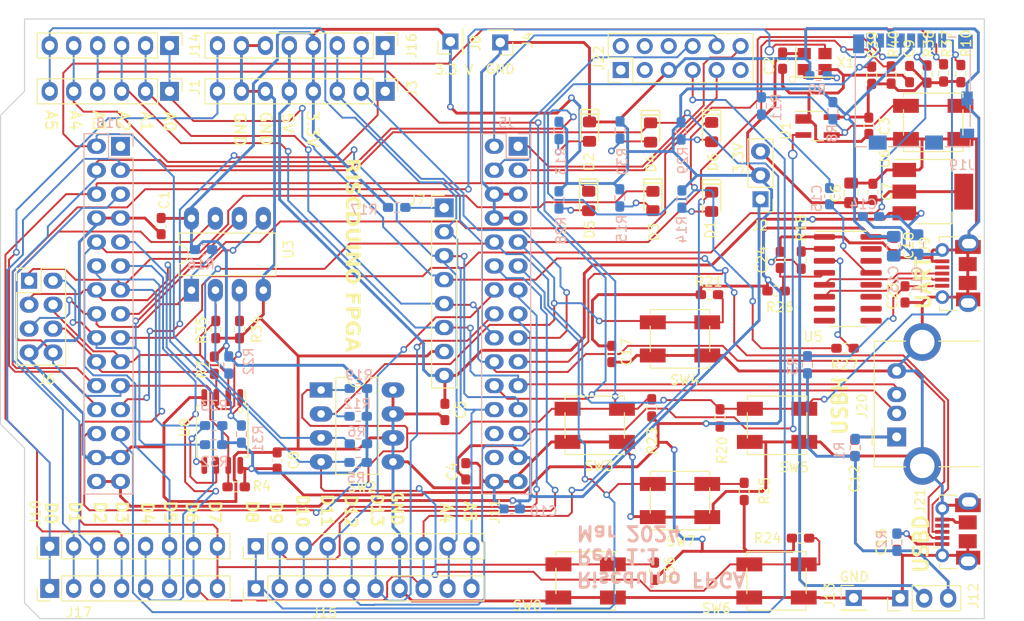
<source format=kicad_pcb>
(kicad_pcb (version 20221018) (generator pcbnew)
  (title_block (date "2023-07-21") (rev "1.0.2"))
  (layers (0 "F.Cu" jumper) (31 "B.Cu" signal) (34 "B.Paste" user) (35 "F.Paste" user) (36 "B.SilkS" user "B.Silkscreen") (37 "F.SilkS" user "F.Silkscreen") (38 "B.Mask" user) (39 "F.Mask" user) (44 "Edge.Cuts" user))
  (net 0 "")
  (net 1 "+3.3V")
  (net 2 "GND")
  (net 3 "+3.3VP")
  (net 4 "+5V")
  (net 5 "~{MR}")
  (net 6 "Net-(U5-~{DTR})")
  (net 7 "Net-(C15-Pad2)")
  (net 8 "Net-(J21-VBUS)")
  (net 9 "Net-(J9-VBUS)")
  (net 10 "Net-(U5-V3)")
  (net 11 "Net-(D1-A)")
  (net 12 "ardunio_d6")
  (net 13 "Net-(D2-A)")
  (net 14 "ardunio_d5")
  (net 15 "Net-(D3-A)")
  (net 16 "ardunio_d0")
  (net 17 "Net-(D4-A)")
  (net 18 "ardunio_d3")
  (net 19 "Net-(D5-A)")
  (net 20 "Net-(D6-A)")
  (net 21 "ardunio_d1")
  (net 22 "ardunio_a4")
  (net 23 "ardunio_a5")
  (net 24 "+5VP")
  (net 25 "jtag_trst")
  (net 26 "jtag_tck")
  (net 27 "jtag_tms")
  (net 28 "jtag_tdi")
  (net 29 "jtag_tdo")
  (net 30 "ardunio_d2")
  (net 31 "ardunio_d4")
  (net 32 "ardunio_d7")
  (net 33 "USB_DEV_D+")
  (net 34 "USB_DEV_D-")
  (net 35 "USB_HOST_D+")
  (net 36 "USB_HOST_D-")
  (net 37 "ardunio_d12")
  (net 38 "ardunio_d13")
  (net 39 "USER_FLASH_SCK")
  (net 40 "USER_FLASH_IO0")
  (net 41 "USER_FLASH_SSN")
  (net 42 "USER_FLASH_IO1")
  (net 43 "USER_SRAM_SSN")
  (net 44 "USER_FLASH_IO2")
  (net 45 "USER_FLASH_IO3")
  (net 46 "Net-(J7-Pin_1)")
  (net 47 "USB_UART_D+")
  (net 48 "USB_UART_D-")
  (net 50 "resetb_l")
  (net 59 "mprj_io_41")
  (net 60 "mprj_io_42")
  (net 61 "mprj_io_43")
  (net 62 "Net-(X1-EN)")
  (net 63 "Net-(U5-TXD)")
  (net 66 "Net-(U5-RXD)")
  (net 68 "+3.3VA")
  (net 69 "Net-(J20-VBUS)")
  (net 72 "mprj_io_14")
  (net 73 "mprj_io_15")
  (net 74 "ardunio_d8")
  (net 75 "ardunio_d9")
  (net 76 "ardunio_d10")
  (net 77 "ardunio_d11")
  (net 78 "mprj_io_22")
  (net 83 "SD_DATA1")
  (net 84 "SD_DATA2")
  (net 85 "SD_DATA3")
  (net 86 "SD_CLK")
  (net 87 "SD_CMD")
  (net 88 "SD_DATA0")
  (footprint "Connector_PinHeader_2.54mm:PinHeader_1x01_P2.54mm_Vertical" (layer "F.Cu") (at 122.2502 46.99 180)
    (fp_text reference "J4")
    (fp_text value "Conn_01x01" hide)
  )
  (footprint "Riscduino.Library:SOT-223-3_TabPin2" (layer "F.Cu") (at 168.2242 62.8142)
    (fp_text reference "U6")
    (fp_text value "LM1117MP-3.3" hide)
  )
  (footprint "Riscduino.Library:SOIC-8_5.23x5.23mm_P1.27mm" (layer "F.Cu") (at 92.7862 88.2582 -90)
    (fp_text reference "U8")
    (fp_text value "W25Q32JVSS" hide)
  )
  (footprint "Riscduino.Library:R_0603_1608Metric_Pad0.98x0.95mm_HandSolder" (layer "F.Cu") (at 167.4876 50.3428 90)
    (fp_text reference "R38")
    (fp_text value "10K" hide)
  )
  (footprint "Riscduino.Library:PinHeader_1x08_P2.54mm_Vertical" (layer "F.Cu") (at 110.0582 52.1716 -90)
    (fp_text reference "J3")
    (fp_text value "Conn_01x08_Female_Header" hide)
  )
  (footprint "Riscduino.Library:SOIC-16_3.9x9.9mm_P1.27mm" (layer "F.Cu") (at 159.0802 72.0598)
    (fp_text reference "U5")
    (fp_text value "CH340C" hide)
  )
  (footprint "Riscduino.Library:PinHeader_2x04_P2.54mm_Vertical" (layer "F.Cu") (at 72.3138 72.263)
    (fp_text reference "J6")
    (fp_text value "Conn_02x04_Male_Header" hide)
  )
  (footprint "Riscduino.Library:C_0603_1608Metric_Pad1.08x0.95mm_HandSolder" (layer "F.Cu") (at 152.1743 48.9188 -90)
    (fp_text reference "C2")
    (fp_text value "0.1uF" hide)
  )
  (footprint "Riscduino.Library:R_0603_1608Metric_Pad0.98x0.95mm_HandSolder" (layer "F.Cu") (at 148.1074 94.615 90)
    (fp_text reference "R25")
    (fp_text value "10K" hide)
  )
  (footprint "Capacitor_SMD:C_0603_1608Metric_Pad1.08x0.95mm_HandSolder" (layer "F.Cu") (at 165.1508 73.7108 -90)
    (fp_text reference "C23")
    (fp_text value "0.1uF" hide)
  )
  (footprint "Riscduino.Library:C_0805_2012Metric_Pad1.18x1.45mm_HandSolder" (layer "F.Cu") (at 159.4358 62.9412 90)
    (fp_text reference "C6")
    (fp_text value "22uF" hide)
  )
  (footprint "Connector_PinHeader_2.54mm:PinHeader_1x01_P2.54mm_Vertical" (layer "F.Cu") (at 159.7152 105.918)
    (fp_text reference "J13")
    (fp_text value "Conn_01x01" hide)
  )
  (footprint "Riscduino.Library:PinHeader_1x06_P2.54mm_Vertical" (layer "F.Cu") (at 87.1982 52.1716 -90)
    (fp_text reference "J1")
    (fp_text value "Conn_01x06_Female_Header" hide)
  )
  (footprint "Riscduino.Library:LED_0805_2012Metric_Pad1.15x1.40mm_HandSolder" (layer "F.Cu") (at 131.7092 56.4482 -90)
    (fp_text reference "D2")
    (fp_text value "GREEN LED" hide)
  )
  (footprint "Riscduino.Library:C_0603_1608Metric_Pad1.08x0.95mm_HandSolder" (layer "F.Cu") (at 165.6334 50.3428 -90)
    (fp_text reference "C9")
    (fp_text value "0.1uF" hide)
  )
  (footprint "Riscduino.Library:SW_SPST_EVPBF_TS4550TP" (layer "F.Cu") (at 132.2639 87.6046)
    (fp_text reference "SW3")
    (fp_text value "4Pin Round Button SPST Straight Tactile Switch SMD - TS4550TP" hide)
  )
  (footprint "Riscduino.Library:LED_0805_2012Metric_Pad1.15x1.40mm_HandSolder" (layer "F.Cu") (at 138.43 63.8048 -90)
    (fp_text reference "D3")
    (fp_text value "BLUE LED" hide)
  )
  (footprint "Riscduino.Library:R_0603_1608Metric_Pad0.98x0.95mm_HandSolder" (layer "F.Cu") (at 138.303 85.7504 90)
    (fp_text reference "R23")
    (fp_text value "10K" hide)
  )
  (footprint "Riscduino.Library:SW_SPST_EVPBF_TS4550TP" (layer "F.Cu") (at 151.5872 87.6046)
    (fp_text reference "SW5")
    (fp_text value "4Pin Round Button SPST Straight Tactile Switch SMD - TS4550TP" hide)
  )
  (footprint "Riscduino.Library:PinHeader_1x06_P2.54mm_Vertical" (layer "F.Cu") (at 87.1982 47.3202 -90)
    (fp_text reference "J14")
    (fp_text value "Conn_01x06_Male_Header" hide)
  )
  (footprint "Riscduino.Library:C_0603_1608Metric_Pad1.08x0.95mm_HandSolder" (layer "F.Cu") (at 98.6028 91.3384 90)
    (fp_text reference "C8")
    (fp_text value "0.1uF" hide)
  )
  (footprint "Riscduino.Library:R_0603_1608Metric_Pad0.98x0.95mm_HandSolder" (layer "F.Cu") (at 151.4856 73.3552 180)
    (fp_text reference "R26")
    (fp_text value "0E" hide)
  )
  (footprint "Riscduino.Library:C_0603_1608Metric_Pad1.08x0.95mm_HandSolder" (layer "F.Cu") (at 161.3154 55.8292 -90)
    (fp_text reference "C3")
    (fp_text value "0.1uF" hide)
  )
  (footprint "Riscduino.Library:PinHeader_1x08_P2.54mm_Vertical" (layer "F.Cu") (at 110.0582 47.3202 -90)
    (fp_text reference "J16")
    (fp_text value "Conn_01x08_Male_Header" hide)
  )
  (footprint "Riscduino.Library:C_0603_1608Metric_Pad1.08x0.95mm_HandSolder" (layer "F.Cu") (at 116.3828 86.1822 -90)
    (fp_text reference "C5")
    (fp_text value "0.1uF" hide)
  )
  (footprint "Riscduino.Library:R_0603_1608Metric_Pad0.98x0.95mm_HandSolder" (layer "F.Cu") (at 161.6202 50.4698 90)
    (fp_text reference "R39")
    (fp_text value "10K" hide)
  )
  (footprint "Riscduino.Library:DIP-8_W7.62mm_LongPads" (layer "F.Cu") (at 103.261 83.8554)
    (fp_text reference "SW2")
    (fp_text value "SW_DIP_x04" hide)
  )
  (footprint "Riscduino.Library:USB_A_Molex_67643_Horizontal" (layer "F.Cu") (at 164.2696 88.8354 90)
    (fp_text reference "J20")
    (fp_text value "USB Type A Female" hide)
  )
  (footprint "Riscduino:R_0603_1608Metric_Pad0.98x0.95mm_HandSolder" (layer "F.Cu") (at 158.8008 79.4258 180)
    (fp_text reference "R27")
    (fp_text value "0E" hide)
  )
  (footprint "Riscduino.Library:PinHeader_1x08_P2.54mm_Vertical" (layer "F.Cu") (at 74.4982 100.4316 90)
    (fp_text reference "J10")
    (fp_text value "Conn_01x08_Female_Header" hide)
  )
  (footprint "Riscduino.Library:USB_Micro-B_Molex-105017-0001" (layer "F.Cu") (at 170.5626 71.501 90)
    (fp_text reference "J9")
    (fp_text value "USB_B_Micro_Female" hide)
  )
  (footprint "Riscduino.Library:R_0603_1608Metric_Pad0.98x0.95mm_HandSolder" (layer "F.Cu") (at 94.615 77.4446 -90)
    (fp_text reference "R34")
    (fp_text value "DNI" hide)
  )
  (footprint "Riscduino.Library:R_0603_1608Metric_Pad0.98x0.95mm_HandSolder" (layer "F.Cu") (at 92.1004 77.4446 -90)
    (fp_text reference "R35")
    (fp_text value "DNI" hide)
  )
  (footprint "Connector_PinHeader_2.54mm:PinHeader_1x01_P2.54mm_Vertical" (layer "F.Cu") (at 116.967 46.8884 90)
    (fp_text reference "J8")
    (fp_text value "Conn_01x01" hide)
  )
  (footprint "Capacitor_SMD:C_0603_1608Metric_Pad1.08x0.95mm_HandSolder" (layer "F.Cu") (at 134.0612 80.0354 -90)
    (fp_text reference "C17")
    (fp_text value "0.1uF" hide)
  )
  (footprint "Riscduino.Library:R_0603_1608Metric_Pad0.98x0.95mm_HandSolder" (layer "F.Cu") (at 144.4263 73.7362)
    (fp_text reference "R21")
    (fp_text value "10K" hide)
  )
  (footprint "Riscduino.Library:PinHeader_1x10_P2.54mm_Vertical" (layer "F.Cu") (at 96.3422 104.902 90)
    (fp_text reference "J15")
    (fp_text value "Conn_01x10_Male_Header" hide)
  )
  (footprint "Riscduino.Library:Arduino_UNO_R3_WithMountingHoles" (layer "F.Cu") (at 110.0582 52.1716)
    (fp_text reference "H1" hide)
    (fp_text value "MountingHole" hide)
    (fp_line (start -40.77 2.54) (end -38.23 0) (stroke (width 0.12)) (layer "Edge.Cuts"))
    (fp_line (start -40.77 35.31) (end -40.77 2.54) (stroke (width 0.12)) (layer "Edge.Cuts"))
    (fp_line (start -38.23 -7.67) (end 63.5 -7.67) (stroke (width 0.12)) (layer "Edge.Cuts"))
    (fp_line (start -38.23 0) (end -38.23 -7.67) (stroke (width 0.12)) (layer "Edge.Cuts"))
    (fp_line (start -38.23 37.85) (end -40.77 35.31) (stroke (width 0.12)) (layer "Edge.Cuts"))
    (fp_line (start -38.23 54.28) (end -38.23 37.85) (stroke (width 0.12)) (layer "Edge.Cuts"))
    (fp_line (start -36.58 55.93) (end -38.23 54.28) (stroke (width 0.12)) (layer "Edge.Cuts"))
    (fp_line (start 63.5 -7.67) (end 63.5 55.93) (stroke (width 0.12)) (layer "Edge.Cuts"))
    (fp_line (start 63.5 55.93) (end -36.58 55.93) (stroke (width 0.12)) (layer "Edge.Cuts"))
  )
  (footprint "Riscduino.Library:SW_SPST_EVPBF_TS4550TP" (layer "F.Cu") (at 131.2987 104.1092)
    (fp_text reference "SW8")
    (fp_text value "4Pin Round Button SPST Straight Tactile Switch SMD - TS4550TP" hide)
  )
  (footprint "Riscduino.Library:R_0603_1608Metric_Pad0.98x0.95mm_HandSolder" (layer "F.Cu") (at 169.2402 50.2158 90)
    (fp_text reference "R37")
    (fp_text value "10K" hide)
  )
  (footprint "Riscduino.Library:R_0603_1608Metric_Pad0.98x0.95mm_HandSolder" (layer "F.Cu") (at 145.542 86.8172 90)
    (fp_text reference "R20")
    (fp_text value "10K" hide)
  )
  (footprint "Riscduino.Library:R_0603_1608Metric_Pad0.98x0.95mm_HandSolder" (layer "F.Cu") (at 154.0764 99.568)
    (fp_text reference "R24")
    (fp_text value "10K" hide)
  )
  (footprint "Riscduino.Library:PinHeader_1x10_P2.54mm_Vertical" (layer "F.Cu") (at 96.3422 100.4316 90)
    (fp_text reference "J11")
    (fp_text value "Conn_01x10_Female_Header" hide)
  )
  (footprint "Riscduino.Library:DIP-8_W7.62mm_LongPads" (layer "F.Cu") (at 89.5196 73.2686 90)
    (fp_text reference "U3")
    (fp_text value "23LC1024-I/P " hide)
  )
  (footprint "Riscduino.Library:C_0603_1608Metric_Pad1.08x0.95mm_HandSolder" (layer "F.Cu") (at 151.9174 70.0532 -90)
    (fp_text reference "C24")
    (fp_text value "0.1uF" hide)
  )
  (footprint "Capacitor_SMD:C_0603_1608Metric_Pad1.08x0.95mm_HandSolder" (layer "F.Cu") (at 164.2872 99.949 -90)
    (fp_text reference "C16")
    (fp_text value "0.1uF" hide)
  )
  (footprint "Package_TO_SOT_SMD:SOT-143_Handsoldering" (layer "F.Cu") (at 155.8798 55.8546)
    (fp_text reference "U1")
    (fp_text value "APX811-29UG-7" hide)
  )
  (footprint "Riscduino.Library:SW_SPST_EVPBF_TS4550TP" (layer "F.Cu") (at 151.5303 104.1092)
    (fp_text reference "SW6")
    (fp_text value "4Pin Round Button SPST Straight Tactile Switch SMD - TS4550TP" hide)
  )
  (footprint "Capacitor_SMD:C_0603_1608Metric_Pad1.08x0.95mm_HandSolder" (layer "F.Cu") (at 159.8168 89.9922 -90)
    (fp_text reference "C12")
    (fp_text value "0.1uF" hide)
  )
  (footprint "Riscduino.Library:R_0603_1608Metric_Pad0.98x0.95mm_HandSolder" (layer "F.Cu") (at 94.2594 94.1324 180)
    (fp_text reference "R4")
    (fp_text value "10K" hide)
  )
  (footprint "Riscduino.Library:PinHeader_1x03_P2.54mm_Vertical" (layer "F.Cu") (at 164.6428 105.9434 90)
    (fp_text reference "J12")
    (fp_text value "Conn_01x03_Male_Header" hide)
  )
  (footprint "Riscduino.Library:R_0603_1608Metric_Pad0.98x0.95mm_HandSolder" (layer "F.Cu") (at 171.069 50.292 90)
    (fp_text reference "R10")
    (fp_text value "10K" hide)
  )
  (footprint "Riscduino.Library:SW_SPST_EVPBF_TS4550TP" (layer "F.Cu") (at 141.3002 78.4352)
    (fp_text reference "SW4")
    (fp_text value "4Pin Round Button SPST Straight Tactile Switch SMD - TS4550TP" hide)
  )
  (footprint "Riscduino.Library:PinHeader_1x08_P2.54mm_Vertical" (layer "F.Cu") (at 116.3066 64.531)
    (fp_text reference "J7")
    (fp_text value "Conn_01x08_Female_Header" hide)
  )
  (footprint "Riscduino.Library:SW_SPST_EVPBF_TS4550TP" (layer "F.Cu") (at 168.1419 55.4682 180)
    (fp_text reference "SW1" hide)
    (fp_text value "4Pin Round Button SPST Straight Tactile Switch SMD - TS4550TP" hide)
  )
  (footprint "Riscduino.Library:PinHeader_1x08_P2.54mm_Vertical" (layer "F.Cu") (at 74.4982 104.902 90)
    (fp_text reference "J17")
    (fp_text value "Conn_01x08_Male_Header" hide)
  )
  (footprint "Riscduino.Library:LED_0805_2012Metric_Pad1.15x1.40mm_HandSolder" (layer "F.Cu") (at 144.653 63.8935 -90)
    (fp_text reference locked "D1")
    (fp_text value "BLUE LED" hide)
  )
  (footprint "Riscduino.Library:LED_0805_2012Metric_Pad1.15x1.40mm_HandSolder" (layer "F.Cu") (at 138.1811 56.5404 -90)
    (fp_text reference "D4")
    (fp_text value "GREEN LED" hide)
  )
  (footprint "Riscduino.Library:USB_Micro-B_Molex-105017-0001" (layer "F.Cu") (at 170.5626 98.8982 90)
    (fp_text reference "J21")
    (fp_text value "USB_B_Micro_Female" hide)
  )
  (footprint "Riscduino.Library:PinHeader_1x03_P2.54mm_Vertical" (layer "F.Cu") (at 149.8346 63.627 180)
    (fp_text reference "J2")
    (fp_text value "Conn_01x03_Male_Header" hide)
  )
  (footprint "Riscduino.Library:R_0603_1608Metric_Pad0.98x0.95mm_HandSolder" (layer "F.Cu") (at 138.6078 103.0732 90)
    (fp_text reference "R36")
    (fp_text value "10K" hide)
  )
  (footprint "Riscduino.Library:C_0603_1608Metric_Pad1.08x0.95mm_HandSolder" (layer "F.Cu") (at 161.7472 62.8396 90)
    (fp_text reference "C7")
    (fp_text value "0.1uF" hide)
  )
  (footprint "Riscduino.Library:Crystal_SMD_Abracon_ABM8G-4Pin_3.2x2.5mm" (layer "F.Cu") (at 155.5701 49.0204)
    (fp_text reference "X1")
    (fp_text value "ASE-10.000MHZ-LC-T" hide)
  )
  (footprint "Riscduino.Library:R_0603_1608Metric_Pad0.98x0.95mm_HandSolder" (layer "F.Cu") (at 91.948 81.2292 -90)
    (fp_text reference "R7")
    (fp_text value "10K" hide)
  )
  (footprint "Riscduino.Library:C_0603_1608Metric_Pad1.08x0.95mm_HandSolder" (layer "F.Cu") (at 163.9824 68.58 -90)
    (fp_text reference "C18")
    (fp_text value "0.1uF" hide)
  )
  (footprint "Riscduino.Library:R_0603_1608Metric_Pad0.98x0.95mm_HandSolder" (layer "F.Cu") (at 163.6776 50.4444 90)
    (fp_text reference "R40")
    (fp_text value "10K" hide)
  )
  (footprint "Capacitor_SMD:C_0603_1608Metric_Pad1.08x0.95mm_HandSolder" (layer "F.Cu") (at 118.5926 92.4814 90)
    (fp_text reference "C4")
    (fp_text value "0.1uF" hide)
  )
  (footprint "Riscduino.Library:LED_0805_2012Metric_Pad1.15x1.40mm_HandSolder" (layer "F.Cu") (at 131.6228 63.8048 -90)
    (fp_text reference "D5")
    (fp_text value "BLUE LED" hide)
  )
  (footprint "Riscduino:R_0603_1608Metric_Pad0.98x0.95mm_HandSolder" (layer "F.Cu") (at 154.1526 70.0786 -90)
    (fp_text reference "R18")
    (fp_text value "0E" hide)
  )
  (footprint "Riscduino.Library:SW_SPST_EVPBF_TS4550TP" (layer "F.Cu") (at 141.3002 95.5802)
    (fp_text reference "SW7")
    (fp_text value "4Pin Round Button SPST Straight Tactile Switch SMD - TS4550TP" hide)
  )
  (footprint "Riscduino.Library:C_0603_1608Metric_Pad1.08x0.95mm_HandSolder" (layer "F.Cu") (at 86.3092 66.4718 -90)
    (fp_text reference "C1")
    (fp_text value "0.1uF" hide)
  )
  (footprint "Riscduino.Library:LED_0805_2012Metric_Pad1.15x1.40mm_HandSolder" (layer "F.Cu") (at 144.653 56.4943 -90)
    (fp_text reference "D6")
    (fp_text value "BLUE LED" hide)
  )
  (footprint "Connector_PinHeader_2.54mm:PinHeader_2x06_P2.54mm_Vertical" (layer "F.Cu") (at 135.0264 49.911 90)
    (fp_text reference "J22")
    (fp_text value "Conn_02x06_Odd_Even" hide)
  )
  (footprint "Riscduino.Library:R_0603_1608Metric_Pad0.98x0.95mm_HandSolder" (layer "B.Cu") (at 149.9362 53.721 90)
    (fp_text reference "R11")
    (fp_text value "0E" hide)
  )
  (footprint "Riscduino.Library:R_0603_1608Metric_Pad0.98x0.95mm_HandSolder" (layer "B.Cu") (at 107.1899 91.5416 180)
    (fp_text reference "R5")
    (fp_text value "10K" hide)
  )
  (footprint "Capacitor_SMD:C_0603_1608Metric_Pad1.08x0.95mm_HandSolder" (layer "B.Cu") (at 123.4694 96.4692 180)
    (fp_text reference "C10")
    (fp_text value "0.1uF" hide)
  )
  (footprint "Riscduino.Library:R_0603_1608Metric_Pad0.98x0.95mm_HandSolder" (layer "B.Cu") (at 157.5054 54.229 -90)
    (fp_text reference "R8")
    (fp_text value "10K" hide)
  )
  (footprint "Riscduino.Library:R_0603_1608Metric_Pad0.98x0.95mm_HandSolder" (layer "B.Cu") (at 107.2134 83.693 180)
    (fp_text reference "R19")
    (fp_text value "10K" hide)
  )
  (footprint "Riscduino.Library:R_0603_1608Metric_Pad0.98x0.95mm_HandSolder" (layer "B.Cu") (at 93.472 81.2038 -90)
    (fp_text reference "R22")
    (fp_text value "10K" hide)
  )
  (footprint "Riscduino.Library:R_0603_1608Metric_Pad0.98x0.95mm_HandSolder" (layer "B.Cu") (at 128.4732 56.3253 90)
    (fp_text reference "R13")
    (fp_text value "470 Ohm" hide)
  )
  (footprint "Riscduino.Library:R_0603_1608Metric_Pad0.98x0.95mm_HandSolder" (layer "B.Cu") (at 141.417 56.3714 90)
    (fp_text reference "R29")
    (fp_text value "470 Ohm" hide)
  )
  (footprint "Riscduino.Library:C_0603_1608Metric_Pad1.08x0.95mm_HandSolder" (layer "B.Cu") (at 157.1498 63.2957 90)
    (fp_text reference "C15")
    (fp_text value "0.1uF" hide)
  )
  (footprint "Riscduino.Library:R_0603_1608Metric_Pad0.98x0.95mm_HandSolder" (layer "B.Cu") (at 111.2774 64.4906 180)
    (fp_text reference "R17")
    (fp_text value "100E" hide)
  )
  (footprint "Riscduino.Library:R_0603_1608Metric_Pad0.98x0.95mm_HandSolder" (layer "B.Cu") (at 128.4732 63.6887 90)
    (fp_text reference "R28")
    (fp_text value "470 Ohm" hide)
  )
  (footprint "Riscduino.Library:R_0603_1608Metric_Pad0.98x0.95mm_HandSolder" (layer "B.Cu") (at 94.8182 88.5357 90)
    (fp_text reference "R31")
    (fp_text value "10K" hide)
  )
  (footprint "Riscduino.Library:C_0805_2012Metric_Pad1.18x1.45mm_HandSolder" (layer "B.Cu") (at 163.957 68.6054 -90)
    (fp_text reference "C13")
    (fp_text value "10uF" hide)
  )
  (footprint "Riscduino.Library:PinHeader_2x15_P2.54mm_Vertical" (layer "B.Cu") (at 124.15 58 180)
    (fp_text reference "J5")
    (fp_text value "Conn_02x15_Male_Header" hide)
  )
  (footprint "Riscduino.Library:microSD_HC_Molex_104031-0811" (layer "B.Cu") (at 165.989 52.2351 180)
    (fp_text reference "J19")
    (fp_text value "Micro_SD_Card" hide)
  )
  (footprint "Riscduino.Library:R_0603_1608Metric_Pad0.98x0.95mm_HandSolder" (layer "B.Cu") (at 154.813 81.1784 90)
    (fp_text reference "R3")
    (fp_text value "0E" hide)
  )
  (footprint "Resistor_SMD:R_0603_1608Metric_Pad0.98x0.95mm_HandSolder" (layer "B.Cu") (at 155.9814 50.4952 180)
    (fp_text reference "R9")
    (fp_text value "DNI" hide)
  )
  (footprint "Riscduino.Library:PinHeader_2x15_P2.54mm_Vertical" (layer "B.Cu") (at 82 58 180)
    (fp_text reference "J18")
    (fp_text value "Conn_02x15_Male_Header" hide)
  )
  (footprint "Riscduino.Library:R_0603_1608Metric_Pad0.98x0.95mm_HandSolder" (layer "B.Cu") (at 141.5034 63.6016 90)
    (fp_text reference "R14")
    (fp_text value "470 Ohm" hide)
  )
  (footprint "Riscduino.Library:R_0603_1608Metric_Pad0.98x0.95mm_HandSolder" (layer "B.Cu") (at 134.9248 63.4746 90)
    (fp_text reference "R15")
    (fp_text value "470 Ohm" hide)
  )
  (footprint "Riscduino.Library:R_0603_1608Metric_Pad0.98x0.95mm_HandSolder" (layer "B.Cu") (at 164.2872 99.9998 90)
    (fp_text reference "R2")
    (fp_text value "DNI-0E" hide)
  )
  (footprint "Riscduino.Library:R_0603_1608Metric_Pad0.98x0.95mm_HandSolder" (layer "B.Cu") (at 107.2134 89.5604 180)
    (fp_text reference "R6")
    (fp_text value "10K" hide)
  )
  (footprint "Riscduino.Library:R_0603_1608Metric_Pad0.98x0.95mm_HandSolder" (layer "B.Cu") (at 159.893 89.9668 90)
    (fp_text reference "R1")
    (fp_text value "0E" hide)
  )
  (footprint "Riscduino.Library:R_0603_1608Metric_Pad0.98x0.95mm_HandSolder" (layer "B.Cu") (at 134.9451 56.2792 90)
    (fp_text reference "R30")
    (fp_text value "470 Ohm" hide)
  )
  (footprint "Riscduino.Library:C_0805_2012Metric_Pad1.18x1.45mm_HandSolder" (layer "B.Cu") (at 166.37 68.4276 -90)
    (fp_text reference "C11")
    (fp_text value "10uF" hide)
  )
  (footprint "Riscduino.Library:R_0603_1608Metric_Pad0.98x0.95mm_HandSolder" (layer "B.Cu") (at 91.8737 89.6552 180)
    (fp_text reference "R32")
    (fp_text value "10K" hide)
  )
  (footprint "Riscduino.Library:C_0603_1608Metric_Pad1.08x0.95mm_HandSolder" (layer "B.Cu") (at 161.544 65.4558 180)
    (fp_text reference "C14")
    (fp_text value "0.1uF" hide)
  )
  (footprint "Riscduino.Library:R_0603_1608Metric_Pad0.98x0.95mm_HandSolder" (layer "B.Cu") (at 91.8737 87.6232 180)
    (fp_text reference "R33")
    (fp_text value "10K" hide)
  )
  (footprint "Riscduino.Library:R_0603_1608Metric_Pad0.98x0.95mm_HandSolder" (layer "B.Cu") (at 90.8031 68.961)
    (fp_text reference "R16")
    (fp_text value "10K" hide)
  )
  (footprint "Riscduino.Library:R_0603_1608Metric_Pad0.98x0.95mm_HandSolder" (layer "B.Cu") (at 107.1899 86.6479 180)
    (fp_text reference "R12")
    (fp_text value "10K" hide)
  )
  (gr_text "Riscduino FPGA\nRev 1.1\nMar 2024" (at 130.175 98.1456 180) (layer "B.SilkS") (effects (font (size 1.524 1.524) (thickness 0.3048) bold) (justify left bottom mirror)))
  (gr_text "D6" (at 88.8746 95.504 270) (layer "F.SilkS") (effects (font (size 1.2 1.2) (thickness 0.25) bold) (justify left bottom)))
  (gr_text "A4" (at 115.824 95.6818 270) (layer "F.SilkS") (effects (font (size 1.2 1.2) (thickness 0.25) bold) (justify left bottom)))
  (gr_text "A3" (at 78.9686 54.0766 270) (layer "F.SilkS") (effects (font (size 1.2 1.2) (thickness 0.1875)) (justify left bottom)))
  (gr_text "USBD" (at 167.7416 103.4288 90) (layer "F.SilkS") (effects (font (size 1.524 1.524) (thickness 0.3048) bold) (justify left bottom)))
  (gr_text "D0" (at 73.9648 95.5802 270) (layer "F.SilkS") (effects (font (size 1.2 1.2) (thickness 0.25) bold) (justify left bottom)))
  (gr_text "A0" (at 86.5124 54.1782 -90) (layer "F.SilkS") (effects (font (size 1.2 1.2) (thickness 0.1875)) (justify left bottom)))
  (gr_text "D10" (at 100.584 94.7928 270) (layer "F.SilkS") (effects (font (size 1.2 1.2) (thickness 0.25) bold) (justify left bottom)))
  (gr_text "A1" (at 84.074 54.1782 270) (layer "F.SilkS") (effects (font (size 1.2 1.2) (thickness 0.1875)) (justify left bottom)))
  (gr_text "GND" (at 110.617 94.4118 270) (layer "F.SilkS") (effects (font (size 1.2 1.2) (thickness 0.25) bold) (justify left bottom)))
  (gr_text "D3" (at 81.4324 95.504 270) (layer "F.SilkS") (effects (font (size 1.2 1.2) (thickness 0.25) bold) (justify left bottom)))
  (gr_text "5V" (at 99.0092 54.3306 270) (layer "F.SilkS") (effects (font (size 1.2 1.2) (thickness 0.1875)) (justify left bottom)))
  (gr_text "D4" (at 84.1502 95.5802 270) (layer "F.SilkS") (effects (font (size 1.2 1.2) (thickness 0.25) bold) (justify left bottom)))
  (gr_text "D13" (at 108.4834 94.6912 270) (layer "F.SilkS") (effects (font (size 1.2 1.2) (thickness 0.25) bold) (justify left bottom)))
  (gr_text "D9" (at 97.7646 95.5548 270) (layer "F.SilkS") (effects (font (size 1.2 1.2) (thickness 0.25) bold) (justify left bottom)))
  (gr_text "D11" (at 103.2002 94.742 270) (layer "F.SilkS") (effects (font (size 1.2 1.2) (thickness 0.25) bold) (justify left bottom)))
  (gr_text "A4" (at 76.5048 54.0512 270) (layer "F.SilkS") (effects (font (size 1.2 1.2) (thickness 0.1875)) (justify left bottom)))
  (gr_text "RISCDUINO FPGA" (at 105.6386 59.2582 270) (layer "F.SilkS") (effects (font (size 1.524 1.524) (thickness 0.1524)) (justify left bottom)))
  (gr_text "A5" (at 73.9394 54.0512 270) (layer "F.SilkS") (effects (font (size 1.2 1.2) (thickness 0.1875)) (justify left bottom)))
  (gr_text "D8" (at 95.25 95.4532 270) (layer "F.SilkS") (effects (font (size 1.2 1.2) (thickness 0.25) bold) (justify left bottom)))
  (gr_text "D2" (at 79.121 95.5294 270) (layer "F.SilkS") (effects (font (size 1.2 1.2) (thickness 0.25) bold) (justify left bottom)))
  (gr_text "D7" (at 91.313 95.4532 270) (layer "F.SilkS") (effects (font (size 1.2 1.2) (thickness 0.25) bold) (justify left bottom)))
  (gr_text "UART" (at 167.9956 75.4888 90) (layer "F.SilkS") (effects (font (size 1.524 1.524) (thickness 0.3048) bold) (justify left bottom)))
  (gr_text "3.3 V" (at 115.2144 50.4698) (layer "F.SilkS") (effects (font (size 1.016 1.016) (thickness 0.1524)) (justify left bottom)))
  (gr_text "A5" (at 118.3132 95.504 270) (layer "F.SilkS") (effects (font (size 1.2 1.2) (thickness 0.25) bold) (justify left bottom)))
  (gr_text "D12" (at 105.7148 94.8182 270) (layer "F.SilkS") (effects (font (size 1.2 1.2) (thickness 0.25) bold) (justify left bottom)))
  (gr_text "GND" (at 120.5992 50.419) (layer "F.SilkS") (effects (font (size 1.016 1.016) (thickness 0.1524)) (justify left bottom)))
  (gr_text "USBH" (at 159.1564 88.7984 90) (layer "F.SilkS") (effects (font (size 1.524 1.524) (thickness 0.3048) bold) (justify left bottom)))
  (gr_text "D5" (at 86.5632 95.4532 270) (layer "F.SilkS") (effects (font (size 1.2 1.2) (thickness 0.25) bold) (justify left bottom)))
  (gr_text "GND" (at 96.6978 54.1782 270) (layer "F.SilkS") (effects (font (size 1.2 1.2) (thickness 0.1875)) (justify left bottom)))
  (gr_text "D1" (at 76.5048 95.5294 270) (layer "F.SilkS") (effects (font (size 1.2 1.2) (thickness 0.25) bold) (justify left bottom)))
  (gr_text "3.3V" (at 148.082 61.0108 90) (layer "F.SilkS") (effects (font (size 1.016 1.016) (thickness 0.1524)) (justify left bottom)))
  (gr_text "3.3V" (at 101.6508 54.102 270) (layer "F.SilkS") (effects (font (size 1.2 1.2) (thickness 0.1875)) (justify left bottom)))
  (gr_text "GND" (at 93.9546 54.2544 270) (layer "F.SilkS") (effects (font (size 1.2 1.2) (thickness 0.1875)) (justify left bottom)))
  (gr_text "A2" (at 81.6356 54.1274 270) (layer "F.SilkS") (effects (font (size 1.2 1.2) (thickness 0.1875)) (justify left bottom)))
  (gr_text "GND" (at 158.115 104.267) (layer "F.SilkS") (effects (font (size 1.016 1.016) (thickness 0.1524)) (justify left bottom)))
  (segment (start 151.3691 53.6597) (end 151.3691 49.054) (width 0.3048) (layer "F.Cu") (net 1))
  (segment (start 132.0211 78.4779) (end 132.0211 74.3539) (width 0.3048) (layer "F.Cu") (net 1))
  (segment (start 93.0909 79.1738) (end 93.2246 79.1738) (width 0.3048) (layer "F.Cu") (net 1))
  (segment (start 150.6411 72.171) (end 150.5731 72.239) (width 0.3048) (layer "F.Cu") (net 1))
  (segment (start 148.4767 59.9069) (end 148.4767 56.5521) (width 0.3048) (layer "F.Cu") (net 1))
  (segment (start 143.6624 99.6696) (end 143.6624 100.8434) (width 0.3048) (layer "F.Cu") (net 1))
  (segment (start 153.3398 100.838) (end 153.2074 100.9704) (width 0.3048) (layer "F.Cu") (net 1))
  (segment (start 145.542 87.7297) (end 145.2221 87.4098) (width 0.3048) (layer "F.Cu") (net 1))
  (segment (start 143.5138 73.7362) (end 143.5138 72.9958) (width 0.3048) (layer "F.Cu") (net 1))
  (segment (start 103.0224 45.593) (end 115.6716 45.593) (width 0.3048) (layer "F.Cu") (net 1))
  (segment (start 161.2533 54.9046) (end 161.2533 51.7492) (width 0.3048) (layer "F.Cu") (net 1))
  (segment (start 148.4376 100.9704) (end 143.5354 100.9704) (width 0.3048) (layer "F.Cu") (net 1))
  (segment (start 152.1743 48.1704) (end 154.4701 48.1704) (width 0.3048) (layer "F.Cu") (net 1))
  (segment (start 148.1074 95.5275) (end 148.1074 100.6402) (width 0.3048) (layer "F.Cu") (net 1))
  (segment (start 143.6624 100.8434) (end 143.5354 100.9704) (width 0.3048) (layer "F.Cu") (net 1))
  (segment (start 132.7161 79.1729) (end 132.0211 78.4779) (width 0.3048) (layer "F.Cu") (net 1))
  (segment (start 117.6274 54.483) (end 128.27 54.483) (width 0.3048) (layer "F.Cu") (net 1))
  (segment (start 148.4767 56.5521) (end 151.3691 53.6597) (width 0.3048) (layer "F.Cu") (net 1))
  (segment (start 113.9416 94.9866) (end 101.3885 94.9866) (width 0.3048) (layer "F.Cu") (net 1))
  (segment (start 102.4382 46.1772) (end 103.0224 45.593) (width 0.3048) (layer "F.Cu") (net 1))
  (segment (start 138.9739 87.4098) (end 138.9739 89.408) (width 0.3048) (layer "F.Cu") (net 1))
  (segment (start 149.6568 61.087) (end 148.4767 59.9069) (width 0.3048) (layer "F.Cu") (net 1))
  (segment (start 150.1394 67.1068) (end 150.1394 71.6693) (width 0.3048) (layer "F.Cu") (net 1))
  (segment (start 150.1394 71.6693) (end 150.6411 72.171) (width 0.3048) (layer "F.Cu") (net 1))
  (segment (start 95.1719 92.2009) (end 95.0339 92.2009) (width 0.3048) (layer "F.Cu") (net 1))
  (segment (start 139.9032 89.408) (end 140.6906 90.1954) (width 0.3048) (layer "F.Cu") (net 1))
  (segment (start 115.6716 45.593) (end 116.967 46.8884) (width 0.3048) (layer "F.Cu") (net 1))
  (segment (start 169.1132 51.2553) (end 167.4876 51.2553) (width 0.3048) (layer "F.Cu") (net 1))
  (segment (start 150.5731 72.8339) (end 150.5731 73.3552) (width 0.3048) (layer "F.Cu") (net 1))
  (segment (start 138.9739 87.3338) (end 138.9739 87.4098) (width 0.3048) (layer "F.Cu") (net 1))
  (segment (start 132.6388 73.7362) (end 143.5138 73.7362) (width 0.3048) (layer "F.Cu") (net 1))
  (segment (start 127.5123 91.9988) (end 124.7849 94.7262) (width 0.3048) (layer "F.Cu") (net 1))
  (segment (start 143.53 100.965) (end 141.6285 100.965) (width 0.3048) (layer "F.Cu") (net 1))
  (segment (start 164.4126 52.0919) (end 163.6776 51.3569) (width 0.3048) (layer "F.Cu") (net 1))
  (segment (start 150.5731 72.239) (end 150.5731 72.8339) (width 0.3048) (layer "F.Cu") (net 1))
  (segment (start 102.4382 47.3202) (end 102.4382 46.1772) (width 0.3048) (layer "F.Cu") (net 1))
  (segment (start 86.3485 65.6486) (end 89.5196 65.6486) (width 0.3048) (layer "F.Cu") (net 1))
  (segment (start 148.1074 100.6402) (end 148.4376 100.9704) (width 0.3048) (layer "F.Cu") (net 1))
  (segment (start 138.9739 89.408) (end 139.9032 89.408) (width 0.3048) (layer "F.Cu") (net 1))
  (segment (start 129.8194 52.9336) (end 129.8194 52.8828) (width 0.3048) (layer "F.Cu") (net 1))
  (segment (start 157.3798 54.9046) (end 158.9952 54.9046) (width 0.3048) (layer "F.Cu") (net 1))
  (segment (start 95.1719 92.2009) (end 95.1719 94.1324) (width 0.3048) (layer "F.Cu") (net 1))
  (segment (start 132.0211 74.3539) (end 132.6388 73.7362) (width 0.3048) (layer "F.Cu") (net 1))
  (segment (start 129.8194 52.8828) (end 129.794 52.8574) (width 0.3048) (layer "F.Cu") (net 1))
  (segment (start 143.5354 100.9704) (end 143.53 100.965) (width 0.3048) (layer "F.Cu") (net 1))
  (segment (start 116.967 53.8226) (end 117.6274 54.483) (width 0.3048) (layer "F.Cu") (net 1))
  (segment (start 128.27 54.483) (end 129.8194 52.9336) (width 0.3048) (layer "F.Cu") (net 1))
  (segment (start 161.2533 54.9046) (end 158.9952 54.9046) (width 0.3048) (layer "F.Cu") (net 1))
  (segment (start 136.779 91.9988) (end 127.5123 91.9988) (width 0.3048) (layer "F.Cu") (net 1))
  (segment (start 160.6154 66.675) (end 150.5712 66.675) (width 0.3048) (layer "F.Cu") (net 1))
  (segment (start 163.9824 67.7175) (end 161.6579 67.7175) (width 0.3048) (layer "F.Cu") (net 1))
  (segment (start 141.6285 100.965) (end 138.6078 103.9857) (width 0.3048) (layer "F.Cu") (net 1))
  (segment (start 114.202 94.7262) (end 113.9416 94.9866) (width 0.3048) (layer "F.Cu") (net 1))
  (segment (start 161.5552 67.6148) (end 160.6154 66.675) (width 0.3048) (layer "F.Cu") (net 1))
  (segment (start 91.948 80.3167) (end 93.0909 79.1738) (width 0.3048) (layer "F.Cu") (net 1))
  (segment (start 95.8868 92.2009) (end 98.6028 92.2009) (width 0.3048) (layer "F.Cu") (net 1))
  (segment (start 144.0738 87.4098) (end 138.9739 87.4098) (width 0.3048) (layer "F.Cu") (net 1))
  (segment (start 143.5138 72.9958) (end 143.6757 72.8339) (width 0.3048) (layer "F.Cu") (net 1))
  (segment (start 169.2402 51.1283) (end 170.9928 51.1283) (width 0.3048) (layer "F.Cu") (net 1))
  (segment (start 151.3691 49.054) (end 152.1743 48.2488) (width 0.3048) (layer "F.Cu") (net 1))
  (segment (start 138.9739 89.408) (end 138.9739 89.8039) (width 0.3048) (layer "F.Cu") (net 1))
  (segment (start 153.3398 99.7439) (end 153.3398 100.838) (width 0.3048) (layer "F.Cu") (net 1))
  (segment (start 167.2002 51.0492) (end 166.1575 52.0919) (width 0.3048) (layer "F.Cu") (net 1))
  (segment (start 165.6334 49.4824) (end 167.2002 51.0492) (width 0.3048) (layer "F.Cu") (net 1))
  (segment (start 143.6757 72.8339) (end 150.5731 72.8339) (width 0.3048) (layer "F.Cu") (net 1))
  (segment (start 95.8868 92.2009) (end 95.1719 92.2009) (width 0.3048) (layer "F.Cu") (net 1))
  (segment (start 95.0339 92.2009) (end 94.6912 91.8582) (width 0.3048) (layer "F.Cu") (net 1))
  (segment (start 134.0612 79.1729) (end 132.7161 79.1729) (width 0.3048) (layer "F.Cu") (net 1))
  (segment (start 138.303 86.6629) (end 138.9739 87.3338) (width 0.3048) (layer "F.Cu") (net 1))
  (segment (start 161.2533 51.7492) (end 161.6202 51.3823) (width 0.3048) (layer "F.Cu") (net 1))
  (segment (start 150.5712 66.675) (end 150.1394 67.1068) (width 0.3048) (layer "F.Cu") (net 1))
  (segment (start 166.1575 52.0919) (end 164.4126 52.0919) (width 0.3048) (layer "F.Cu") (net 1))
  (segment (start 145.2221 87.4098) (end 144.0738 87.4098) (width 0.3048) (layer "F.Cu") (net 1))
  (segment (start 161.6202 51.3823) (end 163.6522 51.3823) (width 0.3048) (layer "F.Cu") (net 1))
  (segment (start 124.7849 94.7262) (end 114.202 94.7262) (width 0.3048) (layer "F.Cu") (net 1))
  (segment (start 136.779 91.9988) (end 138.9739 89.8039) (width 0.3048) (layer "F.Cu") (net 1))
  (segment (start 101.3885 94.9866) (end 98.6028 92.2009) (width 0.3048) (layer "F.Cu") (net 1))
  (segment (start 153.2074 100.9704) (end 148.4376 100.9704) (width 0.3048) (layer "F.Cu") (net 1))
  (via (at 95.8868 92.2009) (size 0.7112) (drill 0.4064) (layers "F.Cu" "B.Cu") (net 1))
  (via (at 144.0738 87.4098) (size 0.7112) (drill 0.4064) (layers "F.Cu" "B.Cu") (net 1))
  (via (at 116.967 53.8226) (size 0.7112) (drill 0.4064) (layers "F.Cu" "B.Cu") (net 1))
  (via (at 93.2246 79.1738) (size 0.7112) (drill 0.4064) (layers "F.Cu" "B.Cu") (net 1))
  (via (at 140.6906 90.1954) (size 0.7112) (drill 0.4064) (layers "F.Cu" "B.Cu") (net 1))
  (via (at 158.9952 54.9046) (size 0.7112) (drill 0.4064) (layers "F.Cu" "B.Cu") (net 1))
  (via (at 143.6624 99.6696) (size 0.7112) (drill 0.4064) (layers "F.Cu" "B.Cu") (net 1))
  (via (at 129.794 52.8574) (size 0.7112) (drill 0.4064) (layers "F.Cu" "B.Cu") (net 1))
  (via (at 150.6411 72.171) (size 0.7112) (drill 0.4064) (layers "F.Cu" "B.Cu") (net 1))
  (segment (start 108.1024 83.7165) (end 108.1024 86.6479) (width 0.3048) (layer "B.Cu") (net 1))
  (segment (start 98.6282 46.228) (end 98.906 45.9502) (width 0.3048) (layer "B.Cu") (net 1))
  (segment (start 106.5903 92.6625) (end 107.7112 91.5416) (width 0.3048) (layer "B.Cu") (net 1))
  (segment (start 108.1024 83.7165) (end 105.6207 81.2348) (width 0.3048) (layer "B.Cu") (net 1))
  (segment (start 159.8044 55.7138) (end 158.9952 54.9046) (width 0.3048) (layer "B.Cu") (net 1))
  (segment (start 140.6906 90.1954) (end 140.6906 98.679) (width 0.3048) (layer "B.Cu") (net 1))
  (segment (start 165.794 46.7851) (end 165.794 47.6672) (width 0.3048) (layer "B.Cu") (net 1))
  (segment (start 163.957 67.5679) (end 161.4345 67.5679) (width 0.3048) (layer "B.Cu") (net 1))
  (segment (start 102.4382 56.5639) (end 110.3649 64.4906) (width 0.3048) (layer "B.Cu") (net 1))
  (segment (start 141.417 55.4589) (end 140.5791 56.2968) (width 0.3048) (layer "B.Cu") (net 1))
  (segment (start 96.0882 57.9177) (end 96.0882 51.3588) (width 0.3048) (layer "B.Cu") (net 1))
  (segment (start 108.1259 91.5181) (end 108.1259 89.5604) (width 0.3048) (layer "B.Cu") (net 1))
  (segment (start 144.0738 87.4098) (end 151.6296 87.4098) (width 0.3048) (layer "B.Cu") (net 1))
  (segment (start 161.4345 67.5679) (end 159.8044 65.9378) (width 0.3048) (layer "B.Cu") (net 1))
  (segment (start 93.1813 69.0304) (end 93.1813 69.1942) (width 0.3048) (layer "B.Cu") (net 1))
  (segment (start 134.9248 62.5621) (end 134.3133 61.9506) (width 0.3048) (layer "B.Cu") (net 1))
  (segment (start 140.6906 98.679) (end 141.6812 99.6696) (width 0.3048) (layer "B.Cu") (net 1))
  (segment (start 135.7538 56.1754) (end 135.7538 58.5606) (width 0.3048) (layer "B.Cu") (net 1))
  (segment (start 96.577 92.6625) (end 106.5903 92.6625) (width 0.3048) (layer "B.Cu") (net 1))
  (segment (start 129.2988 59.8678) (end 129.2988 61.9506) (width 0.3048) (layer "B.Cu") (net 1))
  (segment (start 129.2988 56.2384) (end 129.2988 59.8678) (width 0.3048) (layer "B.Cu") (net 1))
  (segment (start 96.0011 92.0866) (end 96.0011 90.6311) (width 0.3048) (layer "B.Cu") (net 1))
  (segment (start 140.5791 56.2968) (end 140.5791 58.5606) (width 0.3048) (layer "B.Cu") (net 1))
  (segment (start 128.4732 55.4128) (end 129.2988 56.2384) (width 0.3048) (layer "B.Cu") (net 1))
  (segment (start 159.8044 65.9378) (end 159.8044 55.7138) (width 0.3048) (layer "B.Cu") (net 1))
  (segment (start 92.7863 89.4482) (end 94.8182 89.4482) (width 0.3048) (layer "B.Cu") (net 1))
  (segment (start 158.9908 54.8019) (end 158.9908 54.8037) (width 0.3048) (layer "B.Cu") (net 1))
  (segment (start 150.1648 71.6947) (end 150.6411 72.171) (width 0.3048) (layer "B.Cu") (net 1))
  (segment (start 102.4382 46.3804) (end 102.4382 47.3202) (width 0.3048) (layer "B.Cu") (net 1))
  (segment (start 157.5054 53.3165) (end 158.8251 54.6361) (width 0.3048) (layer "B.Cu") (net 1))
  (segment (start 96.0011 90.6311) (end 94.8182 89.4482) (width 0.3048) (layer "B.Cu") (net 1))
  (segment (start 151.0148 64.8072) (end 150.1648 65.6572) (width 0.3048) (layer "B.Cu") (net 1))
  (segment (start 130.6871 53.7505) (end 130.6871 58.4795) (width 0.3048) (layer "B.Cu") (net 1))
  (segment (start 95.8868 92.2009) (end 96.0011 92.0866) (width 0.3048) (layer "B.Cu") (net 1))
  (segment (start 96.0011 92.0866) (end 96.577 92.6625) (width 0.3048) (layer "B.Cu") (net 1))
  (segment (start 105.6207 81.2348) (end 94.4155 81.2348) (width 0.3048) (layer "B.Cu") (net 1))
  (segment (start 134.9451 55.3667) (end 135.7538 56.1754) (width 0.3048) (layer "B.Cu") (net 1))
  (segment (start 141.3775 55.4194) (end 141.3775 52.6277) (width 0.3048) (layer "B.Cu") (net 1))
  (segment (start 92.7863 87.6233) (end 92.7863 89.4482) (width 0.3048) (layer "B.Cu") (net 1))
  (segment (start 108.1024 86.6479) (end 108.1024 89.5369) (width 0.3048) (layer "B.Cu") (net 1))
  (segment (start 135.7538 58.5606) (end 135.7538 60.5101) (width 0.3048) (layer "B.Cu") (net 1))
  (segment (start 129.794 52.8574) (end 130.6871 53.7505) (width 0.3048) (layer "B.Cu") (net 1))
  (segment (start 89.5196 68.961) (end 89.5196 65.6486) (width 0.3048) (layer "B.Cu") (net 1))
  (segment (start 128.4732 62.7762) (end 129.2988 61.9506) (width 0.3048) (layer "B.Cu") (net 1))
  (segment (start 143.1055 61.087) (end 141.5034 62.6891) (width 0.3048) (layer "B.Cu") (net 1))
  (segment (start 116.967 46.8884) (end 116.967 53.8226) (width 0.3048) (layer "B.Cu") (net 1))
  (segment (start 151.966 87.0734) (end 151.966 73.4959) (width 0.3048) (layer "B.Cu") (net 1))
  (segment (start 90.736 68.1156) (end 92.2665 68.1156) (width 0.3048) (layer "B.Cu") (net 1))
  (segment (start 102.4382 47.3202) (end 102.4382 52.1716) (width 0.3048) (layer "B.Cu") (net 1))
  (segment (start 135.7538 60.5101) (end 134.3133 61.9506) (width 0.3048) (layer "B.Cu") (net 1))
  (segment (start 158.9908 54.8037) (end 158.9952 54.8081) (width 0.3048) (layer "B.Cu") (net 1))
  (segment (start 102.4382 52.1716) (end 102.4382 56.5639) (width 0.3048) (layer "B.Cu") (net 1))
  (segment (start 102.008 45.9502) (end 102.4382 46.3804) (width 0.3048) (layer "B.Cu") (net 1))
  (segment (start 140.5791 58.5606) (end 135.7538 58.5606) (width 0.3048) (layer "B.Cu") (net 1))
  (segment (start 134.3133 61.9506) (end 129.2988 61.9506) (width 0.3048) (layer "B.Cu") (net 1))
  (segment (start 150.1648 65.6572) (end 150.1648 71.6947) (width 0.3048) (layer "B.Cu") (net 1))
  (segment (start 156.0984 51.9095) (end 157.5054 53.3165) (width 0.3048) (layer "B.Cu") (net 1))
  (segment (start 89.5196 64.4863) (end 96.0882 57.9177) (width 0.3048) (layer "B.Cu") (net 1))
  (segment (start 98.6282 48.8188) (end 98.6282 46.228) (width 0.3048) (layer "B.Cu") (net 1))
  (segment (start 93.2246 80.0439) (end 93.2246 79.1738) (width 0.3048) (layer "B.Cu") (net 1))
  (segment (start 151.0148 62.6366) (end 151.0148 64.8072) (width 0.3048) (layer "B.Cu") (net 1))
  (segment (start 149.8346 61.087) (end 143.1055 61.087) (width 0.3048) (layer "B.Cu") (net 1))
  (segment (start 158.8251 54.6361) (end 165.794 47.6672) (width 0.3048) (layer "B.Cu") (net 1))
  (segment (start 141.3775 52.6277) (end 142.0957 51.9095) (width 0.3048) (layer "B.Cu") (net 1))
  (segment (start 98.906 45.9502) (end 102.008 45.9502) (width 0.3048) (layer "B.Cu") (net 1))
  (segment (start 89.8906 68.961) (end 90.736 68.1156) (width 0.3048) (layer "B.Cu") (net 1))
  (segment (start 93.2246 69.2375) (end 93.2246 79.1738) (width 0.3048) (layer "B.Cu") (net 1))
  (segment (start 93.1813 69.1942) (end 93.2246 69.2375) (width 0.3048) (layer "B.Cu") (net 1))
  (segment (start 96.0882 51.3588) (end 98.6282 48.8188) (width 0.3048) (layer "B.Cu") (net 1))
  (segment (start 140.5791 58.5606) (end 143.1055 61.087) (width 0.3048) (layer "B.Cu") (net 1))
  (segment (start 151.966 73.4959) (end 150.6411 72.171) (width 0.3048) (layer "B.Cu") (net 1))
  (segment (start 149.8346 61.4564) (end 151.0148 62.6366) (width 0.3048) (layer "B.Cu") (net 1))
  (segment (start 158.8251 54.6361) (end 158.9908 54.8019) (width 0.3048) (layer "B.Cu") (net 1))
  (segment (start 151.6296 87.4098) (end 151.966 87.0734) (width 0.3048) (layer "B.Cu") (net 1))
  (segment (start 141.6812 99.6696) (end 143.6624 99.6696) (width 0.3048) (layer "B.Cu") (net 1))
  (segment (start 89.5196 65.6486) (end 89.5196 64.4863) (width 0.3048) (layer "B.Cu") (net 1))
  (segment (start 94.4155 81.2348) (end 93.472 80.2913) (width 0.3048) (layer "B.Cu") (net 1))
  (segment (start 142.0957 51.9095) (end 156.0984 51.9095) (width 0.3048) (layer "B.Cu") (net 1))
  (segment (start 92.2665 68.1156) (end 93.1813 69.0304) (width 0.3048) (layer "B.Cu") (net 1))
  (segment (start 130.6871 58.4795) (end 129.2988 59.8678) (width 0.3048) (layer "B.Cu") (net 1))
  (segment (start 158.9952 54.8081) (end 158.9952 54.9046) (width 0.3048) (layer "B.Cu") (net 1))
  (segment (start 171.8001 99.8982) (end 171.8001 100.9803) (width 0.3048) (layer "F.Cu") (net 2))
  (segment (start 170.218 97.5982) (end 169.0878 97.5982) (width 0.3048) (layer "F.Cu") (net 2))
  (segment (start 100.8294 90.1166) (end 100.8294 80.2428) (width 0.3048) (layer "F.Cu") (net 2))
  (segment (start 165.0742 60.5142) (end 166.6563 60.5142) (width 0.3048) (layer "F.Cu") (net 2))
  (segment (start 154.4198 105.8672) (end 156.1174 105.8672) (width 0.3048) (layer "F.Cu") (net 2))
  (segment (start 83.1321 89.8879) (end 82 91.02) (width 0.3048) (layer "F.Cu") (net 2))
  (segment (start 154.4198 105.8672) (end 148.6408 105.8672) (width 0.3048) (layer "F.Cu") (net 2))
  (segment (start 158.6144 50.4638) (end 158.021 49.8704) (width 0.3048) (layer "F.Cu") (net 2))
  (segment (start 144.8132 95.9788) (end 144.8132 97.3382) (width 0.3048) (layer "F.Cu") (net 2))
  (segment (start 94.2299 93.5462) (end 94.2299 95.6818) (width 0.3048) (layer "F.Cu") (net 2))
  (segment (start 158.0624 52.3512) (end 158.6144 51.7992) (width 0.3048) (layer "F.Cu") (net 2))
  (segment (start 166.6563 60.5142) (end 166.95 60.2205) (width 0.3048) (layer "F.Cu") (net 2))
  (segment (start 97.1396 73.2686) (end 97.1396 75.8325) (width 0.3048) (layer "F.Cu") (net 2))
  (segment (start 120.1901 94.228) (end 115.2084 94.228) (width 0.3048) (layer "F.Cu") (net 2))
  (segment (start 170.518 97.8982) (end 170.218 97.5982) (width 0.3048) (layer "F.Cu") (net 2))
  (segment (start 94.615 78.3571) (end 92.1004 78.3571) (width 0.3048) (layer "F.Cu") (net 2))
  (segment (start 144.1897 80.1932) (end 138.4107 80.1932) (width 0.3048) (layer "F.Cu") (net 2))
  (segment (start 134.645 55.4232) (end 131.7092 55.4232) (width 0.3048) (layer "F.Cu") (net 2))
  (segment (start 168.018 69.8125) (end 168.018 70.201) (width 0.3048) (layer "F.Cu") (net 2))
  (segment (start 171.9326 68.326) (end 171.9326 67.0244) (width 0.3048) (layer "F.Cu") (net 2))
  (segment (start 136.7131 80.1932) (end 136.0084 80.8979) (width 0.3048) (layer "F.Cu") (net 2))
  (segment (start 119.7875 91.6189) (end 118.5926 91.6189) (width 0.3048) (layer "F.Cu") (net 2))
  (segment (start 115.7335 86.3954) (end 116.3828 87.0447) (width 0.3048) (layer "F.Cu") (net 2))
  (segment (start 158.6368 67.6148) (end 156.6052 67.6148) (width 0.3048) (layer "F.Cu") (net 2))
  (segment (start 168.018 69.8125) (end 164.3524 69.8125) (width 0.3048) (layer "F.Cu") (net 2))
  (segment (start 171.3822 101.3982) (end 171.8001 100.9803) (width 0.3048) (layer "F.Cu") (net 2))
  (segment (start 114.5027 80.2428) (end 114.9745 79.771) (width 0.3048) (layer "F.Cu") (net 2))
  (segment (start 136.0678 97.282) (end 138.3545 97.282) (width 0.3048) (layer "F.Cu") (net 2))
  (segment (start 98.6028 90.4759) (end 94.4807 90.4759) (width 0.3048) (layer "F.Cu") (net 2))
  (segment (start 120.944 93.56) (end 120.5337 93.56) (width 0.3048) (layer "F.Cu") (net 2))
  (segment (start 87.122 95.6818) (end 86.601 95.1608) (width 0.3048) (layer "F.Cu") (net 2))
  (segment (start 116.3066 79.771) (end 114.9745 79.771) (width 0.3048) (layer "F.Cu") (net 2))
  (segment (start 154.9709 55.1046) (end 154.9709 52.3512) (width 0.3048) (layer "F.Cu") (net 2))
  (segment (start 166.95 60.2205) (end 166.95 57.2262) (width 0.3048) (layer "F.Cu") (net 2))
  (segment (start 159.4358 61.9037) (end 161.6738 61.9037) (width 0.3048) (layer "F.Cu") (net 2))
  (segment (start 150.0123 94.6151) (end 146.1769 94.6151) (width 0.3048) (layer "F.Cu") (net 2))
  (segment (start 165.2524 57.2262) (end 161.8499 57.2262) (width 0.3048) (layer "F.Cu") (net 2))
  (segment (start 158.6144 50.4638) (end 164.8919 50.4638) (width 0.3048) (layer "F.Cu") (net 2))
  (segment (start 171.8001 69.001) (end 169.1001 69.001) (width 0.3048) (layer "F.Cu") (net 2))
  (segment (start 158.6144 51.7992) (end 158.6144 50.4638) (width 0.3048) (layer "F.Cu") (net 2))
  (segment (start 162.7897 68.2498) (end 159.2718 68.2498) (width 0.3048) (layer "F.Cu") (net 2))
  (segment (start 172.729 66.228) (end 172.729 57.2262) (width 0.3048) (layer "F.Cu") (net 2))
  (segment (start 152.1743 49.7813) (end 152.1743 51.6157) (width 0.3048) (layer "F.Cu") (net 2))
  (segment (start 94.0562 90.9004) (end 94.0562 93.3725) (width 0.3048) (layer "F.Cu") (net 2))
  (segment (start 165.2524 57.2262) (end 166.95 57.2262) (width 0.3048) (layer "F.Cu") (net 2))
  (segment (start 112.4558 91.4754) (end 110.881 91.4754) (width 0.3048) (layer "F.Cu") (net 2))
  (segment (start 168.8295 69.001) (end 168.1588 69.001) (width 0.3048) (layer "F.Cu") (net 2))
  (segment (start 163.9824 69.4425) (end 162.7897 68.2498) (width 0.3048) (layer "F.Cu") (net 2))
  (segment (start 94.4807 90.4759) (end 94.0562 90.9004) (width 0.3048) (layer "F.Cu") (net 2))
  (segment (start 155.6766 55.8103) (end 154.9709 55.1046) (width 0.3048) (layer "F.Cu") (net 2))
  (segment (start 110.881 86.3954) (end 110.881 83.8554) (width 0.3048) (layer "F.Cu") (net 2))
  (segment (start 159.2718 68.2498) (end 158.6368 67.6148) (width 0.3048) (layer "F.Cu") (net 2))
  (segment (start 152.1743 51.6157) (end 152.9098 52.3512) (width 0.3048) (layer "F.Cu") (net 2))
  (segment (start 161.7472 61.9771) (end 163.2101 60.5142) (width 0.3048) (layer "F.Cu") (net 2))
  (segment (start 100.8294 80.2428) (end 114.5027 80.2428) (width 0.3048) (layer "F.Cu") (net 2))
  (segment (start 164.8739 105.7123) (end 164.8739 101.3982) (width 0.3048) (layer "F.Cu") (net 2))
  (segment (start 157.6664 90.8547) (end 156.1743 89.3626) (width 0.3048) (layer "F.Cu") (net 2))
  (segment (start 112.9124 106.2322) (end 128.0442 106.2322) (width 0.3048) (layer "F.Cu") (net 2))
  (segment (start 156.6052 67.6148) (end 152.0698 67.6148) (width 0.3048) (layer "F.Cu") (net 2))
  (segment (start 161.8499 57.2262) (end 161.3154 56.6917) (width 0.3048) (layer "F.Cu") (net 2))
  (segment (start 155.9355 57.4851) (end 155.6766 57.2262) (width 0.3048) (layer "F.Cu") (net 2))
  (segment (start 107.2668 90.1166) (end 100.8294 90.1166) (width 0.3048) (layer "F.Cu") (net 2))
  (segment (start 171.6021 74.001) (end 169.1001 74.001) (width 0.3048) (layer "F.Cu") (net 2))
  (segment (start 156.1682 105.918) (end 156.1174 105.8672) (width 0.3048) (layer "F.Cu") (net 2))
  (segment (start 131.1148 46.99) (end 131.7092 47.5844) (width 0.3048) (layer "F.Cu") (net 2))
  (segment (start 147.5295 81.8354) (end 164.2696 81.8354) (width 0.3048) (layer "F.Cu") (net 2))
  (segment (start 136.0084 80.8979) (end 134.0612 80.8979) (width 0.3048) (layer "F.Cu") (net 2))
  (segment (start 163.2101 60.5142) (end 165.0742 60.5142) (width 0.3048) (layer "F.Cu") (net 2))
  (segment (start 164.8919 50.4638) (end 165.6334 51.2053) (width 0.3048) (layer "F.Cu") (net 2))
  (segment (start 171.9326 67.0244) (end 172.729 66.228) (width 0.3048) (layer "F.Cu") (net 2))
  (segment (start 96.7794 76.1927) (end 94.615 78.3571) (width 0.3048) (layer "F.Cu") (net 2))
  (segment (start 127.6768 89.3626) (end 129.3744 89.3626) (width 0.3048) (layer "F.Cu") (net 2))
  (segment (start 171.8001 70.501) (end 171.8001 72.501) (width 0.3048) (layer "F.Cu") (net 2))
  (segment (start 122.2502 46.99) (end 131.1148 46.99) (width 0.3048) (layer "F.Cu") (net 2))
  (segment (start 171.8001 69.9599) (end 171.8001 69.4189) (width 0.3048) (layer "F.Cu") (net 2))
  (segment (start 135.1534 89.8652) (end 136.271 90.9828) (width 0.3048) (layer "F.Cu") (net 2))
  (segment (start 171.8001 69.001) (end 171.8001 69.4189) (width 0.3048) (layer "F.Cu") (net 2))
  (segment (start 120.5337 93.56) (end 120.1901 93.2164) (width 0.3048) (layer "F.Cu") (net 2))
  (segment (start 82 65.62) (end 84.5949 65.62) (width 0.3048) (layer "F.Cu") (net 2))
  (segment (start 111.8563 86.3954) (end 112.4131 86.3954) (width 0.3048) (layer "F.Cu") (net 2))
  (segment (start 171.0219 57.2262) (end 172.729 57.2262) (width 0.3048) (layer "F.Cu") (net 2))
  (segment (start 112.4131 86.3954) (end 110.881 86.3954) (width 0.3048) (layer "F.Cu") (net 2))
  (segment (start 171.8001 72.501) (end 171.8001 73.5831) (width 0.3048) (layer "F.Cu") (net 2))
  (segment (start 120.1901 92.0215) (end 119.7875 91.6189) (width 0.3048) (layer "F.Cu") (net 2))
  (segment (start 108.448 88.9354) (end 107.2668 90.1166) (width 0.3048) (layer "F.Cu") (net 2))
  (segment (start 140.1064 49.9618) (end 134.645 55.4232) (width 0.3048) (layer "F.Cu") (net 2))
  (segment (start 167.5519 74.001) (end 166.9796 74.5733) (width 0.3048) (layer "F.Cu") (net 2))
  (segment (start 150.3953 89.3626) (end 150.3953 94.2321) (width 0.3048) (layer "F.Cu") (net 2))
  (segment (start 158.021 49.8704) (end 156.6701 49.8704) (width 0.3048) (layer "F.Cu") (net 2))
  (segment (start 121.61 63.08) (end 124.15 63.08) (width 0.3048) (layer "F.Cu") (net 2))
  (segment (start 112.4131 86.3954) (end 115.7335 86.3954) (width 0.3048) (layer "F.Cu") (net 2))
  (segment (start 98.9621 90.1166) (end 98.6028 90.4759) (width 0.3048) (layer "F.Cu") (net 2))
  (segment (start 160.522 57.4851) (end 155.9355 57.4851) (width 0.3048) (layer "F.Cu") (net 2))
  (segment (start 164.2872 100.8115) (end 164.8739 101.3982) (width 0.3048) (layer "F.Cu") (net 2))
  (segment (start 161.3154 56.6917) (end 160.522 57.4851) (width 0.3048) (layer "F.Cu") (net 2))
  (segment (start 89.3318 84.6582) (end 86.601 87.389) (width 0.3048) (layer "F.Cu") (net 2))
  (segment (start 94.0562 93.3725) (end 94.2299 93.5462) (width 0.3048) (layer "F.Cu") (net 2))
  (segment (start 111.5822 104.902) (end 112.9124 106.2322) (width 0.3048) (layer "F.Cu") (net 2))
  (segment (start 145.8873 80.1932) (end 147.5295 81.8354) (width 0.3048) (layer "F.Cu") (net 2))
  (segment (start 164.6428 105.9434) (end 163.4607 105.9434) (width 0.3048) (layer "F.Cu") (net 2))
  (segment (start 115.2084 94.228) (end 112.4558 91.4754) (width 0.3048) (layer "F.Cu") (net 2))
  (segment (start 159.7152 105.918) (end 156.1682 105.918) (width 0.3048) (layer "F.Cu") (net 2))
  (segment (start 150.3953 94.2321) (end 150.0123 94.6151) (width 0.3048) (layer "F.Cu") (net 2))
  (segment (start 152.0698 67.6148) (end 151.9174 67.7672) (width 0.3048) (layer "F.Cu") (net 2))
  (segment (start 94.8182 52.1716) (end 97.3582 52.1716) (width 0.3048) (layer "F.Cu") (net 2))
  (segment (start 94.8182 47.3202) (end 97.3582 47.3202) (width 0.3048) (layer "F.Cu") (net 2))
  (segment (start 171.8001 73.5831) (end 171.8453 73.6283) (width 0.3048) (layer "F.Cu") (net 2))
  (segment (start 169.0878 97.5982) (end 169.0878 96.4105) (width 0.3048) (layer "F.Cu") (net 2))
  (segment (start 166.9796 74.5733) (end 166.9796 78.7654) (width 0.3048) (layer "F.Cu") (net 2))
  (segment (start 164.3524 69.8125) (end 163.9824 69.4425) (width 0.3048) (layer "F.Cu") (net 2))
  (segment (start 168.018 69.1418) (end 168.018 69.8125) (width 0.3048) (layer "F.Cu") (net 2))
  (segment (start 148.6977 89.3626) (end 150.3953 89.3626) (width 0.3048) (layer "F.Cu") (net 2))
  (segment (start 152.9098 52.3512) (end 154.9709 52.3512) (width 0.3048) (layer "F.Cu") (net 2))
  (segment (start 169.1001 101.3982) (end 171.3822 101.3982) (width 0.3048) (layer "F.Cu") (net 2))
  (segment (start 120.1901 93.2164) (end 120.1901 94.228) (width 0.3048) (layer "F.Cu") (net 2))
  (segment (start 169.4195 96.0788) (end 171.8199 96.0788) (width 0.3048) (layer "F.Cu") (net 2))
  (segment (start 154.4767 89.3626) (end 156.1743 89.3626) (width 0.3048) (layer "F.Cu") (net 2))
  (segment (start 171.8001 97.8982) (end 170.518 97.8982) (width 0.3048) (layer "F.Cu") (net 2))
  (segment (start 165.9289 90.8547) (end 159.8168 90.8547) (width 0.3048) (layer "F.Cu") (net 2))
  (segment (start 144.1897 97.3382) (end 138.4107 97.3382) (width 0.3048) (layer "F.Cu") (net 2))
  (segment (start 82 65.62) (end 79.46 65.62) (width 0.3048) (layer "F.Cu") (net 2))
  (segment (start 154.4767 89.3626) (end 150.3953 89.3626) (width 0.3048) (layer "F.Cu") (net 2))
  (segment (start 121.61 65.62) (end 124.15 65.62) (width 0.3048) (layer "F.Cu") (net 2))
  (segment (start 86.601 95.1608) (end 86.601 89.8879) (width 0.3048) (layer "F.Cu") (net 2))
  (segment (start 166.9796 74.5733) (end 165.1508 74.5733) (width 0.3048) (layer "F.Cu") (net 2))
  (segment (start 86.601 89.8879) (end 83.1321 89.8879) (width 0.3048) (layer "F.Cu") (net 2))
  (segment (start 163.4353 105.918) (end 159.7152 105.918) (width 0.3048) (layer "F.Cu") (net 2))
  (segment (start 110.881 88.9354) (end 108.448 88.9354) (width 0.3048) (layer "F.Cu") (net 2))
  (segment (start 151.9174 67.7672) (end 151.9174 69.1907) (width 0.3048) (layer "F.Cu") (net 2))
  (segment (start 155.6766 57.2262) (end 155.6766 55.8103) (width 0.3048) (layer "F.Cu") (net 2))
  (segment (start 138.4107 80.1932) (end 136.7131 80.1932) (width 0.3048) (layer "F.Cu") (net 2))
  (segment (start 134.1882 105.8672) (end 128.4092 105.8672) (width 0.3048) (layer "F.Cu") (net 2))
  (segment (start 144.1897 80.1932) (end 145.8873 80.1932) (width 0.3048) (layer "F.Cu") (net 2))
  (segment (start 169.1001 74.001) (end 167.5519 74.001) (width 0.3048) (layer "F.Cu") (net 2))
  (segment (start 169.1001 70.201) (end 168.018 70.201) (width 0.3048) (layer "F.Cu") (net 2))
  (segment (start 124.15 93.56) (end 124.15 92.8894) (width 0.3048) (layer "F.Cu") (net 2))
  (segment (start 154.9709 52.3512) (end 158.0624 52.3512) (width 0.3048) (layer "F.Cu") (net 2))
  (segment (start 148.6408 105.8672) (end 134.1882 105.8672) (width 0.3048) (layer "F.Cu") (net 2))
  (segment (start 146.1769 94.6151) (end 144.8132 95.9788) (width 0.3048) (layer "F.Cu") (net 2))
  (segment (start 94.2299 95.6818) (end 87.122 95.6818) (width 0.3048) (layer "F.Cu") (net 2))
  (segment (start 97.1396 75.8325) (end 96.7794 76.1927) (width 0.3048) (layer "F.Cu") (net 2))
  (segment (start 163.4607 105.9434) (end 163.4353 105.918) (width 0.3048) (layer "F.Cu") (net 2))
  (segment (start 84.5949 65.62) (end 86.3092 67.3343) (width 0.3048) (layer "F.Cu") (net 2))
  (segment (start 171.0219 57.2262) (end 166.95 57.2262) (width 0.3048) (layer "F.Cu") (net 2))
  (segment (start 90.7359 84.6582) (end 89.3318 84.6582) (width 0.3048) (layer "F.Cu") (net 2))
  (segment (start 168.1588 69.001) (end 168.018 69.1418) (width 0.3048) (layer "F.Cu") (net 2))
  (segment (start 100.8294 90.1166) (end 98.9621 90.1166) (width 0.3048) (layer "F.Cu") (net 2))
  (segment (start 135.1534 89.3626) (end 129.3744 89.3626) (width 0.3048) (layer "F.Cu") (net 2))
  (segment (start 86.601 87.389) (end 86.601 89.8879) (width 0.3048) (layer "F.Cu") (net 2))
  (segment (start 120.1901 93.2164) (end 120.1901 92.0215) (width 0.3048) (layer "F.Cu") (net 2))
  (segment (start 159.8168 90.8547) (end 157.6664 90.8547) (width 0.3048) (layer "F.Cu") (net 2))
  (segment (start 131.7092 47.5844) (end 131.7092 55.4232) (width 0.3048) (layer "F.Cu") (net 2))
  (segment (start 124.15 92.8894) (end 127.6768 89.3626) (width 0.3048) (layer "F.Cu") (net 2))
  (segment (start 171.8453 73.6283) (end 171.8453 74.2442) (width 0.3048) (layer "F.Cu") (net 2))
  (segment (start 124.15 93.56) (end 121.61 93.56) (width 0.3048) (layer "F.Cu") (net 2))
  (segment (start 100.8294 80.2428) (end 96.7794 76.1927) (width 0.3048) (layer "F.Cu") (net 2))
  (segment (start 164.8739 101.3982) (end 169.1001 101.3982) (width 0.3048) (layer "F.Cu") (net 2))
  (via (at 136.0678 97.282) (size 0.7112) (drill 0.4064) (layers "F.Cu" "B.Cu") (net 2))
  (via (at 136.271 90.9828) (size 0.7112) (drill 0.4064) (layers "F.Cu" "B.Cu") (net 2))
  (segment (start 172.9232 45.9486) (end 172.9232 50.1142) (width 0.3048) (layer "B.Cu") (net 2))
  (segment (start 79.46 91.02) (end 78.3962 91.02) (width 0.3048) (layer "B.Cu") (net 2))
  (segment (start 97.1396 71.7365) (end 98.3266 70.5495) (width 0.3048) (layer "B.Cu") (net 2))
  (segment (start 166.3666 81.8354) (end 166.9796 82.4484) (width 0.3048) (layer "B.Cu") (net 2))
  (segment (start 155.0689 49.1509) (end 155.0689 50.4952) (width 0.3048) (layer "B.Cu") (net 2))
  (segment (start 74.1148 78.613) (end 77.1906 78.613) (width 0.3048) (layer "B.Cu") (net 2))
  (segment (start 166.9796 78.7654) (end 164.2696 81.4754) (width 0.3048) (layer "B.Cu") (net 2))
  (segment (start 94.8182 47.3202) (end 94.8182 52.1716) (width 0.3048) (layer "B.Cu") (net 2))
  (segment (start 169.1001 101.3982) (end 169.1001 96.3982) (width 0.3048) (layer "B.Cu") (net 2))
  (segment (start 120.2699 50.1524) (end 122.2502 48.1721) (width 0.3048) (layer "B.Cu") (net 2))
  (segment (start 165.0674 67.0243) (end 165.0674 68.6792) (width 0.3048) (layer "B.Cu") (net 2))
  (segment (start 166.9796 91.9054) (end 169.1001 94.0259) (width 0.3048) (layer "B.Cu") (net 2))
  (segment (start 136.271 97.0788) (end 136.0678 97.282) (width 0.3048) (layer "B.Cu") (net 2))
  (segment (start 164.9207 68.6792) (end 163.957 69.6429) (width 0.3048) (layer "B.Cu") (net 2))
  (segment (start 154.624 45.655) (end 154.7622 45.5168) (width 0.3048) (layer "B.Cu") (net 2))
  (segment (start 72.3138 80.6196) (end 72.3138 80.414) (width 0.3048) (layer "B.Cu") (net 2))
  (segment (start 110.881 91.4754) (end 110.881 88.9354) (width 0.3048) (layer "B.Cu") (net 2))
  (segment (start 78.3962 91.02) (end 78.0655 90.6893) (width 0.3048) (layer "B.Cu") (net 2))
  (segment (start 82 91.02) (end 79.46 91.02) (width 0.3048) (layer "B.Cu") (net 2))
  (segment (start 171.729 53.7672) (end 171.729 52.9351) (width 0.3048) (layer "B.Cu") (net 2))
  (segment (start 121.61 65.62) (end 121.61 63.08) (width 0.3048) (layer "B.Cu") (net 2))
  (segment (start 166.9796 82.4484) (end 166.9796 91.9054) (width 0.3048) (layer "B.Cu") (net 2))
  (segment (start 163.594 46.7851) (end 163.594 45.9045) (width 0.3048) (layer "B.Cu") (net 2))
  (segment (start 164.2696 81.8354) (end 166.3666 81.8354) (width 0.3048) (layer "B.Cu") (net 2))
  (segment (start 98.3266 53.0043) (end 97.4939 52.1716) (width 0.3048) (layer "B.Cu") (net 2))
  (segment (start 169.1001 94.0259) (end 169.1001 96.3982) (width 0.3048) (layer "B.Cu") (net 2))
  (segment (start 140.6652 49.911) (end 141.8702 48.706) (width 0.3048) (layer "B.Cu") (net 2))
  (segment (start 122.2502 48.1721) (end 122.2502 46.99) (width 0.3048) (layer "B.Cu") (net 2))
  (segment (start 121.61 95.4723) (end 122.6069 96.4692) (width 0.3048) (layer "B.Cu") (net 2))
  (segment (start 172.974 65.983) (end 172.974 55.0122) (width 0.3048) (layer "B.Cu") (net 2))
  (segment (start 154.624 48.706) (end 155.0689 49.1509) (width 0.3048) (layer "B.Cu") (net 2))
  (segment (start 79.46 66.3338) (end 79.46 65.62) (width 0.3048) (layer "B.Cu") (net 2))
  (segment (start 121.61 63.08) (end 120.2699 61.7399) (width 0.3048) (layer "B.Cu") (net 2))
  (segment (start 171.729 51.3084) (end 171.729 52.9351) (width 0.3048) (layer "B.Cu") (net 2))
  (segment (start 121.61 93.56) (end 121.61 95.4723) (width 0.3048) (layer "B.Cu") (net 2))
  (segment (start 169.1001 69.001) (end 168.636 69.4651) (width 0.3048) (layer "B.Cu") (net 2))
  (segment (start 110.881 98.3983) (end 110.881 91.4754) (width 0.3048) (layer "B.Cu") (net 2))
  (segment (start 165.0674 68.6792) (end 164.9207 68.6792) (width 0.3048) (layer "B.Cu") (net 2))
  (segment (start 120.2699 61.7399) (end 120.2699 50.1524) (width 0.3048) (layer "B.Cu") (net 2))
  (segment (start 110.881 87.1615) (end 110.881 88.9354) (width 0.3048) (layer "B.Cu") (net 2))
  (segment (start 111.5822 104.902) (end 111.5822 100.4316) (width 0.3048) (layer "B.Cu") (net 2))
  (segment (start 168.636 69.4651) (end 166.37 69.4651) (width 0.3048) (layer "B.Cu") (net 2))
  (segment (start 163.9563 45.5422) (end 172.5168 45.5422) (width 0.3048) (layer "B.Cu") (net 2))
  (segment (start 136.271 90.9828) (end 136.271 97.0788) (width 0.3048) (layer "B.Cu") (net 2))
  (segment (start 154.624 48.706) (end 154.624 45.655) (width 0.3048) (layer "B.Cu") (net 2))
  (segment (start 154.7622 45.5168) (end 163.2063 45.5168) (width 0.3048) (layer "B.Cu") (net 2))
  (segment (start 171.9326 68.326) (end 171.9326 67.0244) (width 0.3048) (layer "B.Cu") (net 2))
  (segment (start 111.5822 99.0995) (end 110.881 98.3983) (width 0.3048) (layer "B.Cu") (net 2))
  (segment (start 111.5822 100.4316) (end 111.5822 99.0995) (width 0.3048) (layer "B.Cu") (net 2))
  (segment (start 161.8388 66.6131) (end 164.6562 66.6131) (width 0.3048) (layer "B.Cu") (net 2))
  (segment (start 172.974 55.0122) (end 171.729 53.7672) (width 0.3048) (layer "B.Cu") (net 2))
  (segment (start 163.594 45.9045) (end 163.9563 45.5422) (width 0.3048) (layer "B.Cu") (net 2))
  (segment (start 98.3266 70.5495) (end 98.3266 53.0043) (width 0.3048) (layer "B.Cu") (net 2))
  (segment (start 165.8533 69.4651) (end 165.0674 68.6792) (width 0.3048) (layer "B.Cu") (net 2))
  (segment (start 77.1906 78.613) (end 77.6407 78.1629) (width 0.3048) (layer "B.Cu") (net 2))
  (segment (start 172.9232 50.1142) (end 171.729 51.3084) (width 0.3048) (layer "B.Cu") (net 2))
  (segment (start 172.5168 45.5422) (end 172.9232 45.9486) (width 0.3048) (layer "B.Cu") (net 2))
  (segment (start 77.6407 78.1629) (end 77.6407 68.1531) (width 0.3048) (layer "B.Cu") (net 2))
  (segment (start 97.1396 73.2686) (end 97.1396 71.7365) (width 0.3048) (layer "B.Cu") (net 2))
  (segment (start 78.0655 86.3713) (end 72.3138 80.6196) (width 0.3048) (layer "B.Cu") (net 2))
  (segment (start 78.0655 90.6893) (end 78.0655 86.3713) (width 0.3048) (layer "B.Cu") (net 2))
  (segment (start 164.6562 66.6131) (end 165.0674 67.0243) (width 0.3048) (layer "B.Cu") (net 2))
  (segment (start 77.6407 68.1531) (end 79.46 66.3338) (width 0.3048) (layer "B.Cu") (net 2))
  (segment (start 171.9326 67.0244) (end 172.974 65.983) (width 0.3048) (layer "B.Cu") (net 2))
  (segment (start 163.2063 45.5168) (end 163.594 45.9045) (width 0.3048) (layer "B.Cu") (net 2))
  (segment (start 72.3138 80.414) (end 74.1148 78.613) (width 0.3048) (layer "B.Cu") (net 2))
  (segment (start 141.8702 48.706) (end 154.624 48.706) (width 0.3048) (layer "B.Cu") (net 2))
  (segment (start 160.6815 65.4558) (end 161.8388 66.6131) (width 0.3048) (layer "B.Cu") (net 2))
  (segment (start 163.4921 62.8142) (end 162.6042 63.7021) (width 0.3048) (layer "F.Cu") (net 3))
  (segment (start 155.2663 63.9787) (end 159.4358 63.9787) (width 0.3048) (layer "F.Cu") (net 3))
  (segment (start 162.6042 63.7021) (end 161.7472 63.7021) (width 0.3048) (layer "F.Cu") (net 3))
  (segment (start 149.8346 58.547) (end 155.2663 63.9787) (width 0.3048) (layer "F.Cu") (net 3))
  (segment (start 171.3742 62.8142) (end 165.0742 62.8142) (width 0.3048) (layer "F.Cu") (net 3))
  (segment (start 165.0742 62.8142) (end 163.4921 62.8142) (width 0.3048) (layer "F.Cu") (net 3))
  (segment (start 159.4358 63.9787) (end 161.4706 63.9787) (width 0.3048) (layer "F.Cu") (net 3))
  (segment (start 116.3828 82.3872) (end 116.3828 85.3197) (width 0.3048) (layer "F.Cu") (net 4))
  (segment (start 120.3043 79.6454) (end 117.6387 82.311) (width 0.3048) (layer "F.Cu") (net 4))
  (segment (start 132.0479 70.5933) (end 131.1575 71.4837) (width 0.3048) (layer "F.Cu") (net 4))
  (segment (start 144.6971 70.5933) (end 132.0479 70.5933) (width 0.3048) (layer "F.Cu") (net 4))
  (segment (start 162.8661 65.7402) (end 163.4921 65.1142) (width 0.3048) (layer "F.Cu") (net 4))
  (segment (start 131.1575 71.4837) (end 131.1575 78.2401) (width 0.3048) (layer "F.Cu") (net 4))
  (segment (start 163.4921 65.1142) (end 165.0742 65.1142) (width 0.3048) (layer "F.Cu") (net 4))
  (segment (start 131.1575 78.2401) (end 129.7522 79.6454) (width 0.3048) (layer "F.Cu") (net 4))
  (segment (start 117.6387 82.311) (end 116.3066 82.311) (width 0.3048) (layer "F.Cu") (net 4))
  (segment (start 129.7522 79.6454) (end 120.3043 79.6454) (width 0.3048) (layer "F.Cu") (net 4))
  (segment (start 155.3464 65.7402) (end 162.8661 65.7402) (width 0.3048) (layer "F.Cu") (net 4))
  (segment (start 165.0742 65.1142) (end 166.6563 65.1142) (width 0.3048) (layer "F.Cu") (net 4))
  (segment (start 155.3464 65.7402) (end 149.5502 65.7402) (width 0.3048) (layer "F.Cu") (net 4))
  (segment (start 166.6563 65.1142) (end 166.8613 65.1142) (width 0.3048) (layer "F.Cu") (net 4))
  (segment (start 149.5502 65.7402) (end 144.6971 70.5933) (width 0.3048) (layer "F.Cu") (net 4))
  (via (at 166.8613 65.1142) (size 0.7112) (drill 0.4064) (layers "F.Cu" "B.Cu") (net 4))
  (via (at 155.3464 65.7402) (size 0.7112) (drill 0.4064) (layers "F.Cu" "B.Cu") (net 4))
  (segment (start 99.8982 53.5037) (end 99.8982 52.1716) (width 0.3048) (layer "B.Cu") (net 4))
  (segment (start 154.427 65.7402) (end 153.9862 66.181) (width 0.3048) (layer "B.Cu") (net 4))
  (segment (start 165.4777 66.4978) (end 164.4357 65.4558) (width 0.3048) (layer "B.Cu") (net 4))
  (segment (start 154.6098 104.5972) (end 165.8366 104.5972) (width 0.3048) (layer "B.Cu") (net 4))
  (segment (start 153.9862 103.9736) (end 154.6098 104.5972) (width 0.3048) (layer "B.Cu") (net 4))
  (segment (start 153.9862 66.181) (end 153.9862 103.9736) (width 0.3048) (layer "B.Cu") (net 4))
  (segment (start 114.1177 81.7073) (end 114.1177 78.908) (width 0.3048) (layer "B.Cu") (net 4))
  (segment (start 155.3464 65.7402) (end 154.427 65.7402) (width 0.3048) (layer "B.Cu") (net 4))
  (segment (start 166.37 67.3901) (end 165.4777 66.4978) (width 0.3048) (layer "B.Cu") (net 4))
  (segment (start 164.4357 65.4558) (end 162.4065 65.4558) (width 0.3048) (layer "B.Cu") (net 4))
  (segment (start 114.1177 78.908) (end 98.8663 63.6566) (width 0.3048) (layer "B.Cu") (net 4))
  (segment (start 98.8663 54.5356) (end 99.8982 53.5037) (width 0.3048) (layer "B.Cu") (net 4))
  (segment (start 165.8366 104.5972) (end 167.1828 105.9434) (width 0.3048) (layer "B.Cu") (net 4))
  (segment (start 165.4777 66.4978) (end 166.8613 65.1142) (width 0.3048) (layer "B.Cu") (net 4))
  (segment (start 114.7214 82.311) (end 114.1177 81.7073) (width 0.3048) (layer "B.Cu") (net 4))
  (segment (start 99.8982 47.3202) (end 99.8982 52.1716) (width 0.3048) (layer "B.Cu") (net 4))
  (segment (start 98.8663 63.6566) (end 98.8663 54.5356) (width 0.3048) (layer "B.Cu") (net 4))
  (segment (start 116.3066 82.311) (end 114.7214 82.311) (width 0.3048) (layer "B.Cu") (net 4))
  (segment (start 161.7424 55.8292) (end 159.4865 55.8292) (width 0.2032) (layer "F.Cu") (net 5))
  (segment (start 163.5458 54.0258) (end 161.7424 55.8292) (width 0.2032) (layer "F.Cu") (net 5))
  (segment (start 165.2524 53.7102) (end 171.0314 53.7102) (width 0.2032) (layer "F.Cu") (net 5))
  (segment (start 157.3798 56.8046) (end 158.5111 56.8046) (width 0.2032) (layer "F.Cu") (net 5))
  (segment (start 163.5506 54.0258) (end 163.5458 54.0258) (width 0.2032) (layer "F.Cu") (net 5))
  (segment (start 163.8662 53.7102) (end 163.5506 54.0258) (width 0.2032) (layer "F.Cu") (net 5))
  (segment (start 165.2524 53.7102) (end 163.8662 53.7102) (width 0.2032) (layer "F.Cu") (net 5))
  (segment (start 158.7742 56.5415) (end 158.5111 56.8046) (width 0.2032) (layer "F.Cu") (net 5))
  (segment (start 159.4865 55.8292) (end 158.7742 56.5415) (width 0.2032) (layer "F.Cu") (net 5))
  (via (at 158.7742 56.5415) (size 0.7112) (drill 0.4064) (layers "F.Cu" "B.Cu") (net 5))
  (segment (start 155.1724 52.8085) (end 157.5054 55.1415) (width 0.2032) (layer "B.Cu") (net 5))
  (segment (start 149.9362 52.8085) (end 155.1724 52.8085) (width 0.2032) (layer "B.Cu") (net 5))
  (segment (start 158.7742 56.5415) (end 157.5054 55.2727) (width 0.2032) (layer "B.Cu") (net 5))
  (segment (start 158.6076 68.5581) (end 158.6076 68.9612) (width 0.2032) (layer "F.Cu") (net 6))
  (segment (start 158.6076 68.9612) (end 161.0712 71.4248) (width 0.2032) (layer "F.Cu") (net 6))
  (via (at 158.6076 68.5581) (size 0.7112) (drill 0.4064) (layers "F.Cu" "B.Cu") (net 6))
  (segment (start 157.1498 64.1582) (end 158.6076 65.616) (width 0.2032) (layer "B.Cu") (net 6))
  (segment (start 158.6076 65.616) (end 158.6076 68.5581) (width 0.2032) (layer "B.Cu") (net 6))
  (segment (start 157.1498 61.5188) (end 150.2645 54.6335) (width 0.2032) (layer "B.Cu") (net 7))
  (segment (start 157.1498 62.4332) (end 157.1498 61.5188) (width 0.2032) (layer "B.Cu") (net 7))
  (segment (start 166.4158 100.1982) (end 169.1001 100.1982) (width 0.3048) (layer "F.Cu") (net 8))
  (segment (start 165.3049 99.0873) (end 166.4158 100.1982) (width 0.3048) (layer "F.Cu") (net 8))
  (segment (start 165.3049 99.0873) (end 164.288 99.0873) (width 0.3048) (layer "F.Cu") (net 8))
  (via (at 165.3049 99.0873) (size 0.7112) (drill 0.4064) (layers "F.Cu" "B.Cu") (net 8))
  (segment (start 164.2872 99.0873) (end 165.3049 99.0873) (width 0.3048) (layer "B.Cu") (net 8))
  (segment (start 169.1001 72.801) (end 168.0688 72.801) (width 0.2032) (layer "F.Cu") (net 9))
  (segment (start 168.0215 72.8483) (end 168.0688 72.801) (width 0.2032) (layer "F.Cu") (net 9))
  (segment (start 163.9062 74.0858) (end 165.1437 72.8483) (width 0.2032) (layer "F.Cu") (net 9))
  (segment (start 163.9062 76.2762) (end 163.9062 74.0858) (width 0.2032) (layer "F.Cu") (net 9))
  (segment (start 165.1508 72.8483) (end 168.0215 72.8483) (width 0.2032) (layer "F.Cu") (net 9))
  (via (at 163.9062 76.2762) (size 0.7112) (drill 0.4064) (layers "F.Cu" "B.Cu") (net 9))
  (segment (start 163.322 76.2762) (end 159.3323 80.2659) (width 0.2032) (layer "B.Cu") (net 9))
  (segment (start 159.3323 80.2659) (end 154.813 80.2659) (width 0.2032) (layer "B.Cu") (net 9))
  (segment (start 163.9062 76.2762) (end 163.322 76.2762) (width 0.2032) (layer "B.Cu") (net 9))
  (segment (start 152.8311 71.8294) (end 152.2222 71.8294) (width 0.2032) (layer "F.Cu") (net 10))
  (segment (start 156.2006 71.8294) (end 156.6052 71.4248) (width 0.2032) (layer "F.Cu") (net 10))
  (segment (start 151.9174 71.8294) (end 152.8311 71.8294) (width 0.2032) (layer "F.Cu") (net 10))
  (segment (start 152.8311 71.8294) (end 156.2006 71.8294) (width 0.2032) (layer "F.Cu") (net 10))
  (segment (start 152.2222 71.8294) (end 152.2222 73.1793) (width 0.2032) (layer "F.Cu") (net 10))
  (segment (start 151.9174 70.9157) (end 151.9174 71.8294) (width 0.2032) (layer "F.Cu") (net 10))
  (segment (start 144.6507 64.9208) (end 142.5327 64.9208) (width 0.2032) (layer "F.Cu") (net 11))
  (via (at 142.5327 64.9208) (size 0.7112) (drill 0.4064) (layers "F.Cu" "B.Cu") (net 11))
  (segment (start 141.5034 64.5141) (end 141.9101 64.9208) (width 0.2032) (layer "B.Cu") (net 11))
  (segment (start 141.9101 64.9208) (end 142.5327 64.9208) (width 0.2032) (layer "B.Cu") (net 11))
  (segment (start 129.8448 96.8248) (end 129.458 97.2116) (width 0.2032) (layer "F.Cu") (net 12))
  (segment (start 112.8268 103.6066) (end 110.871 103.6066) (width 0.2032) (layer "F.Cu") (net 12))
  (segment (start 91.33 106.189) (end 90.043 104.902) (width 0.2032) (layer "F.Cu") (net 12))
  (segment (start 110.871 103.6066) (end 110.2614 104.2162) (width 0.2032) (layer "F.Cu") (net 12))
  (segment (start 143.5784 63.8935) (end 143.628 63.8935) (width 0.2032) (layer "F.Cu") (net 12))
  (segment (start 88.8492 87.5173) (end 89.959 86.4075) (width 0.2032) (layer "F.Cu") (net 12))
  (segment (start 114.726 97.2116) (end 114.1222 97.8154) (width 0.2032) (layer "F.Cu") (net 12))
  (segment (start 114.1222 104.902) (end 112.8268 103.6066) (width 0.2032) (layer "F.Cu") (net 12))
  (segment (start 114.1222 97.8154) (end 114.1222 99.7245) (width 0.2032) (layer "F.Cu") (net 12))
  (segment (start 110.2614 104.2162) (end 110.2614 105.791) (width 0.2032) (layer "F.Cu") (net 12))
  (segment (start 129.8448 94.476) (end 129.8448 96.8248) (width 0.2032) (layer "F.Cu") (net 12))
  (segment (start 129.458 97.2116) (end 114.726 97.2116) (width 0.2032) (layer "F.Cu") (net 12))
  (segment (start 89.847248 94.5896) (end 88.8492 93.591552) (width 0.2032) (layer "F.Cu") (net 12))
  (segment (start 110.2614 105.791) (end 109.8634 106.189) (width 0.2032) (layer "F.Cu") (net 12))
  (segment (start 92.1004 94.5896) (end 89.847248 94.5896) (width 0.2032) (layer "F.Cu") (net 12))
  (segment (start 143.628 63.8935) (end 144.653 62.8685) (width 0.2032) (layer "F.Cu") (net 12))
  (segment (start 88.8492 93.591552) (end 88.8492 87.5173) (width 0.2032) (layer "F.Cu") (net 12))
  (segment (start 109.8634 106.189) (end 91.33 106.189) (width 0.2032) (layer "F.Cu") (net 12))
  (via (at 129.8448 94.476) (size 0.7112) (drill 0.4064) (layers "F.Cu" "B.Cu") (net 12))
  (via (at 89.959 86.4075) (size 0.7112) (drill 0.4064) (layers "F.Cu" "B.Cu") (net 12))
  (via (at 92.1004 94.5896) (size 0.7112) (drill 0.4064) (layers "F.Cu" "B.Cu") (net 12))
  (via (at 143.5784 63.8935) (size 0.7112) (drill 0.4064) (layers "F.Cu" "B.Cu") (net 12))
  (segment (start 86.5095 79.4944) (end 89.959 82.9439) (width 0.2032) (layer "B.Cu") (net 12))
  (segment (start 89.959 82.9439) (end 89.959 86.4075) (width 0.2032) (layer "B.Cu") (net 12))
  (segment (start 86.5095 71.9299) (end 86.5095 79.4944) (width 0.2032) (layer "B.Cu") (net 12))
  (segment (start 130.9675 94.476) (end 143.3002 82.1433) (width 0.2032) (layer "B.Cu") (net 12))
  (segment (start 85.2796 70.7) (end 86.5095 71.9299) (width 0.2032) (layer "B.Cu") (net 12))
  (segment (start 92.0072 94.5896) (end 89.7382 96.8586) (width 0.2032) (layer "B.Cu") (net 12))
  (segment (start 129.8448 94.476) (end 130.9675 94.476) (width 0.2032) (layer "B.Cu") (net 12))
  (segment (start 114.1222 100.4316) (end 114.1222 104.902) (width 0.2032) (layer "B.Cu") (net 12))
  (segment (start 143.3002 64.1717) (end 143.5784 63.8935) (width 0.2032) (layer "B.Cu") (net 12))
  (segment (start 89.7382 96.8586) (end 89.7382 100.4316) (width 0.2032) (layer "B.Cu") (net 12))
  (segment (start 82 70.7) (end 85.2796 70.7) (width 0.2032) (layer "B.Cu") (net 12))
  (segment (start 143.3002 82.1433) (end 143.3002 64.1717) (width 0.2032) (layer "B.Cu") (net 12))
  (segment (start 92.1004 94.5896) (end 92.0072 94.5896) (width 0.2032) (layer "B.Cu") (net 12))
  (segment (start 89.7382 104.902) (end 89.7382 100.4316) (width 0.2032) (layer "B.Cu") (net 12))
  (segment (start 129.5183 57.477) (end 131.7054 57.477) (width 0.2032) (layer "F.Cu") (net 13))
  (segment (start 128.397 58.5983) (end 129.5183 57.477) (width 0.2032) (layer "F.Cu") (net 13))
  (via (at 128.397 58.5983) (size 0.7112) (drill 0.4064) (layers "F.Cu" "B.Cu") (net 13))
  (segment (start 128.397 57.314) (end 128.397 58.5983) (width 0.2032) (layer "B.Cu") (net 13))
  (segment (start 119.8372 64.4652) (end 126.4505 64.4652) (width 0.2032) (layer "F.Cu") (net 14))
  (segment (start 126.4505 64.4652) (end 126.976 63.9397) (width 0.2032) (layer "F.Cu") (net 14))
  (segment (start 126.976 63.9397) (end 134.4778 63.9397) (width 0.2032) (layer "F.Cu") (net 14))
  (segment (start 134.4778 63.9397) (end 135.6377 62.7798) (width 0.2032) (layer "F.Cu") (net 14))
  (segment (start 80.5413 69.2413) (end 90.4285 69.2413) (width 0.2032) (layer "F.Cu") (net 14))
  (segment (start 118.6217 63.2497) (end 119.8372 64.4652) (width 0.2032) (layer "F.Cu") (net 14))
  (segment (start 93.4127 64.8578) (end 95.0208 63.2497) (width 0.2032) (layer "F.Cu") (net 14))
  (segment (start 135.6377 62.7798) (end 138.43 62.7798) (width 0.2032) (layer "F.Cu") (net 14))
  (segment (start 95.0208 63.2497) (end 118.6217 63.2497) (width 0.2032) (layer "F.Cu") (net 14))
  (segment (start 79.46 68.16) (end 80.5413 69.2413) (width 0.2032) (layer "F.Cu") (net 14))
  (segment (start 93.4127 66.2571) (end 93.4127 64.8578) (width 0.2032) (layer "F.Cu") (net 14))
  (segment (start 90.4285 69.2413) (end 93.4127 66.2571) (width 0.2032) (layer "F.Cu") (net 14))
  (segment (start 87.1982 100.4316) (end 87.1982 93.4128) (width 0.2032) (layer "B.Cu") (net 14))
  (segment (start 82.6688 82.3023) (end 79.1309 82.3023) (width 0.2032) (layer "B.Cu") (net 14))
  (segment (start 87.1982 93.4128) (end 83.5655 89.7801) (width 0.2032) (layer "B.Cu") (net 14))
  (segment (start 78.1591 69.4609) (end 79.46 68.16) (width 0.2032) (layer "B.Cu") (net 14))
  (segment (start 87.1982 104.902) (end 87.1982 100.4316) (width 0.2032) (layer "B.Cu") (net 14))
  (segment (start 83.5655 83.199) (end 82.6688 82.3023) (width 0.2032) (layer "B.Cu") (net 14))
  (segment (start 83.5655 89.7801) (end 83.5655 83.199) (width 0.2032) (layer "B.Cu") (net 14))
  (segment (start 79.1309 82.3023) (end 78.1591 81.3305) (width 0.2032) (layer "B.Cu") (net 14))
  (segment (start 78.1591 81.3305) (end 78.1591 69.4609) (width 0.2032) (layer "B.Cu") (net 14))
  (segment (start 136.6486 64.0073) (end 137.6075 64.0073) (width 0.2032) (layer "F.Cu") (net 15))
  (segment (start 137.6075 64.0073) (end 138.43 64.8298) (width 0.2032) (layer "F.Cu") (net 15))
  (via (at 136.6486 64.0073) (size 0.7112) (drill 0.4064) (layers "F.Cu" "B.Cu") (net 15))
  (segment (start 136.2688 64.3871) (end 136.6486 64.0073) (width 0.2032) (layer "B.Cu") (net 15))
  (segment (start 134.9248 64.3871) (end 136.2688 64.3871) (width 0.2032) (layer "B.Cu") (net 15))
  (segment (start 151.1374 70.4037) (end 151.4879 70.0532) (width 0.2032) (layer "F.Cu") (net 16))
  (segment (start 106.846 60.54) (end 110.869 56.517) (width 0.2032) (layer "F.Cu") (net 16))
  (segment (start 151.4879 70.0532) (end 153.2147 70.0532) (width 0.2032) (layer "F.Cu") (net 16))
  (segment (start 137.1795 56.517) (end 138.1811 55.5154) (width 0.2032) (layer "F.Cu") (net 16))
  (segment (start 141.0152 55.5154) (end 138.1811 55.5154) (width 0.2032) (layer "F.Cu") (net 16))
  (segment (start 82 60.54) (end 106.846 60.54) (width 0.2032) (layer "F.Cu") (net 16))
  (segment (start 153.2147 70.0532) (end 154.1526 70.9911) (width 0.2032) (layer "F.Cu") (net 16))
  (segment (start 150.984697 70.283721) (end 151.104676 70.4037) (width 0.2032) (layer "F.Cu") (net 16))
  (segment (start 142.0742 54.4564) (end 141.0152 55.5154) (width 0.2032) (layer "F.Cu") (net 16))
  (segment (start 151.104676 70.4037) (end 151.1374 70.4037) (width 0.2032) (layer "F.Cu") (net 16))
  (segment (start 110.869 56.517) (end 137.1795 56.517) (width 0.2032) (layer "F.Cu") (net 16))
  (via (at 150.984697 70.283721) (size 0.7112) (drill 0.4064) (layers "F.Cu" "B.Cu") (net 16))
  (via (at 142.0742 54.4564) (size 0.7112) (drill 0.4064) (layers "F.Cu" "B.Cu") (net 16))
  (segment (start 150.3512 59.817) (end 147.4348 59.817) (width 0.2032) (layer "B.Cu") (net 16))
  (segment (start 74.4982 100.4316) (end 74.4982 104.902) (width 0.2032) (layer "B.Cu") (net 16))
  (segment (start 151.7159 61.1817) (end 150.3512 59.817) (width 0.2032) (layer "B.Cu") (net 16))
  (segment (start 147.4348 59.817) (end 142.0742 54.4564) (width 0.2032) (layer "B.Cu") (net 16))
  (segment (start 78.1558 59.3344) (end 71.6619 65.8283) (width 0.2032) (layer "B.Cu") (net 16))
  (segment (start 81.534 59.3344) (end 78.1558 59.3344) (width 0.2032) (layer "B.Cu") (net 16))
  (segment (start 71.6619 69.4841) (end 70.0024 71.1436) (width 0.2032) (layer "B.Cu") (net 16))
  (segment (start 82 59.8004) (end 81.534 59.3344) (width 0.2032) (layer "B.Cu") (net 16))
  (segment (start 151.7159 69.552518) (end 151.7159 61.1817) (width 0.2032) (layer "B.Cu") (net 16))
  (segment (start 74.4982 91.567) (end 74.4982 100.4316) (width 0.2032) (layer "B.Cu") (net 16))
  (segment (start 71.6619 65.8283) (end 71.6619 69.4841) (width 0.2032) (layer "B.Cu") (net 16))
  (segment (start 82 60.54) (end 82 59.8004) (width 0.2032) (layer "B.Cu") (net 16))
  (segment (start 150.984697 70.283721) (end 151.7159 69.552518) (width 0.2032) (layer "B.Cu") (net 16))
  (segment (start 70.0024 71.1436) (end 70.0024 87.0712) (width 0.2032) (layer "B.Cu") (net 16))
  (segment (start 70.0024 87.0712) (end 74.4982 91.567) (width 0.2032) (layer "B.Cu") (net 16))
  (segment (start 135.0477 57.4843) (end 138.1 57.4843) (width 0.2032) (layer "F.Cu") (net 17))
  (segment (start 134.0358 58.4962) (end 135.0477 57.4843) (width 0.2032) (layer "F.Cu") (net 17))
  (via (at 134.0358 58.4962) (size 0.7112) (drill 0.4064) (layers "F.Cu" "B.Cu") (net 17))
  (segment (start 134.0358 58.4962) (end 134.9451 57.5869) (width 0.2032) (layer "B.Cu") (net 17))
  (segment (start 76.2354 63.08) (end 69.8042 69.5112) (width 0.2032) (layer "F.Cu") (net 18))
  (segment (start 73.152 98.2726) (end 73.7362 98.8568) (width 0.2032) (layer "F.Cu") (net 18))
  (segment (start 73.7362 98.8568) (end 81.7626 98.8568) (width 0.2032) (layer "F.Cu") (net 18))
  (segment (start 73.152 90.2208) (end 73.152 98.2726) (width 0.2032) (layer "F.Cu") (net 18))
  (segment (start 79.46 63.08) (end 76.2354 63.08) (width 0.2032) (layer "F.Cu") (net 18))
  (segment (start 79.5405 61.9182) (end 79.46 61.9987) (width 0.2032) (layer "F.Cu") (net 18))
  (segment (start 81.7626 98.8568) (end 82.1182 99.2124) (width 0.2032) (layer "F.Cu") (net 18))
  (segment (start 79.46 63.08) (end 79.46 61.9987) (width 0.2032) (layer "F.Cu") (net 18))
  (segment (start 130.7612 61.9182) (end 79.5405 61.9182) (width 0.2032) (layer "F.Cu") (net 18))
  (segment (start 82.1182 99.2124) (end 82.1182 99.7458) (width 0.2032) (layer "F.Cu") (net 18))
  (segment (start 131.6228 62.7798) (end 130.7612 61.9182) (width 0.2032) (layer "F.Cu") (net 18))
  (segment (start 69.8042 86.873) (end 73.152 90.2208) (width 0.2032) (layer "F.Cu") (net 18))
  (segment (start 69.8042 69.5112) (end 69.8042 86.873) (width 0.2032) (layer "F.Cu") (net 18))
  (segment (start 82.1182 104.902) (end 82.1182 100.4316) (width 0.2032) (layer "B.Cu") (net 18))
  (segment (start 129.7228 64.7872) (end 131.5802 64.7872) (width 0.2032) (layer "F.Cu") (net 19))
  (via (at 129.7228 64.7872) (size 0.7112) (drill 0.4064) (layers "F.Cu" "B.Cu") (net 19))
  (segment (start 128.4732 64.6012) (end 129.5368 64.6012) (width 0.2032) (layer "B.Cu") (net 19))
  (segment (start 129.5368 64.6012) (end 129.7228 64.7872) (width 0.2032) (layer "B.Cu") (net 19))
  (segment (start 144.4413 57.3076) (end 143.1269 57.3076) (width 0.2032) (layer "F.Cu") (net 20))
  (via (at 143.1269 57.3076) (size 0.7112) (drill 0.4064) (layers "F.Cu" "B.Cu") (net 20))
  (segment (start 143.1032 57.2839) (end 143.1269 57.3076) (width 0.2032) (layer "B.Cu") (net 20))
  (segment (start 141.417 57.2839) (end 143.1032 57.2839) (width 0.2032) (layer "B.Cu") (net 20))
  (segment (start 149.00756 74.43624) (end 149.00756 78.52256) (width 0.2032) (layer "F.Cu") (net 21))
  (segment (start 128.7544 56.1341) (end 130.0013 54.8872) (width 0.2032) (layer "F.Cu") (net 21))
  (segment (start 86.8508 60.1192) (end 106.6852 60.1192) (width 0.2032) (layer "F.Cu") (net 21))
  (segment (start 86.1903 59.4587) (end 86.8508 60.1192) (width 0.2032) (layer "F.Cu") (net 21))
  (segment (start 142.452 61.9871) (end 142.452 57.041) (width 0.2032) (layer "F.Cu") (net 21))
  (segment (start 142.8325 62.3676) (end 142.452 61.9871) (width 0.2032) (layer "F.Cu") (net 21))
  (segment (start 142.452 57.041) (end 144.0237 55.4693) (width 0.2032) (layer "F.Cu") (net 21))
  (segment (start 79.46 59.732) (end 79.7333 59.4587) (width 0.2032) (layer "F.Cu") (net 21))
  (segment (start 106.6852 60.1192) (end 110.6703 56.1341) (width 0.2032) (layer "F.Cu") (net 21))
  (segment (start 149.00756 78.52256) (end 149.9108 79.4258) (width 0.2032) (layer "F.Cu") (net 21))
  (segment (start 149.9108 79.4258) (end 157.8883 79.4258) (width 0.2032) (layer "F.Cu") (net 21))
  (segment (start 144.0237 55.4693) (end 144.653 55.4693) (width 0.2032) (layer "F.Cu") (net 21))
  (segment (start 79.46 60.54) (end 79.46 59.732) (width 0.2032) (layer "F.Cu") (net 21))
  (segment (start 110.6703 56.1341) (end 128.7544 56.1341) (width 0.2032) (layer "F.Cu") (net 21))
  (segment (start 79.7333 59.4587) (end 86.1903 59.4587) (width 0.2032) (layer "F.Cu") (net 21))
  (via (at 130.0013 54.8872) (size 0.7112) (drill 0.4064) (layers "F.Cu" "B.Cu") (net 21))
  (via (at 142.8325 62.3676) (size 0.7112) (drill 0.4064) (layers "F.Cu" "B.Cu") (net 21))
  (via (at 149.00756 74.43624) (size 0.7112) (drill 0.4064) (layers "F.Cu" "B.Cu") (net 21))
  (segment (start 132.5379 65.2348) (end 139.196 65.2348) (width 0.2032) (layer "B.Cu") (net 21))
  (segment (start 74.2963 66.5125) (end 74.2963 67.5598) (width 0.2032) (layer "B.Cu") (net 21))
  (segment (start 141.9037 63.6016) (end 142.8325 62.6728) (width 0.2032) (layer "B.Cu") (net 21))
  (segment (start 70.5921 80.681316) (end 75.8896 85.978816) (width 0.2032) (layer "B.Cu") (net 21))
  (segment (start 139.196 65.2348) (end 140.8292 63.6016) (width 0.2032) (layer "B.Cu") (net 21))
  (segment (start 144.8401 68.9197) (end 144.8401 62.9251) (width 0.2032) (layer "B.Cu") (net 21))
  (segment (start 79.46 61.3488) (end 74.2963 66.5125) (width 0.2032) (layer "B.Cu") (net 21))
  (segment (start 142.8325 62.6728) (end 142.8325 62.3676) (width 0.2032) (layer "B.Cu") (net 21))
  (segment (start 77.0382 99.1503) (end 77.0382 100.4316) (width 0.2032) (layer "B.Cu") (net 21))
  (segment (start 127.315 54.6648) (end 127.315 62.9792) (width 0.2032) (layer "B.Cu") (net 21))
  (segment (start 128.0245 63.6887) (end 130.9918 63.6887) (width 0.2032) (layer "B.Cu") (net 21))
  (segment (start 127.7842 54.1956) (end 127.315 54.6648) (width 0.2032) (layer "B.Cu") (net 21))
  (segment (start 130.0013 54.8872) (end 129.3097 54.1956) (width 0.2032) (layer "B.Cu") (net 21))
  (segment (start 74.2963 67.5598) (end 70.5921 71.264) (width 0.2032) (layer "B.Cu") (net 21))
  (segment (start 130.9918 63.6887) (end 132.5379 65.2348) (width 0.2032) (layer "B.Cu") (net 21))
  (segment (start 77.0382 104.902) (end 77.0382 100.4316) (width 0.2032) (layer "B.Cu") (net 21))
  (segment (start 75.8896 85.978816) (end 75.8896 98.0017) (width 0.2032) (layer "B.Cu") (net 21))
  (segment (start 149.00756 74.43624) (end 149.00756 73.08716) (width 0.2032) (layer "B.Cu") (net 21))
  (segment (start 75.8896 98.0017) (end 77.0382 99.1503) (width 0.2032) (layer "B.Cu") (net 21))
  (segment (start 70.5921 71.264) (end 70.5921 80.681316) (width 0.2032) (layer "B.Cu") (net 21))
  (segment (start 129.3097 54.1956) (end 127.7842 54.1956) (width 0.2032) (layer "B.Cu") (net 21))
  (segment (start 144.5878 62.6728) (end 142.8325 62.6728) (width 0.2032) (layer "B.Cu") (net 21))
  (segment (start 149.00756 73.08716) (end 144.8401 68.9197) (width 0.2032) (layer "B.Cu") (net 21))
  (segment (start 127.315 62.9792) (end 128.0245 63.6887) (width 0.2032) (layer "B.Cu") (net 21))
  (segment (start 140.8292 63.6016) (end 141.9037 63.6016) (width 0.2032) (layer "B.Cu") (net 21))
  (segment (start 79.46 60.54) (end 79.46 61.3488) (width 0.2032) (layer "B.Cu") (net 21))
  (segment (start 144.8401 62.9251) (end 144.5878 62.6728) (width 0.2032) (layer "B.Cu") (net 21))
  (segment (start 86.9954 59.6585) (end 81.6664 54.3295) (width 0.2032) (layer "F.Cu") (net 22))
  (segment (start 77.0382 53.2892) (end 77.0382 52.1716) (width 0.2032) (layer "F.Cu") (net 22))
  (segment (start 78.0785 54.3295) (end 77.0382 53.2892) (width 0.2032) (layer "F.Cu") (net 22))
  (segment (start 105.4669 59.6585) (end 86.9954 59.6585) (width 0.2032) (layer "F.Cu") (net 22))
  (segment (start 81.6664 54.3295) (end 78.0785 54.3295) (width 0.2032) (layer "F.Cu") (net 22))
  (segment (start 106.7562 58.3692) (end 105.4669 59.6585) (width 0.2032) (layer "F.Cu") (net 22))
  (segment (start 116.357 69.6614) (end 118.4305 69.6614) (width 0.2032) (layer "F.Cu") (net 22))
  (via (at 106.7562 58.3692) (size 0.7112) (drill 0.4064) (layers "F.Cu" "B.Cu") (net 22))
  (via (at 118.4305 69.6614) (size 0.7112) (drill 0.4064) (layers "F.Cu" "B.Cu") (net 22))
  (segment (start 111.2774 65.8631) (end 115.0253 69.611) (width 0.2032) (layer "B.Cu") (net 22))
  (segment (start 116.3066 70.3705) (end 117.6187 71.6826) (width 0.2032) (layer "B.Cu") (net 22))
  (segment (start 106.7562 58.3692) (end 106.7562 59.5421) (width 0.2032) (layer "B.Cu") (net 22))
  (segment (start 118.8212 84.6074) (end 118.4366 84.2228) (width 0.2032) (layer "B.Cu") (net 22))
  (segment (start 115.0253 69.611) (end 115.666 69.611) (width 0.2032) (layer "B.Cu") (net 22))
  (segment (start 117.6187 71.6826) (end 117.6187 99.7406) (width 0.2032) (layer "B.Cu") (net 22))
  (segment (start 124.15 85.94) (end 124.15 84.9578) (width 0.2032) (layer "B.Cu") (net 22))
  (segment (start 123.7996 84.6074) (end 118.8212 84.6074) (width 0.2032) (layer "B.Cu") (net 22))
  (segment (start 106.7562 59.5421) (end 111.2774 64.0633) (width 0.2032) (layer "B.Cu") (net 22))
  (segment (start 117.6187 99.7406) (end 116.9277 100.4316) (width 0.2032) (layer "B.Cu") (net 22))
  (segment (start 124.15 84.9578) (end 123.7996 84.6074) (width 0.2032) (layer "B.Cu") (net 22))
  (segment (start 118.4366 69.6675) (end 118.4305 69.6614) (width 0.2032) (layer "B.Cu") (net 22))
  (segment (start 118.4366 84.2228) (end 118.4366 69.6675) (width 0.2032) (layer "B.Cu") (net 22))
  (segment (start 77.0382 47.3202) (end 77.0382 52.1716) (width 0.2032) (layer "B.Cu") (net 22))
  (segment (start 111.2774 64.0633) (end 111.2774 65.8631) (width 0.2032) (layer "B.Cu") (net 22))
  (segment (start 116.3066 69.611) (end 116.3066 70.3705) (width 0.2032) (layer "B.Cu") (net 22))
  (segment (start 116.795 100.4316) (end 116.795 104.7692) (width 0.2032) (layer "B.Cu") (net 22))
  (segment (start 116.0557 61.836) (end 113.722784 61.836) (width 0.2032) (layer "B.Cu") (net 23))
  (segment (start 103.7082 46.0502) (end 103.1351 45.4771) (width 0.2032) (layer "B.Cu") (net 23))
  (segment (start 119.2022 86.36) (end 119.2022 100.4316) (width 0.2032) (layer "B.Cu") (net 23))
  (segment (start 118.0537 85.3893) (end 118.6044 85.94) (width 0.2032) (layer "B.Cu") (net 23))
  (segment (start 113.722784 61.836) (end 106.852384 54.9656) (width 0.2032) (layer "B.Cu") (net 23))
  (segment (start 103.7082 53.1622) (end 103.7082 46.0502) (width 0.2032) (layer "B.Cu") (net 23))
  (segment (start 105.5116 54.9656) (end 103.7082 53.1622) (width 0.2032) (layer "B.Cu") (net 23))
  (segment (start 116.8804 67.071) (end 117.6908 67.8814) (width 0.2032) (layer "B.Cu") (net 23))
  (segment (start 118.0537 71.0715) (end 118.0537 85.3893) (width 0.2032) (layer "B.Cu") (net 23))
  (segment (start 119.2022 104.902) (end 119.2022 100.4316) (width 0.2032) (layer "B.Cu") (net 23))
  (segment (start 74.4982 45.8216) (end 74.4982 47.3202) (width 0.2032) (layer "B.Cu") (net 23))
  (segment (start 117.5921 65.6772) (end 117.5921 63.3724) (width 0.2032) (layer "B.Cu") (net 23))
  (segment (start 74.4982 47.3202) (end 74.4982 52.1716) (width 0.2032) (layer "B.Cu") (net 23))
  (segment (start 118.6044 85.94) (end 121.61 85.94) (width 0.2032) (layer "B.Cu") (net 23))
  (segment (start 119.6222 85.94) (end 119.2022 86.36) (width 0.2032) (layer "B.Cu") (net 23))
  (segment (start 103.1351 45.4771) (end 74.8427 45.4771) (width 0.2032) (layer "B.Cu") (net 23))
  (segment (start 117.6908 70.7086) (end 118.0537 71.0715) (width 0.2032) (layer "B.Cu") (net 23))
  (segment (start 74.8427 45.4771) (end 74.4982 45.8216) (width 0.2032) (layer "B.Cu") (net 23))
  (segment (start 106.852384 54.9656) (end 105.5116 54.9656) (width 0.2032) (layer "B.Cu") (net 23))
  (segment (start 117.6908 67.8814) (end 117.6908 70.7086) (width 0.2032) (layer "B.Cu") (net 23))
  (segment (start 116.3066 66.9627) (end 117.5921 65.6772) (width 0.2032) (layer "B.Cu") (net 23))
  (segment (start 117.5921 63.3724) (end 116.0557 61.836) (width 0.2032) (layer "B.Cu") (net 23))
  (segment (start 121.61 85.94) (end 119.6222 85.94) (width 0.2032) (layer "B.Cu") (net 23))
  (segment (start 159.893 100.1014) (end 160.7039 100.9123) (width 0.3048) (layer "B.Cu") (net 24))
  (segment (start 159.893 90.8793) (end 159.893 100.1014) (width 0.3048) (layer "B.Cu") (net 24))
  (segment (start 164.2872 100.9123) (end 166.4697 100.9123) (width 0.3048) (layer "B.Cu") (net 24))
  (segment (start 169.7228 104.1654) (end 169.7228 105.9434) (width 0.3048) (layer "B.Cu") (net 24))
  (segment (start 154.813 89.8906) (end 155.8017 90.8793) (width 0.3048) (layer "B.Cu") (net 24))
  (segment (start 160.7039 100.9123) (end 164.2872 100.9123) (width 0.3048) (layer "B.Cu") (net 24))
  (segment (start 155.8017 90.8793) (end 159.893 90.8793) (width 0.3048) (layer "B.Cu") (net 24))
  (segment (start 166.4697 100.9123) (end 169.7228 104.1654) (width 0.3048) (layer "B.Cu") (net 24))
  (segment (start 154.813 82.0909) (end 154.813 89.8906) (width 0.3048) (layer "B.Cu") (net 24))
  (segment (start 143.8148 49.276) (end 143.8148 53.6648) (width 0.2032) (layer "F.Cu") (net 25))
  (segment (start 143.8148 53.6648) (end 137.3207 60.1589) (width 0.2032) (layer "F.Cu") (net 25))
  (segment (start 137.3207 60.1589) (end 127.3673 60.1589) (width 0.2032) (layer "F.Cu") (net 25))
  (segment (start 125.2084 58) (end 124.15 58) (width 0.2032) (layer "F.Cu") (net 25))
  (segment (start 146.7612 48.5902) (end 144.5006 48.5902) (width 0.2032) (layer "F.Cu") (net 25))
  (segment (start 144.5006 48.5902) (end 143.8148 49.276) (width 0.2032) (layer "F.Cu") (net 25))
  (segment (start 127.3673 60.1589) (end 125.2084 58) (width 0.2032) (layer "F.Cu") (net 25))
  (segment (start 147.7264 47.625) (end 146.7612 48.5902) (width 0.2032) (layer "F.Cu") (net 25))
  (segment (start 145.1864 47.371) (end 145.1864 46.5328) (width 0.2032) (layer "B.Cu") (net 26))
  (segment (start 125.8707 46.2397) (end 121.61 50.5004) (width 0.2032) (layer "B.Cu") (net 26))
  (segment (start 121.61 50.5004) (end 121.61 58) (width 0.2032) (layer "B.Cu") (net 26))
  (segment (start 144.8933 46.2397) (end 125.8707 46.2397) (width 0.2032) (layer "B.Cu") (net 26))
  (segment (start 145.1864 46.5328) (end 144.8933 46.2397) (width 0.2032) (layer "B.Cu") (net 26))
  (segment (start 125.4313 60.54) (end 125.4313 60.5399) (width 0.2032) (layer "F.Cu") (net 27))
  (segment (start 125.4313 60.5399) (end 137.4812 60.5399) (width 0.2032) (layer "F.Cu") (net 27))
  (segment (start 124.15 60.54) (end 125.4313 60.54) (width 0.2032) (layer "F.Cu") (net 27))
  (segment (start 137.4812 60.5399) (end 145.1864 52.8347) (width 0.2032) (layer "F.Cu") (net 27))
  (segment (start 145.1864 49.911) (end 145.1864 52.8347) (width 0.2032) (layer "F.Cu") (net 27))
  (segment (start 140.9954 48.5648) (end 132.2731 48.5648) (width 0.2032) (layer "B.Cu") (net 28))
  (segment (start 125.4313 55.4066) (end 125.4313 59.186) (width 0.2032) (layer "B.Cu") (net 28))
  (segment (start 122.6913 59.4587) (end 121.61 60.54) (width 0.2032) (layer "B.Cu") (net 28))
  (segment (start 132.2731 48.5648) (end 125.4313 55.4066) (width 0.2032) (layer "B.Cu") (net 28))
  (segment (start 125.1586 59.4587) (end 122.6913 59.4587) (width 0.2032) (layer "B.Cu") (net 28))
  (segment (start 142.1892 47.371) (end 140.9954 48.5648) (width 0.2032) (layer "B.Cu") (net 28))
  (segment (start 125.4313 59.186) (end 125.1586 59.4587) (width 0.2032) (layer "B.Cu") (net 28))
  (segment (start 142.6464 53.086) (end 142.6464 49.911) (width 0.2032) (layer "F.Cu") (net 29))
  (via (at 142.6464 53.086) (size 0.7112) (drill 0.4064) (layers "F.Cu" "B.Cu") (net 29))
  (segment (start 82.3214 89.6122) (end 82.3214 89.6112) (width 0.2032) (layer "B.Cu") (net 29))
  (segment (start 146.1279 53.086) (end 152.3978 59.3559) (width 0.2032) (layer "B.Cu") (net 29))
  (segment (start 82 89.2898) (end 82 88.48) (width 0.2032) (layer "B.Cu") (net 29))
  (segment (start 152.3978 59.3559) (end 152.3978 105.7678) (width 0.2032) (layer "B.Cu") (net 29))
  (segment (start 85.3764 107.4189) (end 83.3165 105.359) (width 0.2032) (layer "B.Cu") (net 29))
  (segment (start 150.7467 107.4189) (end 85.3764 107.4189) (width 0.2032) (layer "B.Cu") (net 29))
  (segment (start 83.3165 90.6073) (end 82.3214 89.6122) (width 0.2032) (layer "B.Cu") (net 29))
  (segment (start 82.3214 89.6112) (end 82 89.2898) (width 0.2032) (layer "B.Cu") (net 29))
  (segment (start 152.3978 105.7678) (end 150.7467 107.4189) (width 0.2032) (layer "B.Cu") (net 29))
  (segment (start 83.3165 105.359) (end 83.3165 90.6073) (width 0.2032) (layer "B.Cu") (net 29))
  (segment (start 142.6464 53.086) (end 146.1279 53.086) (width 0.2032) (layer "B.Cu") (net 29))
  (segment (start 79.5782 101.151) (end 77.6333 99.2061) (width 0.2032) (layer "B.Cu") (net 30))
  (segment (start 80.107102 64.5406) (end 80.107902 64.5414) (width 0.2032) (layer "B.Cu") (net 30))
  (segment (start 77.9384 64.5406) (end 80.107102 64.5406) (width 0.2032) (layer "B.Cu") (net 30))
  (segment (start 79.5782 104.902) (end 79.5782 101.2445) (width 0.2032) (layer "B.Cu") (net 30))
  (segment (start 71.0045 71.4745) (end 77.9384 64.5406) (width 0.2032) (layer "B.Cu") (net 30))
  (segment (start 80.107902 64.5414) (end 80.5386 64.5414) (width 0.2032) (layer "B.Cu") (net 30))
  (segment (start 71.0045 80.5549) (end 71.0045 71.4745) (width 0.2032) (layer "B.Cu") (net 30))
  (segment (start 77.6333 99.2061) (end 77.6333 87.1837) (width 0.2032) (layer "B.Cu") (net 30))
  (segment (start 77.6333 87.1837) (end 71.0045 80.5549) (width 0.2032) (layer "B.Cu") (net 30))
  (segment (start 80.5386 64.5414) (end 82 63.08) (width 0.2032) (layer "B.Cu") (net 30))
  (segment (start 91.6095 94.0851) (end 91.6095 94.0867) (width 0.2032) (layer "B.Cu") (net 31))
  (segment (start 86.8905 71.5489) (end 86.8905 79.3338) (width 0.2032) (layer "B.Cu") (net 31))
  (segment (start 91.806 93.8886) (end 91.6095 94.0851) (width 0.2032) (layer "B.Cu") (net 31))
  (segment (start 88.6421 97.0541) (end 88.6421 105.7949) (width 0.2032) (layer "B.Cu") (net 31))
  (segment (start 91.6095 94.0867) (end 88.6421 97.0541) (width 0.2032) (layer "B.Cu") (net 31))
  (segment (start 88.2465 106.1905) (end 85.2101 106.1905) (width 0.2032) (layer "B.Cu") (net 31))
  (segment (start 85.2101 106.1905) (end 84.6582 105.6386) (width 0.2032) (layer "B.Cu") (net 31))
  (segment (start 88.6421 105.7949) (end 88.2465 106.1905) (width 0.2032) (layer "B.Cu") (net 31))
  (segment (start 84.6582 100.4316) (end 84.6582 104.902) (width 0.2032) (layer "B.Cu") (net 31))
  (segment (start 86.8905 79.3338) (end 91.806 84.2493) (width 0.2032) (layer "B.Cu") (net 31))
  (segment (start 91.806 84.2493) (end 91.806 93.8886) (width 0.2032) (layer "B.Cu") (net 31))
  (segment (start 83.5016 68.16) (end 86.8905 71.5489) (width 0.2032) (layer "B.Cu") (net 31))
  (segment (start 82 68.16) (end 83.5016 68.16) (width 0.2032) (layer "B.Cu") (net 31))
  (segment (start 77.7511 97.7409) (end 78.1638 98.1536) (width 0.2032) (layer "F.Cu") (net 32))
  (segment (start 115.510374 102.3872) (end 128.3827 102.3872) (width 0.2032) (layer "F.Cu") (net 32))
  (segment (start 134.1882 102.3512) (end 138.4173 102.3512) (width 0.2032) (layer "F.Cu") (net 32))
  (segment (start 92.2782 104.902) (end 92.2782 102.6414) (width 0.2032) (layer "F.Cu") (net 32))
  (segment (start 86.382 86.106) (end 85.278 87.21) (width 0.2032) (layer "F.Cu") (net 32))
  (segment (start 85.278 87.21) (end 78.1948 87.21) (width 0.2032) (layer "F.Cu") (net 32))
  (segment (start 78.1638 98.1536) (end 91.829 98.1536) (width 0.2032) (layer "F.Cu") (net 32))
  (segment (start 128.4187 102.3512) (end 134.1882 102.3512) (width 0.2032) (layer "F.Cu") (net 32))
  (segment (start 91.829 98.1536) (end 92.2782 98.6028) (width 0.2032) (layer "F.Cu") (net 32))
  (segment (start 92.2782 104.902) (end 92.2782 100.4316) (width 0.2032) (layer "F.Cu") (net 32))
  (segment (start 92.2782 98.6028) (end 92.2782 100.4316) (width 0.2032) (layer "F.Cu") (net 32))
  (segment (start 77.7511 87.6537) (end 77.7511 97.7409) (width 0.2032) (layer "F.Cu") (net 32))
  (segment (start 92.2782 102.6414) (end 115.256174 102.6414) (width 0.2032) (layer "F.Cu") (net 32))
  (segment (start 115.256174 102.6414) (end 115.510374 102.3872) (width 0.2032) (layer "F.Cu") (net 32))
  (segment (start 78.1948 87.21) (end 77.7511 87.6537) (width 0.2032) (layer "F.Cu") (net 32))
  (via (at 86.382 86.106) (size 0.7112) (drill 0.4064) (layers "F.Cu" "B.Cu") (net 32))
  (segment (start 85.5218 72.136) (end 80.01 72.136) (width 0.2032) (layer "B.Cu") (net 32))
  (segment (start 86.382 86.106) (end 86.1285 85.8525) (width 0.2032) (layer "B.Cu") (net 32))
  (segment (start 86.1285 72.7427) (end 85.5218 72.136) (width 0.2032) (layer "B.Cu") (net 32))
  (segment (start 86.1285 85.8525) (end 86.1285 72.7427) (width 0.2032) (layer "B.Cu") (net 32))
  (segment (start 79.46 71.586) (end 79.46 70.7) (width 0.2032) (layer "B.Cu") (net 32))
  (segment (start 80.01 72.136) (end 79.46 71.586) (width 0.2032) (layer "B.Cu") (net 32))
  (segment (start 89.7382 55.3212) (end 87.1982 52.7812) (width 0.2032) (layer "F.Cu") (net 33))
  (segment (start 132.2176 71.5412) (end 131.5893 72.1695) (width 0.2032) (layer "F.Cu") (net 33))
  (segment (start 169.7169 94.3533) (end 168.0688 96.0014) (width 0.2032) (layer "F.Cu") (net 33))
  (segment (start 169.7169 84.932) (end 169.7169 94.3533) (width 0.2032) (layer "F.Cu") (net 33))
  (segment (start 128.257 69.9056) (end 126.0116 72.151) (width 0.2032) (layer "F.Cu") (net 33))
  (segment (start 164.9679 80.183) (end 169.7169 84.932) (width 0.2032) (layer "F.Cu") (net 33))
  (segment (start 131.5893 78.7227) (end 129.452 80.86) (width 0.2032) (layer "F.Cu") (net 33))
  (segment (start 143.9371 69.9056) (end 128.257 69.9056) (width 0.2032) (layer "F.Cu") (net 33))
  (segment (start 168.0688 98.8982) (end 169.1001 98.8982) (width 0.2032) (layer "F.Cu") (net 33))
  (segment (start 146.1008 71.1708) (end 145.7304 71.5412) (width 0.2032) (layer "F.Cu") (net 33))
  (segment (start 168.0688 96.0014) (end 168.0688 98.8982) (width 0.2032) (layer "F.Cu") (net 33))
  (segment (start 99.9236 55.3212) (end 89.7382 55.3212) (width 0.2032) (layer "F.Cu") (net 33))
  (segment (start 147.0476 73.5192) (end 147.0476 78.8486) (width 0.2032) (layer "F.Cu") (net 33))
  (segment (start 131.5893 72.1695) (end 131.5893 78.7227) (width 0.2032) (layer "F.Cu") (net 33))
  (segment (start 129.452 80.86) (end 124.1521 80.86) (width 0.2032) (layer "F.Cu") (net 33))
  (segment (start 101.2698 53.975) (end 99.9236 55.3212) (width 0.2032) (layer "F.Cu") (net 33))
  (segment (start 126.0116 72.151) (end 116.3066 72.151) (width 0.2032) (layer "F.Cu") (net 33))
  (segment (start 148.382 80.183) (end 164.9679 80.183) (width 0.2032) (layer "F.Cu") (net 33))
  (segment (start 145.7304 71.5412) (end 132.2176 71.5412) (width 0.2032) (layer "F.Cu") (net 33))
  (segment (start 147.0476 78.8486) (end 148.382 80.183) (width 0.2032) (layer "F.Cu") (net 33))
  (via (at 143.9371 69.9056) (size 0.7112) (drill 0.4064) (layers "F.Cu" "B.Cu") (net 33))
  (via (at 101.2698 53.975) (size 0.7112) (drill 0.4064) (layers "F.Cu" "B.Cu") (net 33))
  (via (at 147.0476 73.5192) (size 0.7112) (drill 0.4064) (layers "F.Cu" "B.Cu") (net 33))
  (via (at 146.1008 71.1708) (size 0.7112) (drill 0.4064) (layers "F.Cu" "B.Cu") (net 33))
  (segment (start 102.5398 58.293) (end 109.838293 65.591493) (width 0.2032) (layer "B.Cu") (net 33))
  (segment (start 101.981 57.7342) (end 102.167826 57.7342) (width 0.2032) (layer "B.Cu") (net 33))
  (segment (start 101.2698 57.023) (end 101.981 57.7342) (width 0.2032) (layer "B.Cu") (net 33))
  (segment (start 146.1008 72.4268) (end 147.0476 73.3736) (width 0.2032) (layer "B.Cu") (net 33))
  (segment (start 145.2023 71.1708) (end 143.9371 69.9056) (width 0.2032) (layer "B.Cu") (net 33))
  (segment (start 101.2698 53.975) (end 101.2698 57.023) (width 0.2032) (layer "B.Cu") (net 33))
  (segment (start 114.9858 71.7042) (end 116.3066 71.7042) (width 0.2032) (layer "B.Cu") (net 33))
  (segment (start 102.167826 57.7342) (end 102.5398 58.106174) (width 0.2032) (layer "B.Cu") (net 33))
  (segment (start 109.838293 65.591493) (end 109.838293 66.556693) (width 0.2032) (layer "B.Cu") (net 33))
  (segment (start 146.1008 71.1708) (end 146.1008 72.4268) (width 0.2032) (layer "B.Cu") (net 33))
  (segment (start 146.1008 71.1708) (end 145.2023 71.1708) (width 0.2032) (layer "B.Cu") (net 33))
  (segment (start 147.0476 73.3736) (end 147.0476 73.5192) (width 0.2032) (layer "B.Cu") (net 33))
  (segment (start 87.1982 47.3202) (end 87.1982 52.1716) (width 0.2032) (layer "B.Cu") (net 33))
  (segment (start 102.5398 58.106174) (end 102.5398 58.293) (width 0.2032) (layer "B.Cu") (net 33))
  (segment (start 109.838293 66.556693) (end 114.9858 71.7042) (width 0.2032) (layer "B.Cu") (net 33))
  (segment (start 145.8335 79.1699) (end 147.4164 80.7528) (width 0.2032) (layer "F.Cu") (net 34))
  (segment (start 121.8428 81.9394) (end 129.414 81.9394) (width 0.2032) (layer "F.Cu") (net 34))
  (segment (start 131.3157 80.0377) (end 134.9249 80.0377) (width 0.2032) (layer "F.Cu") (net 34))
  (segment (start 121.61 80.86) (end 121.61 81.7066) (width 0.2032) (layer "F.Cu") (net 34))
  (segment (start 129.414 81.9394) (end 131.3157 80.0377) (width 0.2032) (layer "F.Cu") (net 34))
  (segment (start 147.4164 80.7528) (end 164.9729 80.7528) (width 0.2032) (layer "F.Cu") (net 34))
  (segment (start 167.6538 99.1332) (end 168.0688 99.5482) (width 0.2032) (layer "F.Cu") (net 34))
  (segment (start 101.9048 58.3692) (end 100.4416 56.906) (width 0.2032) (layer "F.Cu") (net 34))
  (segment (start 169.3102 93.5784) (end 167.6538 95.2348) (width 0.2032) (layer "F.Cu") (net 34))
  (segment (start 169.3102 85.0901) (end 169.3102 93.5784) (width 0.2032) (layer "F.Cu") (net 34))
  (segment (start 100.4416 56.906) (end 89.5009 56.906) (width 0.2032) (layer "F.Cu") (net 34))
  (segment (start 89.5009 56.906) (end 84.7665 52.1716) (width 0.2032) (layer "F.Cu") (net 34))
  (segment (start 134.9249 80.0377) (end 135.7927 79.1699) (width 0.2032) (layer "F.Cu") (net 34))
  (segment (start 119.3883 74.8215) (end 116.4371 74.8215) (width 0.2032) (layer "F.Cu") (net 34))
  (segment (start 167.6538 95.2348) (end 167.6538 99.1332) (width 0.2032) (layer "F.Cu") (net 34))
  (segment (start 121.61 81.7066) (end 121.8428 81.9394) (width 0.2032) (layer "F.Cu") (net 34))
  (segment (start 164.9729 80.7528) (end 169.3102 85.0901) (width 0.2032) (layer "F.Cu") (net 34))
  (segment (start 168.0688 99.5482) (end 169.1001 99.5482) (width 0.2032) (layer "F.Cu") (net 34))
  (segment (start 135.7927 79.1699) (end 145.8335 79.1699) (width 0.2032) (layer "F.Cu") (net 34))
  (via (at 119.3883 74.8215) (size 0.7112) (drill 0.4064) (layers "F.Cu" "B.Cu") (net 34))
  (via (at 101.9048 58.3692) (size 0.7112) (drill 0.4064) (layers "F.Cu" "B.Cu") (net 34))
  (segment (start 101.9048 64.8462) (end 111.7496 74.691) (width 0.2032) (layer "B.Cu") (net 34))
  (segment (start 111.7496 74.691) (end 116.3066 74.691) (width 0.2032) (layer "B.Cu") (net 34))
  (segment (start 121.61 80.86) (end 120.23 80.86) (width 0.2032) (layer "B.Cu") (net 34))
  (segment (start 119.9072 75.3404) (end 119.3883 74.8215) (width 0.2032) (layer "B.Cu") (net 34))
  (segment (start 84.6582 52.1716) (end 84.6582 47.3202) (width 0.2032) (layer "B.Cu") (net 34))
  (segment (start 101.9048 58.3692) (end 101.9048 64.8462) (width 0.2032) (layer "B.Cu") (net 34))
  (segment (start 120.23 80.86) (end 119.9072 80.5372) (width 0.2032) (layer "B.Cu") (net 34))
  (segment (start 119.9072 80.5372) (end 119.9072 75.3404) (width 0.2032) (layer "B.Cu") (net 34))
  (segment (start 88.3927 57.6689) (end 84.5718 53.848) (width 0.2032) (layer "F.Cu") (net 35))
  (segment (start 164.2696 84.3354) (end 164.2696 83.5992) (width 0.2032) (layer "F.Cu") (net 35))
  (segment (start 84.5718 53.848) (end 84.5566 53.848) (width 0.2032) (layer "F.Cu") (net 35))
  (segment (start 119.0433 77.231) (end 119.0874 77.2751) (width 0.2032) (layer "F.Cu") (net 35))
  (segment (start 82.8802 52.1716) (end 82.1182 52.1716) (width 0.2032) (layer "F.Cu") (net 35))
  (segment (start 84.5566 53.848) (end 82.8802 52.1716) (width 0.2032) (layer "F.Cu") (net 35))
  (segment (start 164.2696 83.5992) (end 163.9245 83.2541) (width 0.2032) (layer "F.Cu") (net 35))
  (segment (start 99.7712 58.5335) (end 98.9066 57.6689) (width 0.2032) (layer "F.Cu") (net 35))
  (segment (start 163.9245 83.2541) (end 124.2959 83.2541) (width 0.2032) (layer "F.Cu") (net 35))
  (segment (start 98.9066 57.6689) (end 88.3927 57.6689) (width 0.2032) (layer "F.Cu") (net 35))
  (segment (start 116.3066 77.231) (end 119.0433 77.231) (width 0.2032) (layer "F.Cu") (net 35))
  (via (at 99.7712 58.5335) (size 0.7112) (drill 0.4064) (layers "F.Cu" "B.Cu") (net 35))
  (via (at 119.0874 77.2751) (size 0.7112) (drill 0.4064) (layers "F.Cu" "B.Cu") (net 35))
  (segment (start 82.1182 47.3202) (end 82.1182 52.1716) (width 0.2032) (layer "B.Cu") (net 35))
  (segment (start 99.7712 63.754) (end 113.2482 77.231) (width 0.2032) (layer "B.Cu") (net 35))
  (segment (start 119.0874 77.2751) (end 119.0874 81.851) (width 0.2032) (layer "B.Cu") (net 35))
  (segment (start 124.15 82.3187) (end 124.15 83.4) (width 0.2032) (layer "B.Cu") (net 35))
  (segment (start 99.7712 58.5335) (end 99.7712 63.754) (width 0.2032) (layer "B.Cu") (net 35))
  (segment (start 113.2482 77.231) (end 116.3066 77.231) (width 0.2032) (layer "B.Cu") (net 35))
  (segment (start 119.5551 82.3187) (end 124.15 82.3187) (width 0.2032) (layer "B.Cu") (net 35))
  (segment (start 119.0874 81.851) (end 119.5551 82.3187) (width 0.2032) (layer "B.Cu") (net 35))
  (segment (start 131.5221 84.7852) (end 122.9952 84.7852) (width 0.2032) (layer "F.Cu") (net 36))
  (segment (start 79.5782 52.1716) (end 79.5782 50.292) (width 0.2032) (layer "F.Cu") (net 36))
  (segment (start 131.95761 84.34969) (end 132.4032 83.9041) (width 0.2032) (layer "F.Cu") (net 36))
  (segment (start 110.3732 50.0888) (end 115.7816 55.4972) (width 0.2032) (layer "F.Cu") (net 36))
  (segment (start 131.95761 84.34969) (end 131.5221 84.7852) (width 0.2032) (layer "F.Cu") (net 36))
  (segment (start 122.9952 84.7852) (end 121.61 83.4) (width 0.2032) (layer "F.Cu") (net 36))
  (segment (start 79.7814 50.0888) (end 110.3732 50.0888) (width 0.2032) (layer "F.Cu") (net 36))
  (segment (start 132.4032 83.9041) (end 161.8383 83.9041) (width 0.2032) (layer "F.Cu") (net 36))
  (segment (start 79.5782 50.292) (end 79.7814 50.0888) (width 0.2032) (layer "F.Cu") (net 36))
  (segment (start 115.7816 55.4972) (end 126.2642 55.4972) (width 0.2032) (layer "F.Cu") (net 36))
  (segment (start 161.8383 83.9041) (end 164.2696 86.3354) (width 0.2032) (layer "F.Cu") (net 36))
  (via (at 131.95761 84.34969) (size 0.7112) (drill 0.4064) (layers "F.Cu" "B.Cu") (net 36))
  (via (at 126.2642 55.4972) (size 0.7112) (drill 0.4064) (layers "F.Cu" "B.Cu") (net 36))
  (segment (start 133.4183 71.9532) (end 126.2642 64.7991) (width 0.2032) (layer "B.Cu") (net 36))
  (segment (start 133.4183 82.889) (end 133.4183 71.9532) (width 0.2032) (layer "B.Cu") (net 36))
  (segment (start 79.5782 47.3202) (end 79.5782 52.1716) (width 0.2032) (layer "B.Cu") (net 36))
  (segment (start 131.95761 84.34969) (end 133.4183 82.889) (width 0.2032) (layer "B.Cu") (net 36))
  (segment (start 126.2642 64.7991) (end 126.2642 55.4972) (width 0.2032) (layer "B.Cu") (net 36))
  (segment (start 106.5022 104.902) (end 106.5022 100.4316) (width 0.2032) (layer "B.Cu") (net 37))
  (segment (start 120.3306 99.812787) (end 120.3306 90.1338) (width 0.2032) (layer "B.Cu") (net 37))
  (segment (start 124.15 76.5373) (end 124.15 75.78) (width 0.2032) (layer "B.Cu") (net 37))
  (segment (start 119.9206 106.622) (end 120.5484 105.9942) (width 0.2032) (layer "B.Cu") (net 37))
  (segment (start 125.4362 77.8235) (end 124.15 76.5373) (width 0.2032) (layer "B.Cu") (net 37))
  (segment (start 106.5022 105.7402) (end 107.4113 106.6493) (width 0.2032) (layer "B.Cu") (net 37))
  (segment (start 124.642 89.75) (end 125.4362 88.9558) (width 0.2032) (layer "B.Cu") (net 37))
  (segment (start 125.4362 88.9558) (end 125.4362 77.8235) (width 0.2032) (layer "B.Cu") (net 37))
  (segment (start 120.5484 105.9942) (end 120.5484 100.030587) (width 0.2032) (layer "B.Cu") (net 37))
  (segment (start 120.3306 90.1338) (end 120.7144 89.75) (width 0.2032) (layer "B.Cu") (net 37))
  (segment (start 120.5484 100.030587) (end 120.3306 99.812787) (width 0.2032) (layer "B.Cu") (net 37))
  (segment (start 108.9293 106.622) (end 119.9206 106.622) (width 0.2032) (layer "B.Cu") (net 37))
  (segment (start 120.7144 89.75) (end 124.642 89.75) (width 0.2032) (layer "B.Cu") (net 37))
  (segment (start 108.902 106.6493) (end 108.9293 106.622) (width 0.2032) (layer "B.Cu") (net 37))
  (segment (start 107.4113 106.6493) (end 108.902 106.6493) (width 0.2032) (layer "B.Cu") (net 37))
  (segment (start 118.7582 78.6318) (end 114.1045 78.6318) (width 0.2032) (layer "F.Cu") (net 38))
  (segment (start 121.61 75.78) (end 118.7582 78.6318) (width 0.2032) (layer "F.Cu") (net 38))
  (segment (start 114.1045 78.6318) (end 113.43 79.3063) (width 0.2032) (layer "F.Cu") (net 38))
  (via (at 113.43 79.3063) (size 0.7112) (drill 0.4064) (layers "F.Cu" "B.Cu") (net 38))
  (segment (start 109.0422 100.4316) (end 109.0422 104.902) (width 0.2032) (layer "B.Cu") (net 38))
  (segment (start 112.0435 106.2104) (end 112.7526 105.5013) (width 0.2032) (layer "B.Cu") (net 38))
  (segment (start 109.0422 104.902) (end 110.3506 106.2104) (width 0.2032) (layer "B.Cu") (net 38))
  (segment (start 113.43 88.6574) (end 113.43 79.3063) (width 0.2032) (layer "B.Cu") (net 38))
  (segment (start 110.3506 106.2104) (end 112.0435 106.2104) (width 0.2032) (layer "B.Cu") (net 38))
  (segment (start 112.7526 105.5013) (end 112.7526 89.3348) (width 0.2032) (layer "B.Cu") (net 38))
  (segment (start 112.7526 89.3348) (end 113.43 88.6574) (width 0.2032) (layer "B.Cu") (net 38))
  (segment (start 89.4023 89.1788) (end 89.4023 93.0345) (width 0.2032) (layer "F.Cu") (net 39))
  (segment (start 92.0496 93.7006) (end 92.1512 93.599) (width 0.2032) (layer "F.Cu") (net 39))
  (segment (start 76.0984 71.0184) (end 72.7202 71.0184) (width 0.2032) (layer "F.Cu") (net 39))
  (segment (start 94.5996 65.6486) (end 90.303 69.9452) (width 0.2032) (layer "F.Cu") (net 39))
  (segment (start 89.5604 89.0207) (end 89.4023 89.1788) (width 0.2032) (layer "F.Cu") (net 39))
  (segment (start 92.1512 93.599) (end 92.1512 91.8582) (width 0.2032) (layer "F.Cu") (net 39))
  (segment (start 81.6075 72.1587) (end 77.2387 72.1587) (width 0.2032) (layer "F.Cu") (net 39))
  (segment (start 85.1726 69.9452) (end 82 73.1178) (width 0.2032) (layer "F.Cu") (net 39))
  (segment (start 72.7202 71.0184) (end 72.3138 71.4248) (width 0.2032) (layer "F.Cu") (net 39))
  (segment (start 89.4023 93.0345) (end 90.0684 93.7006) (width 0.2032) (layer "F.Cu") (net 39))
  (segment (start 90.0684 93.7006) (end 92.0496 93.7006) (width 0.2032) (layer "F.Cu") (net 39))
  (segment (start 72.3138 71.4248) (end 72.3138 72.263) (width 0.2032) (layer "F.Cu") (net 39))
  (segment (start 82 72.5512) (end 81.6075 72.1587) (width 0.2032) (layer "F.Cu") (net 39))
  (segment (start 90.303 69.9452) (end 85.1726 69.9452) (width 0.2032) (layer "F.Cu") (net 39))
  (segment (start 77.2387 72.1587) (end 76.0984 71.0184) (width 0.2032) (layer "F.Cu") (net 39))
  (via (at 89.5604 89.0207) (size 0.7112) (drill 0.4064) (layers "F.Cu" "B.Cu") (net 39))
  (segment (start 86.404 87.6232) (end 90.9612 87.6232) (width 0.2032) (layer "B.Cu") (net 39))
  (segment (start 90.9579 87.6232) (end 89.5604 89.0207) (width 0.2032) (layer "B.Cu") (net 39))
  (segment (start 85.7475 73.6063) (end 85.7475 86.9667) (width 0.2032) (layer "B.Cu") (net 39))
  (segment (start 82 73.24) (end 85.3812 73.24) (width 0.2032) (layer "B.Cu") (net 39))
  (segment (start 85.7475 86.9667) (end 86.404 87.6232) (width 0.2032) (layer "B.Cu") (net 39))
  (segment (start 85.3812 73.24) (end 85.7475 73.6063) (width 0.2032) (layer "B.Cu") (net 39))
  (segment (start 92.8349 69.043) (end 91.1157 70.7622) (width 0.2032) (layer "F.Cu") (net 40))
  (segment (start 90.479 91.456) (end 90.0373 91.456) (width 0.2032) (layer "F.Cu") (net 40))
  (segment (start 93.9246 69.043) (end 92.8349 69.043) (width 0.2032) (layer "F.Cu") (net 40))
  (segment (start 77.825881 76.685881) (end 76.9554 76.685881) (width 0.2032) (layer "F.Cu") (net 40))
  (segment (start 83.807 76.5217) (end 83.6062 76.5217) (width 0.2032) (layer "F.Cu") (net 40))
  (segment (start 89.5665 70.7622) (end 83.807 76.5217) (width 0.2032) (layer "F.Cu") (net 40))
  (segment (start 79.46 78.32) (end 77.825881 76.685881) (width 0.2032) (layer "F.Cu") (net 40))
  (segment (start 90.8812 91.8582) (end 90.479 91.456) (width 0.2032) (layer "F.Cu") (net 40))
  (segment (start 91.1157 70.7622) (end 89.5665 70.7622) (width 0.2032) (layer "F.Cu") (net 40))
  (via (at 83.6062 76.5217) (size 0.7112) (drill 0.4064) (layers "F.Cu" "B.Cu") (net 40))
  (via (at 76.9554 76.685881) (size 0.7112) (drill 0.4064) (layers "F.Cu" "B.Cu") (net 40))
  (via (at 90.0373 91.456) (size 0.7112) (drill 0.4064) (layers "F.Cu" "B.Cu") (net 40))
  (via (at 93.9246 69.043) (size 0.7112) (drill 0.4064) (layers "F.Cu" "B.Cu") (net 40))
  (segment (start 90.0373 89.6552) (end 84.5498 89.6552) (width 0.2032) (layer "B.Cu") (net 40))
  (segment (start 90.0373 89.6552) (end 90.0373 91.456) (width 0.2032) (layer "B.Cu") (net 40))
  (segment (start 84.0025 89.1079) (end 84.0025 79.7607) (width 0.2032) (layer "B.Cu") (net 40))
  (segment (start 90.9612 89.6552) (end 90.0373 89.6552) (width 0.2032) (layer "B.Cu") (net 40))
  (segment (start 82.7129 79.4013) (end 79.46 79.4013) (width 0.2032) (layer "B.Cu") (net 40))
  (segment (start 79.46 78.32) (end 79.46 79.4013) (width 0.2032) (layer "B.Cu") (net 40))
  (segment (start 83.4127 79.4013) (end 83.6062 79.2078) (width 0.2032) (layer "B.Cu") (net 40))
  (segment (start 83.6431 79.4013) (end 82.7129 79.4013) (width 0.2032) (layer "B.Cu") (net 40))
  (segment (start 83.6062 79.2078) (end 83.6062 76.5217) (width 0.2032) (layer "B.Cu") (net 40))
  (segment (start 84.5498 89.6552) (end 84.0025 89.1079) (width 0.2032) (layer "B.Cu") (net 40))
  (segment (start 77.2089 76.432381) (end 77.2089 73.3368) (width 0.2032) (layer "B.Cu") (net 40))
  (segment (start 76.1351 72.263) (end 74.8538 72.263) (width 0.2032) (layer "B.Cu") (net 40))
  (segment (start 97.1396 65.828) (end 93.9246 69.043) (width 0.2032) (layer "B.Cu") (net 40))
  (segment (start 82.7129 79.4013) (end 83.4127 79.4013) (width 0.2032) (layer "B.Cu") (net 40))
  (segment (start 76.9554 76.685881) (end 77.2089 76.432381) (width 0.2032) (layer "B.Cu") (net 40))
  (segment (start 77.2089 73.3368) (end 76.1351 72.263) (width 0.2032) (layer "B.Cu") (net 40))
  (segment (start 84.0025 79.7607) (end 83.6431 79.4013) (width 0.2032) (layer "B.Cu") (net 40))
  (segment (start 72.8355 73.6717) (end 77.747 73.6717) (width 0.2032) (layer "F.Cu") (net 41))
  (segment (start 72.3138 74.1934) (end 72.8355 73.6717) (width 0.2032) (layer "F.Cu") (net 41))
  (segment (start 77.747 73.6717) (end 78.1787 73.24) (width 0.2032) (layer "F.Cu") (net 41))
  (segment (start 87.018 72.174884) (end 84.871584 74.3213) (width 0.2032) (layer "F.Cu") (net 41))
  (segment (start 84.871584 74.3213) (end 80.1125 74.3213) (width 0.2032) (layer "F.Cu") (net 41))
  (segment (start 93.7006 86.5886) (end 94.6912 85.598) (width 0.2032) (layer "F.Cu") (net 41))
  (segment (start 80.1125 74.3213) (end 79.46 73.6688) (width 0.2032) (layer "F.Cu") (net 41))
  (segment (start 94.6912 85.598) (end 94.6912 84.6582) (width 0.2032) (layer "F.Cu") (net 41))
  (segment (start 87.018 70.5797) (end 87.018 72.174884) (width 0.2032) (layer "F.Cu") (net 41))
  (segment (start 78.1787 73.24) (end 79.46 73.24) (width 0.2032) (layer "F.Cu") (net 41))
  (via (at 93.7006 86.5886) (size 0.7112) (drill 0.4064) (layers "F.Cu" "B.Cu") (net 41))
  (via (at 87.018 70.5797) (size 0.7112) (drill 0.4064) (layers "F.Cu" "B.Cu") (net 41))
  (segment (start 93.7006 86.5886) (end 93.7836 86.5886) (width 0.2032) (layer "B.Cu") (net 41))
  (segment (start 93.7006 85.1373) (end 87.2715 78.7082) (width 0.2032) (layer "B.Cu") (net 41))
  (segment (start 87.2715 70.8332) (end 87.018 70.5797) (width 0.2032) (layer "B.Cu") (net 41))
  (segment (start 93.7836 86.5886) (end 94.8182 87.6232) (width 0.2032) (layer "B.Cu") (net 41))
  (segment (start 93.7006 86.5886) (end 93.7006 85.1373) (width 0.2032) (layer "B.Cu") (net 41))
  (segment (start 87.2715 78.7082) (end 87.2715 70.8332) (width 0.2032) (layer "B.Cu") (net 41))
  (segment (start 82 80.86) (end 83.2813 80.86) (width 0.2032) (layer "F.Cu") (net 42))
  (segment (start 81.3054 79.756) (end 82 80.4506) (width 0.2032) (layer "F.Cu") (net 42))
  (segment (start 83.9979 80.1434) (end 83.2813 80.86) (width 0.2032) (layer "F.Cu") (net 42))
  (segment (start 92.0596 74.7499) (end 92.1004 74.7907) (width 0.2032) (layer "F.Cu") (net 42))
  (segment (start 92.0596 73.2686) (end 92.0596 74.7499) (width 0.2032) (layer "F.Cu") (net 42))
  (segment (start 92.1004 74.7907) (end 92.1004 76.5321) (width 0.2032) (layer "F.Cu") (net 42))
  (segment (start 93.4212 82.2669) (end 93.4212 84.6582) (width 0.2032) (layer "F.Cu") (net 42))
  (segment (start 74.8538 75.4816) (end 79.1282 79.756) (width 0.2032) (layer "F.Cu") (net 42))
  (segment (start 91.5345 81.2292) (end 92.3835 81.2292) (width 0.2032) (layer "F.Cu") (net 42))
  (segment (start 92.3835 81.2292) (end 93.4212 82.2669) (width 0.2032) (layer "F.Cu") (net 42))
  (segment (start 90.4487 78.1838) (end 90.4487 80.1434) (width 0.2032) (layer "F.Cu") (net 42))
  (segment (start 79.1282 79.756) (end 81.3054 79.756) (width 0.2032) (layer "F.Cu") (net 42))
  (segment (start 92.1004 76.5321) (end 90.4487 78.1838) (width 0.2032) (layer "F.Cu") (net 42))
  (segment (start 90.4487 80.1434) (end 91.5345 81.2292) (width 0.2032) (layer "F.Cu") (net 42))
  (segment (start 90.4487 80.1434) (end 83.9979 80.1434) (width 0.2032) (layer "F.Cu") (net 42))
  (segment (start 92.0596 80.7039) (end 92.0596 73.2686) (width 0.2032) (layer "B.Cu") (net 42))
  (segment (start 93.472 82.1163) (end 92.0596 80.7039) (width 0.2032) (layer "B.Cu") (net 42))
  (segment (start 76.7049 74.3062) (end 78.1787 75.78) (width 0.2032) (layer "F.Cu") (net 43))
  (segment (start 79.7662 77.1675) (end 79.46 76.8613) (width 0.2032) (layer "F.Cu") (net 43))
  (segment (start 79.46 76.8613) (end 79.46 75.78) (width 0.2032) (layer "F.Cu") (net 43))
  (segment (start 88.1634 74.6248) (end 88.1634 74.7499) (width 0.2032) (layer "F.Cu") (net 43))
  (segment (start 88.1634 74.7499) (end 86.279 74.7499) (width 0.2032) (layer "F.Cu") (net 43))
  (segment (start 86.279 74.7499) (end 83.8614 77.1675) (width 0.2032) (layer "F.Cu") (net 43))
  (segment (start 76.5744 74.3062) (end 76.7049 74.3062) (width 0.2032) (layer "F.Cu") (net 43))
  (segment (start 89.5196 73.2686) (end 88.1634 74.6248) (width 0.2032) (layer "F.Cu") (net 43))
  (segment (start 83.8614 77.1675) (end 79.7662 77.1675) (width 0.2032) (layer "F.Cu") (net 43))
  (segment (start 78.1787 75.78) (end 79.46 75.78) (width 0.2032) (layer "F.Cu") (net 43))
  (via (at 76.5744 74.3062) (size 0.7112) (drill 0.4064) (layers "F.Cu" "B.Cu") (net 43))
  (segment (start 76.5744 74.3062) (end 76.5744 75.7494) (width 0.2032) (layer "B.Cu") (net 43))
  (segment (start 91.7156 69.5913) (end 89.5196 71.7873) (width 0.2032) (layer "B.Cu") (net 43))
  (segment (start 91.7156 68.961) (end 91.7156 69.5913) (width 0.2032) (layer "B.Cu") (net 43))
  (segment (start 76.1121 76.2117) (end 73.4451 76.2117) (width 0.2032) (layer "B.Cu") (net 43))
  (segment (start 73.4451 76.2117) (end 72.3138 77.343) (width 0.2032) (layer "B.Cu") (net 43))
  (segment (start 76.5744 75.7494) (end 76.1121 76.2117) (width 0.2032) (layer "B.Cu") (net 43))
  (segment (start 89.5196 73.2686) (end 89.5196 71.7873) (width 0.2032) (layer "B.Cu") (net 43))
  (segment (start 92.1512 85.6234) (end 92.4044 85.8766) (width 0.2032) (layer "F.Cu") (net 44))
  (segment (start 94.0562 80.5355) (end 94.5093 80.0824) (width 0.2032) (layer "F.Cu") (net 44))
  (segment (start 74.8538 77.343) (end 76.1351 77.343) (width 0.2032) (layer "F.Cu") (net 44))
  (segment (start 93.6971 85.8766) (end 94.0562 85.5175) (width 0.2032) (layer "F.Cu") (net 44))
  (segment (start 94.615 74.7653) (end 94.615 76.5321) (width 0.2032) (layer "F.Cu") (net 44))
  (segment (start 76.1351 77.343) (end 79.46 80.6679) (width 0.2032) (layer "F.Cu") (net 44))
  (segment (start 92.4044 85.8766) (end 93.6971 85.8766) (width 0.2032) (layer "F.Cu") (net 44))
  (segment (start 92.1512 82.3449) (end 92.1512 84.6582) (width 0.2032) (layer "F.Cu") (net 44))
  (segment (start 94.5996 73.2686) (end 94.5996 74.7499) (width 0.2032) (layer "F.Cu") (net 44))
  (segment (start 80.0363 81.9413) (end 91.7476 81.9413) (width 0.2032) (layer "F.Cu") (net 44))
  (segment (start 92.1512 84.9294) (end 92.1512 85.6234) (width 0.2032) (layer "F.Cu") (net 44))
  (segment (start 94.0562 85.5175) (end 94.0562 80.5355) (width 0.2032) (layer "F.Cu") (net 44))
  (segment (start 94.5996 74.7499) (end 94.615 74.7653) (width 0.2032) (layer "F.Cu") (net 44))
  (segment (start 79.46 81.365) (end 80.0363 81.9413) (width 0.2032) (layer "F.Cu") (net 44))
  (via (at 94.5093 80.0824) (size 0.7112) (drill 0.4064) (layers "F.Cu" "B.Cu") (net 44))
  (segment (start 94.5996 74.7499) (end 94.5996 79.9921) (width 0.2032) (layer "B.Cu") (net 44))
  (segment (start 94.5996 79.9921) (end 94.5093 80.0824) (width 0.2032) (layer "B.Cu") (net 44))
  (segment (start 94.5996 73.2686) (end 94.5996 74.7499) (width 0.2032) (layer "B.Cu") (net 44))
  (segment (start 74.8538 79.883) (end 73.5584 78.5876) (width 0.2032) (layer "F.Cu") (net 45))
  (segment (start 93.4212 94.0581) (end 93.4212 91.8582) (width 0.2032) (layer "F.Cu") (net 45))
  (segment (start 84.1241 67.048) (end 85.2301 68.154) (width 0.2032) (layer "F.Cu") (net 45))
  (segment (start 70.9773 71.4897) (end 75.419 67.048) (width 0.2032) (layer "F.Cu") (net 45))
  (segment (start 91.5162 86.9629) (end 91.5162 83.8034) (width 0.2032) (layer "F.Cu") (net 45))
  (segment (start 93.4212 91.8582) (end 93.4212 88.8679) (width 0.2032) (layer "F.Cu") (net 45))
  (segment (start 70.9773 78.3179) (end 70.9773 71.4897) (width 0.2032) (layer "F.Cu") (net 45))
  (segment (start 75.419 67.048) (end 84.1241 67.048) (width 0.2032) (layer "F.Cu") (net 45))
  (segment (start 82 83.4) (end 91.1128 83.4) (width 0.2032) (layer "F.Cu") (net 45))
  (segment (start 89.5542 68.154) (end 92.0596 65.6486) (width 0.2032) (layer "F.Cu") (net 45))
  (segment (start 91.5162 83.8034) (end 91.1128 83.4) (width 0.2032) (layer "F.Cu") (net 45))
  (segment (start 73.5584 78.5876) (end 71.247 78.5876) (width 0.2032) (layer "F.Cu") (net 45))
  (segment (start 85.2301 68.154) (end 89.5542 68.154) (width 0.2032) (layer "F.Cu") (net 45))
  (segment (start 93.4212 88.8679) (end 91.5162 86.9629) (width 0.2032) (layer "F.Cu") (net 45))
  (segment (start 71.247 78.5876) (end 70.9773 78.3179) (width 0.2032) (layer "F.Cu") (net 45))
  (segment (start 78.3208 84.4813) (end 82 84.4813) (width 0.2032) (layer "B.Cu") (net 45))
  (segment (start 74.8538 79.883) (end 74.8538 81.0143) (width 0.2032) (layer "B.Cu") (net 45))
  (segment (start 74.8538 81.0143) (end 78.3208 84.4813) (width 0.2032) (layer "B.Cu") (net 45))
  (segment (start 82 83.4) (end 82 84.4813) (width 0.2032) (layer "B.Cu") (net 45))
  (segment (start 112.2303 64.531) (end 116.3066 64.531) (width 0.2032) (layer "B.Cu") (net 46))
  (segment (start 169.1001 71.501) (end 164.4036 71.501) (width 0.2032) (layer "F.Cu") (net 47))
  (segment (start 157.1951 72.1049) (end 156.6052 72.6948) (width 0.2032) (layer "F.Cu") (net 47))
  (segment (start 163.7997 72.1049) (end 157.1951 72.1049) (width 0.2032) (layer "F.Cu") (net 47))
  (segment (start 164.4036 71.501) (end 163.7997 72.1049) (width 0.2032) (layer "F.Cu") (net 47))
  (segment (start 163.1351 73.3298) (end 157.2402 73.3298) (width 0.2032) (layer "F.Cu") (net 48))
  (segment (start 169.1001 72.151) (end 168.0688 72.151) (width 0.2032) (layer "F.Cu") (net 48))
  (segment (start 167.9464 72.0286) (end 164.4363 72.0286) (width 0.2032) (layer "F.Cu") (net 48))
  (segment (start 157.2402 73.3298) (end 156.6052 73.9648) (width 0.2032) (layer "F.Cu") (net 48))
  (segment (start 168.0688 72.151) (end 167.9464 72.0286) (width 0.2032) (layer "F.Cu") (net 48))
  (segment (start 164.4363 72.0286) (end 163.1351 73.3298) (width 0.2032) (layer "F.Cu") (net 48))
  (segment (start 154.3798 56.8046) (end 153.2485 56.8046) (width 0.2032) (layer "F.Cu") (net 50))
  (segment (start 125.8795 88.0318) (end 125.4313 88.48) (width 0.2032) (layer "F.Cu") (net 50))
  (segment (start 139.9236 85.8288) (end 137.7299 85.8288) (width 0.2032) (layer "F.Cu") (net 50))
  (segment (start 148.2404 87.9348) (end 147.0528 86.7472) (width 0.2032) (layer "F.Cu") (net 50))
  (segment (start 135.5269 88.0318) (end 125.8795 88.0318) (width 0.2032) (layer "F.Cu") (net 50))
  (segment (start 147.0528 86.7472) (end 140.842 86.7472) (width 0.2032) (layer "F.Cu") (net 50))
  (segment (start 137.7299 85.8288) (end 135.5269 88.0318) (width 0.2032) (layer "F.Cu") (net 50))
  (segment (start 153.2485 56.8046) (end 153.2485 58.8653) (width 0.2032) (layer "F.Cu") (net 50))
  (segment (start 153.2501 87.9348) (end 148.2404 87.9348) (width 0.2032) (layer "F.Cu") (net 50))
  (segment (start 125.4313 88.48) (end 124.15 88.48) (width 0.2032) (layer "F.Cu") (net 50))
  (segment (start 153.3009 87.9856) (end 153.2501 87.9348) (width 0.2032) (layer "F.Cu") (net 50))
  (segment (start 140.842 86.7472) (end 139.9236 85.8288) (width 0.2032) (layer "F.Cu") (net 50))
  (via (at 153.2485 58.8653) (size 1.016) (drill 0.7112) (layers "F.Cu" "B.Cu") (net 50))
  (via (at 153.3009 87.9856) (size 0.7112) (drill 0.4064) (layers "F.Cu" "B.Cu") (net 50))
  (segment (start 153.3009 87.9856) (end 153.2485 87.9332) (width 0.2032) (layer "B.Cu") (net 50))
  (segment (start 153.2485 87.9332) (end 153.2485 58.8653) (width 0.2032) (layer "B.Cu") (net 50))
  (segment (start 77.4372 64.4849) (end 82.6953 64.4849) (width 0.2032) (layer "F.Cu") (net 59))
  (segment (start 77.3938 81.534) (end 70.973016 81.534) (width 0.2032) (layer "F.Cu") (net 59))
  (segment (start 79.2598 83.4) (end 77.3938 81.534) (width 0.2032) (layer "F.Cu") (net 59))
  (segment (start 70.5681 71.354) (end 77.4372 64.4849) (width 0.2032) (layer "F.Cu") (net 59))
  (segment (start 70.5681 81.129084) (end 70.5681 71.354) (width 0.2032) (layer "F.Cu") (net 59))
  (segment (start 82.6953 64.4849) (end 84.6239 62.5563) (width 0.2032) (layer "F.Cu") (net 59))
  (segment (start 156.6701 47.2891) (end 156.6701 48.1704) (width 0.2032) (layer "F.Cu") (net 59))
  (segment (start 150.7744 47.8683) (end 151.4198 47.2229) (width 0.2032) (layer "F.Cu") (net 59))
  (segment (start 84.6239 62.5563) (end 118.874 62.5563) (width 0.2032) (layer "F.Cu") (net 59))
  (segment (start 156.6039 47.2229) (end 156.6701 47.2891) (width 0.2032) (layer "F.Cu") (net 59))
  (segment (start 70.973016 81.534) (end 70.5681 81.129084) (width 0.2032) (layer "F.Cu") (net 59))
  (segment (start 151.4198 47.2229) (end 156.6039 47.2229) (width 0.2032) (layer "F.Cu") (net 59))
  (via (at 118.874 62.5563) (size 0.7112) (drill 0.4064) (layers "F.Cu" "B.Cu") (net 59))
  (via (at 150.7744 47.8683) (size 1.016) (drill 0.7112) (layers "F.Cu" "B.Cu") (net 59))
  (segment (start 150.7744 46.1518) (end 150.241 45.6184) (width 0.2032) (layer "B.Cu") (net 59))
  (segment (start 118.874 46.353) (end 118.874 62.5563) (width 0.2032) (layer "B.Cu") (net 59))
  (segment (start 150.7744 47.8683) (end 150.7744 46.1518) (width 0.2032) (layer "B.Cu") (net 59))
  (segment (start 150.241 45.6184) (end 119.6086 45.6184) (width 0.2032) (layer "B.Cu") (net 59))
  (segment (start 119.6086 45.6184) (end 118.874 46.353) (width 0.2032) (layer "B.Cu") (net 59))
  (segment (start 109.2574 54.6996) (end 104.789 59.168) (width 0.2032) (layer "F.Cu") (net 60))
  (segment (start 104.789 59.168) (end 94.2177 59.168) (width 0.2032) (layer "F.Cu") (net 60))
  (segment (start 87.5315 77.5958) (end 88.2895 76.8378) (width 0.2032) (layer "F.Cu") (net 60))
  (segment (start 85.113 77.5958) (end 87.5315 77.5958) (width 0.2032) (layer "F.Cu") (net 60))
  (segment (start 82.7532 84.836) (end 82 85.5892) (width 0.2032) (layer "F.Cu") (net 60))
  (segment (start 84.6089 84.836) (end 82.7532 84.836) (width 0.2032) (layer "F.Cu") (net 60))
  (segment (start 84.77325 84.67165) (end 84.6089 84.836) (width 0.2032) (layer "F.Cu") (net 60))
  (segment (start 109.2574 52.1716) (end 109.2574 54.6996) (width 0.2032) (layer "F.Cu") (net 60))
  (segment (start 94.2177 59.168) (end 94.0324 58.9827) (width 0.2032) (layer "F.Cu") (net 60))
  (via (at 84.77325 84.67165) (size 0.7112) (drill 0.4064) (layers "F.Cu" "B.Cu") (net 60))
  (via (at 88.2895 76.8378) (size 0.7112) (drill 0.4064) (layers "F.Cu" "B.Cu") (net 60))
  (via (at 85.113 77.5958) (size 0.7112) (drill 0.4064) (layers "F.Cu" "B.Cu") (net 60))
  (via (at 94.0324 58.9827) (size 0.7112) (drill 0.4064) (layers "F.Cu" "B.Cu") (net 60))
  (segment (start 110.0582 52.1716) (end 110.0582 47.3202) (width 0.2032) (layer "B.Cu") (net 60))
  (segment (start 85.0138 84.4311) (end 85.0138 77.695) (width 0.2032) (layer "B.Cu") (net 60))
  (segment (start 85.0138 77.695) (end 85.113 77.5958) (width 0.2032) (layer "B.Cu") (net 60))
  (segment (start 84.77325 84.67165) (end 85.0138 84.4311) (width 0.2032) (layer "B.Cu") (net 60))
  (segment (start 88.2895 64.7256) (end 94.0324 58.9827) (width 0.2032) (layer "B.Cu") (net 60))
  (segment (start 88.2895 76.8378) (end 88.2895 64.7256) (width 0.2032) (layer "B.Cu") (net 60))
  (segment (start 70.1852 70.0308) (end 70.9702 69.2458) (width 0.2032) (layer "F.Cu") (net 61))
  (segment (start 70.8152 81.915) (end 70.1852 81.285) (width 0.2032) (layer "F.Cu") (net 61))
  (segment (start 79.46 85.556) (end 75.819 81.915) (width 0.2032) (layer "F.Cu") (net 61))
  (segment (start 75.819 81.915) (end 70.8152 81.915) (width 0.2032) (layer "F.Cu") (net 61))
  (segment (start 70.1852 81.285) (end 70.1852 70.0308) (width 0.2032) (layer "F.Cu") (net 61))
  (via (at 70.9702 69.2458) (size 0.7112) (drill 0.4064) (layers "F.Cu" "B.Cu") (net 61))
  (segment (start 70.9702 64.7584) (end 70.9702 69.2458) (width 0.2032) (layer "B.Cu") (net 61))
  (segment (start 80.7019 55.0267) (end 70.9702 64.7584) (width 0.2032) (layer "B.Cu") (net 61))
  (segment (start 92.2782 52.1716) (end 92.2782 54.5084) (width 0.2032) (layer "B.Cu") (net 61))
  (segment (start 92.2782 54.5084) (end 91.7599 55.0267) (width 0.2032) (layer "B.Cu") (net 61))
  (segment (start 91.7599 55.0267) (end 80.7019 55.0267) (width 0.2032) (layer "B.Cu") (net 61))
  (segment (start 92.2782 47.3202) (end 92.2782 52.1716) (width 0.2032) (layer "B.Cu") (net 61))
  (segment (start 154.4701 50.7517) (end 157.919 50.7517) (width 0.2032) (layer "F.Cu") (net 62))
  (segment (start 154.4701 49.8704) (end 154.4701 50.7517) (width 0.2032) (layer "F.Cu") (net 62))
  (via (at 157.919 50.7517) (size 0.7112) (drill 0.4064) (layers "F.Cu" "B.Cu") (net 62))
  (segment (start 157.6625 50.4952) (end 157.919 50.7517) (width 0.2032) (layer "B.Cu") (net 62))
  (segment (start 156.8939 50.4952) (end 157.6625 50.4952) (width 0.2032) (layer "B.Cu") (net 62))
  (segment (start 156.6052 68.8848) (end 154.4339 68.8848) (width 0.2032) (layer "F.Cu") (net 63))
  (segment (start 158.0134 77.978) (end 159.4612 79.4258) (width 0.2032) (layer "F.Cu") (net 66))
  (segment (start 156.6052 70.1548) (end 158.2696 70.1548) (width 0.2032) (layer "F.Cu") (net 66))
  (via (at 158.0134 77.978) (size 0.7112) (drill 0.4064) (layers "F.Cu" "B.Cu") (net 66))
  (via (at 158.2696 70.1548) (size 0.7112) (drill 0.4064) (layers "F.Cu" "B.Cu") (net 66))
  (segment (start 158.0134 77.978) (end 158.2696 77.7218) (width 0.2032) (layer "B.Cu") (net 66))
  (segment (start 158.2696 77.7218) (end 158.2696 70.1548) (width 0.2032) (layer "B.Cu") (net 66))
  (segment (start 124.15 90.3172) (end 123.5964 89.7636) (width 0.3048) (layer "F.Cu") (net 68))
  (segment (start 83.0501 96.1819) (end 103.073432 96.1819) (width 0.3048) (layer "F.Cu") (net 68))
  (segment (start 117.7366 91.1256) (end 117.7366 92.4879) (width 0.3048) (layer "F.Cu") (net 68))
  (segment (start 103.671632 95.5837) (end 123.5798 95.5837) (width 0.3048) (layer "F.Cu") (net 68))
  (segment (start 119.0986 89.7636) (end 117.7366 91.1256) (width 0.3048) (layer "F.Cu") (net 68))
  (segment (start 123.5964 89.7636) (end 119.0986 89.7636) (width 0.3048) (layer "F.Cu") (net 68))
  (segment (start 82 93.7343) (end 82 95.1318) (width 0.3048) (layer "F.Cu") (net 68))
  (segment (start 103.073432 96.1819) (end 103.671632 95.5837) (width 0.3048) (layer "F.Cu") (net 68))
  (segment (start 79.46 93.56) (end 82 93.56) (width 0.3048) (layer "F.Cu") (net 68))
  (segment (start 117.7366 92.4879) (end 118.5926 93.3439) (width 0.3048) (layer "F.Cu") (net 68))
  (segment (start 124.15 91.02) (end 124.15 90.3172) (width 0.3048) (layer "F.Cu") (net 68))
  (segment (start 82 95.1318) (end 83.0501 96.1819) (width 0.3048) (layer "F.Cu") (net 68))
  (via (at 123.5798 95.5837) (size 0.7112) (drill 0.4064) (layers "F.Cu" "B.Cu") (net 68))
  (segment (start 131.0003 95.1613) (end 149.69336 76.46824) (width 0.3048) (layer "B.Cu") (net 68))
  (segment (start 124.3319 95.6113) (end 125.2417 95.6113) (width 0.3048) (layer "B.Cu") (net 68))
  (segment (start 125.4212 95.4318) (end 125.4212 94.843) (width 0.3048) (layer "B.Cu") (net 68))
  (segment (start 149.69336 74.152172) (end 149.6822 74.141012) (width 0.3048) (layer "B.Cu") (net 68))
  (segment (start 124.3319 96.4692) (end 124.3319 95.6113) (width 0.3048) (layer "B.Cu") (net 68))
  (segment (start 123.6074 95.6113) (end 123.5798 95.5837) (width 0.3048) (layer "B.Cu") (net 68))
  (segment (start 125.4212 94.1033) (end 125.4212 94.843) (width 0.3048) (layer "B.Cu") (net 68))
  (segment (start 125.2417 95.6113) (end 125.4212 95.4318) (width 0.3048) (layer "B.Cu") (net 68))
  (segment (start 149.6822 74.141012) (end 149.6822 63.7794) (width 0.3048) (layer "B.Cu") (net 68))
  (segment (start 124.15 91.02) (end 125.3354 91.02) (width 0.3048) (layer "B.Cu") (net 68))
  (segment (start 149.69336 76.46824) (end 149.69336 74.152172) (width 0.3048) (layer "B.Cu") (net 68))
  (segment (start 125.4212 94.843) (end 125.7395 95.1613) (width 0.3048) (layer "B.Cu") (net 68))
  (segment (start 125.7395 95.1613) (end 131.0003 95.1613) (width 0.3048) (layer "B.Cu") (net 68))
  (segment (start 125.4827 94.0418) (end 125.4212 94.1033) (width 0.3048) (layer "B.Cu") (net 68))
  (segment (start 125.4827 91.1673) (end 125.4827 94.0418) (width 0.3048) (layer "B.Cu") (net 68))
  (segment (start 125.3354 91.02) (end 125.4827 91.1673) (width 0.3048) (layer "B.Cu") (net 68))
  (segment (start 124.3319 95.6113) (end 123.6074 95.6113) (width 0.3048) (layer "B.Cu") (net 68))
  (segment (start 160.1111 88.8354) (end 164.2696 88.8354) (width 0.3048) (layer "F.Cu") (net 69))
  (segment (start 160.1119 88.8354) (end 164.2696 88.8354) (width 0.3048) (layer "B.Cu") (net 69))
  (segment (start 129.286 73.5076) (end 129.286 77.597) (width 0.2032) (layer "F.Cu") (net 72))
  (segment (start 128.563 78.32) (end 124.15 78.32) (width 0.2032) (layer "F.Cu") (net 72))
  (segment (start 129.286 77.597) (end 128.563 78.32) (width 0.2032) (layer "F.Cu") (net 72))
  (via (at 129.286 73.5076) (size 0.7112) (drill 0.4064) (layers "F.Cu" "B.Cu") (net 72))
  (segment (start 118.356 65.3462) (end 118.356 62.994) (width 0.2032) (layer "B.Cu") (net 72))
  (segment (start 118.356 62.994) (end 107.5182 52.1562) (width 0.2032) (layer "B.Cu") (net 72))
  (segment (start 129.286 73.5076) (end 128.6354 72.857) (width 0.2032) (layer "B.Cu") (net 72))
  (segment (start 128.6354 72.857) (end 128.6354 70.9077) (width 0.2032) (layer "B.Cu") (net 72))
  (segment (start 124.6177 66.89) (end 119.8998 66.89) (width 0.2032) (layer "B.Cu") (net 72))
  (segment (start 128.6354 70.9077) (end 124.6177 66.89) (width 0.2032) (layer "B.Cu") (net 72))
  (segment (start 107.5182 47.3202) (end 107.5182 52.0004) (width 0.2032) (layer "B.Cu") (net 72))
  (segment (start 119.8998 66.89) (end 118.356 65.3462) (width 0.2032) (layer "B.Cu") (net 72))
  (segment (start 117.975 63.2094) (end 117.975 65.8796) (width 0.2032) (layer "B.Cu") (net 73))
  (segment (start 104.9782 52.5526) (end 113.8806 61.455) (width 0.2032) (layer "B.Cu") (net 73))
  (segment (start 113.8806 61.455) (end 116.2206 61.455) (width 0.2032) (layer "B.Cu") (net 73))
  (segment (start 117.975 65.8796) (end 120.3101 68.2147) (width 0.2032) (layer "B.Cu") (net 73))
  (segment (start 120.3101 68.2147) (end 120.3101 76.7745) (width 0.2032) (layer "B.Cu") (net 73))
  (segment (start 104.9782 47.3202) (end 104.9782 52.1716) (width 0.2032) (layer "B.Cu") (net 73))
  (segment (start 116.2206 61.455) (end 117.975 63.2094) (width 0.2032) (layer "B.Cu") (net 73))
  (segment (start 120.3101 76.7745) (end 121.61 78.0744) (width 0.2032) (layer "B.Cu") (net 73))
  (segment (start 133.6186 94.9706) (end 134.767 93.8222) (width 0.2032) (layer "F.Cu") (net 74))
  (segment (start 131.23419 93.31199) (end 131.86919 93.31199) (width 0.2032) (layer "F.Cu") (net 74))
  (segment (start 134.767 93.8222) (end 138.4202 93.8222) (width 0.2032) (layer "F.Cu") (net 74))
  (segment (start 144.1897 93.8222) (end 147.9877 93.8222) (width 0.2032) (layer "F.Cu") (net 74))
  (segment (start 131.86919 93.31199) (end 133.5278 94.9706) (width 0.2032) (layer "F.Cu") (net 74))
  (segment (start 133.5278 94.9706) (end 133.6186 94.9706) (width 0.2032) (layer "F.Cu") (net 74))
  (segment (start 138.4202 93.8222) (end 144.1897 93.8222) (width 0.2032) (layer "F.Cu") (net 74))
  (via (at 131.23419 93.31199) (size 0.7112) (drill 0.4064) (layers "F.Cu" "B.Cu") (net 74))
  (via (at 133.5278 94.9706) (size 0.7112) (drill 0.4064) (layers "F.Cu" "B.Cu") (net 74))
  (segment (start 131.23419 93.31199) (end 131.23419 89.62559) (width 0.2032) (layer "B.Cu") (net 74))
  (segment (start 131.23419 89.62559) (end 130.5616 88.953) (width 0.2032) (layer "B.Cu") (net 74))
  (segment (start 130.5615 78.6845) (end 126.9492 75.0722) (width 0.2032) (layer "B.Cu") (net 74))
  (segment (start 96.3422 100.4316) (end 96.3422 104.902) (width 0.2032) (layer "B.Cu") (net 74))
  (segment (start 133.8887 107.0303) (end 99.1776 107.0303) (width 0.2032) (layer "B.Cu") (net 74))
  (segment (start 130.5616 88.953) (end 130.5616 78.6845) (width 0.2032) (layer "B.Cu") (net 74))
  (segment (start 133.5278 94.9706) (end 134.3556 95.7984) (width 0.2032) (layer "B.Cu") (net 74))
  (segment (start 130.5616 78.6845) (end 130.5615 78.6845) (width 0.2032) (layer "B.Cu") (net 74))
  (segment (start 134.3556 106.5634) (end 133.8887 107.0303) (width 0.2032) (layer "B.Cu") (net 74))
  (segment (start 126.9492 75.0722) (end 126.9492 73.4992) (width 0.2032) (layer "B.Cu") (net 74))
  (segment (start 134.3556 95.7984) (end 134.3556 106.5634) (width 0.2032) (layer "B.Cu") (net 74))
  (segment (start 99.1776 107.0303) (end 97.0493 104.902) (width 0.2032) (layer "B.Cu") (net 74))
  (segment (start 126.9492 73.4992) (end 124.15 70.7) (width 0.2032) (layer "B.Cu") (net 74))
  (segment (start 105.2322 101.3714) (end 104.8245 101.7791) (width 0.2032) (layer "F.Cu") (net 75))
  (segment (start 105.2322 98.0076) (end 105.2322 101.3714) (width 0.2032) (layer "F.Cu") (net 75))
  (segment (start 127.6374 96.67) (end 106.5698 96.67) (width 0.2032) (layer "F.Cu") (net 75))
  (segment (start 99.6455 101.7791) (end 98.8822 101.0158) (width 0.2032) (layer "F.Cu") (net 75))
  (segment (start 104.8245 101.7791) (end 99.6455 101.7791) (width 0.2032) (layer "F.Cu") (net 75))
  (segment (start 128.0668 94.476) (end 128.0668 96.2406) (width 0.2032) (layer "F.Cu") (net 75))
  (segment (start 106.5698 96.67) (end 105.2322 98.0076) (width 0.2032) (layer "F.Cu") (net 75))
  (segment (start 128.0668 96.2406) (end 127.6374 96.67) (width 0.2032) (layer "F.Cu") (net 75))
  (via (at 128.0668 94.476) (size 0.7112) (drill 0.4064) (layers "F.Cu" "B.Cu") (net 75))
  (segment (start 98.8822 100.4316) (end 98.8822 104.902) (width 0.2032) (layer "B.Cu") (net 75))
  (segment (start 127.1778 75.839616) (end 126.5682 75.230015) (width 0.2032) (layer "B.Cu") (net 75))
  (segment (start 124.6633 71.9836) (end 122.8936 71.9836) (width 0.2032) (layer "B.Cu") (net 75))
  (segment (start 122.8936 71.9836) (end 121.61 70.7) (width 0.2032) (layer "B.Cu") (net 75))
  (segment (start 126.5682 75.230015) (end 126.5682 73.8885) (width 0.2032) (layer "B.Cu") (net 75))
  (segment (start 127.1778 93.587) (end 127.1778 75.839616) (width 0.2032) (layer "B.Cu") (net 75))
  (segment (start 126.5682 73.8885) (end 124.6633 71.9836) (width 0.2032) (layer "B.Cu") (net 75))
  (segment (start 128.0668 94.476) (end 127.1778 93.587) (width 0.2032) (layer "B.Cu") (net 75))
  (segment (start 106.3431 96.2552) (end 102.1667 100.4316) (width 0.2032) (layer "F.Cu") (net 76))
  (segment (start 126.1089 94.388) (end 126.1089 95.8363) (width 0.2032) (layer "F.Cu") (net 76))
  (segment (start 126.1089 95.8363) (end 125.69 96.2552) (width 0.2032) (layer "F.Cu") (net 76))
  (segment (start 125.69 96.2552) (end 106.3431 96.2552) (width 0.2032) (layer "F.Cu") (net 76))
  (via (at 126.1089 94.388) (size 0.7112) (drill 0.4064) (layers "F.Cu" "B.Cu") (net 76))
  (segment (start 126.1089 75.9761) (end 126.1089 94.388) (width 0.2032) (layer "B.Cu") (net 76))
  (segment (start 124.15 74.0172) (end 126.1089 75.9761) (width 0.2032) (layer "B.Cu") (net 76))
  (segment (start 124.15 73.24) (end 124.15 74.0172) (width 0.2032) (layer "B.Cu") (net 76))
  (segment (start 101.4222 100.4316) (end 101.4222 104.902) (width 0.2032) (layer "B.Cu") (net 76))
  (segment (start 119.0655 76.1308) (end 121.61 73.5863) (width 0.2032) (layer "F.Cu") (net 77))
  (segment (start 112.0257 79.5551) (end 115.45 76.1308) (width 0.2032) (layer "F.Cu") (net 77))
  (segment (start 115.45 76.1308) (end 119.0655 76.1308) (width 0.2032) (layer "F.Cu") (net 77))
  (via (at 112.0257 79.5551) (size 0.7112) (drill 0.4064) (layers "F.Cu" "B.Cu") (net 77))
  (segment (start 103.9622 104.902) (end 103.9622 100.4316) (width 0.2032) (layer "B.Cu") (net 77))
  (segment (start 103.9622 100.4316) (end 109.2626 95.1312) (width 0.2032) (layer "B.Cu") (net 77))
  (segment (start 109.2626 95.1312) (end 109.2626 82.3182) (width 0.2032) (layer "B.Cu") (net 77))
  (segment (start 109.2626 82.3182) (end 112.0257 79.5551) (width 0.2032) (layer "B.Cu") (net 77))
  (segment (start 150.5074 46.7998) (end 149.9144 47.3928) (width 0.2032) (layer "F.Cu") (net 83))
  (segment (start 103.261 86.3954) (end 104.7423 86.3954) (width 0.2032) (layer "F.Cu") (net 83))
  (segment (start 158.635481 47.739081) (end 157.6962 46.7998) (width 0.2032) (layer "F.Cu") (net 83))
  (segment (start 149.9144 54.1654) (end 143.5322 60.5476) (width 0.2032) (layer "F.Cu") (net 83))
  (segment (start 138.2773 76.5343) (end 132.7347 76.5343) (width 0.2032) (layer "F.Cu") (net 83))
  (segment (start 116.9627 81.1033) (end 121.1155 76.9505) (width 0.2032) (layer "F.Cu") (net 83))
  (segment (start 104.7423 86.3954) (end 110.0344 81.1033) (width 0.2032) (layer "F.Cu") (net 83))
  (segment (start 121.1155 76.9505) (end 127.4433 76.9505) (width 0.2032) (layer "F.Cu") (net 83))
  (segment (start 161.082988 47.739081) (end 162.875807 49.5319) (width 0.2032) (layer "F.Cu") (net 83))
  (segment (start 145.8365 74.2339) (end 145.3388 73.7362) (width 0.2032) (layer "F.Cu") (net 83))
  (segment (start 158.635481 47.739081) (end 161.082988 47.739081) (width 0.2032) (layer "F.Cu") (net 83))
  (segment (start 127.4433 76.9505) (end 127.969 76.4248) (width 0.2032) (layer "F.Cu") (net 83))
  (segment (start 157.6962 46.7998) (end 150.5074 46.7998) (width 0.2032) (layer "F.Cu") (net 83))
  (segment (start 138.4202 76.6772) (end 144.1897 76.6772) (width 0.2032) (layer "F.Cu") (net 83))
  (segment (start 127.969 76.4248) (end 127.969 74.6499) (width 0.2032) (layer "F.Cu") (net 83))
  (segment (start 145.8365 76.6772) (end 145.8365 74.2339) (width 0.2032) (layer "F.Cu") (net 83))
  (segment (start 110.0344 81.1033) (end 116.9627 81.1033) (width 0.2032) (layer "F.Cu") (net 83))
  (segment (start 144.1897 76.6772) (end 145.8365 76.6772) (width 0.2032) (layer "F.Cu") (net 83))
  (segment (start 137.9419 68.16) (end 124.15 68.16) (width 0.2032) (layer "F.Cu") (net 83))
  (segment (start 162.875807 49.5319) (end 163.6776 49.5319) (width 0.2032) (layer "F.Cu") (net 83))
  (segment (start 149.9144 47.3928) (end 149.9144 54.1654) (width 0.2032) (layer "F.Cu") (net 83))
  (segment (start 143.5322 60.5476) (end 143.5322 62.5697) (width 0.2032) (layer "F.Cu") (net 83))
  (segment (start 143.5322 62.5697) (end 137.9419 68.16) (width 0.2032) (layer "F.Cu") (net 83))
  (via (at 158.635481 47.739081) (size 0.7112) (drill 0.4064) (layers "F.Cu" "B.Cu") (net 83))
  (via (at 127.969 74.6499) (size 0.7112) (drill 0.4064) (layers "F.Cu" "B.Cu") (net 83))
  (via (at 132.7347 76.5343) (size 0.7112) (drill 0.4064) (layers "F.Cu" "B.Cu") (net 83))
  (segment (start 124.15 68.16) (end 127.969 71.979) (width 0.2032) (layer "B.Cu") (net 83))
  (segment (start 104.9948 86.6479) (end 104.7423 86.3954) (width 0.2032) (layer "B.Cu") (net 83))
  (segment (start 127.969 74.6499) (end 130.8503 74.6499) (width 0.2032) (layer "B.Cu") (net 83))
  (segment (start 161.444 47.9689) (end 161.444 46.7851) (width 0.2032) (layer "B.Cu") (net 83))
  (segment (start 158.635481 47.739081) (end 159.4358 48.5394) (width 0.2032) (layer "B.Cu") (net 83))
  (segment (start 127.969 71.979) (end 127.969 74.6499) (width 0.2032) (layer "B.Cu") (net 83))
  (segment (start 159.4358 48.5394) (end 160.8735 48.5394) (width 0.2032) (layer "B.Cu") (net 83))
  (segment (start 103.261 86.3954) (end 104.7423 86.3954) (width 0.2032) (layer "B.Cu") (net 83))
  (segment (start 130.8503 74.6499) (end 132.7347 76.5343) (width 0.2032) (layer "B.Cu") (net 83))
  (segment (start 106.2774 86.6479) (end 104.9948 86.6479) (width 0.2032) (layer "B.Cu") (net 83))
  (segment (start 160.8735 48.5394) (end 161.444 47.9689) (width 0.2032) (layer "B.Cu") (net 83))
  (segment (start 170.5102 48.2854) (end 170.5102 48.8207) (width 0.2032) (layer "F.Cu") (net 84))
  (segment (start 144.564 84.9267) (end 139.5672 84.9267) (width 0.2032) (layer "F.Cu") (net 84))
  (segment (start 103.6278 71.0053) (end 92.316 71.0053) (width 0.2032) (layer "F.Cu") (net 84))
  (segment (start 156.591 84.836) (end 155.4066 84.836) (width 0.2032) (layer "F.Cu") (net 84))
  (segment (start 145.6001 85.8466) (end 148.7072 85.8466) (width 0.2032) (layer "F.Cu") (net 84))
  (segment (start 106.3071 68.326) (end 103.6278 71.0053) (width 0.2032) (layer "F.Cu") (net 84))
  (segment (start 121.444 68.326) (end 106.3071 68.326) (width 0.2032) (layer "F.Cu") (net 84))
  (segment (start 155.4066 84.836) (end 154.396 85.8466) (width 0.2032) (layer "F.Cu") (net 84))
  (segment (start 170.5102 48.8207) (end 171.069 49.3795) (width 0.2032) (layer "F.Cu") (net 84))
  (segment (start 145.542 85.9047) (end 144.564 84.9267) (width 0.2032) (layer "F.Cu") (net 84))
  (segment (start 148.7072 85.8466) (end 153.6533 85.8466) (width 0.2032) (layer "F.Cu") (net 84))
  (via (at 92.316 71.0053) (size 0.7112) (drill 0.4064) (layers "F.Cu" "B.Cu") (net 84))
  (via (at 156.591 84.836) (size 0.7112) (drill 0.4064) (layers "F.Cu" "B.Cu") (net 84))
  (via (at 170.5102 48.2854) (size 0.7112) (drill 0.4064) (layers "F.Cu" "B.Cu") (net 84))
  (via (at 139.5672 84.9267) (size 0.7112) (drill 0.4064) (layers "F.Cu" "B.Cu") (net 84))
  (segment (start 170.1261 75.3141) (end 170.1261 48.6695) (width 0.2032) (layer "B.Cu") (net 84))
  (segment (start 170.2308 46.7851) (end 169.094 46.7851) (width 0.2032) (layer "B.Cu") (net 84))
  (segment (start 127.3321 74.9136) (end 127.7065 75.288) (width 0.2032) (layer "B.Cu") (net 84))
  (segment (start 127.7065 75.288) (end 127.8136 75.288) (width 0.2032) (layer "B.Cu") (net 84))
  (segment (start 156.8958 84.836) (end 165.8874 75.8444) (width 0.2032) (layer "B.Cu") (net 84))
  (segment (start 139.2926 85.2013) (end 139.5672 84.9267) (width 0.2032) (layer "B.Cu") (net 84))
  (segment (start 90.9783 80.9368) (end 90.9783 72.343) (width 0.2032) (layer "B.Cu") (net 84))
  (segment (start 130.9426 78.417) (end 130.9426 84.232) (width 0.2032) (layer "B.Cu") (net 84))
  (segment (start 170.5102 48.2854) (end 170.2308 48.006) (width 0.2032) (layer "B.Cu") (net 84))
  (segment (start 122.8936 69.4436) (end 124.6389 69.4436) (width 0.2032) (layer "B.Cu") (net 84))
  (segment (start 121.61 68.16) (end 122.8936 69.4436) (width 0.2032) (layer "B.Cu") (net 84))
  (segment (start 127.8136 75.288) (end 130.9426 78.417) (width 0.2032) (layer "B.Cu") (net 84))
  (segment (start 131.9119 85.2013) (end 139.2926 85.2013) (width 0.2032) (layer "B.Cu") (net 84))
  (segment (start 90.9783 72.343) (end 92.316 71.0053) (width 0.2032) (layer "B.Cu") (net 84))
  (segment (start 130.9426 84.232) (end 131.9119 85.2013) (width 0.2032) (layer "B.Cu") (net 84))
  (segment (start 106.3009 89.5604) (end 105.6759 88.9354) (width 0.2032) (layer "B.Cu") (net 84))
  (segment (start 165.8874 75.8444) (end 169.5958 75.8444) (width 0.2032) (layer "B.Cu") (net 84))
  (segment (start 170.1261 48.6695) (end 170.5102 48.2854) (width 0.2032) (layer "B.Cu") (net 84))
  (segment (start 170.2308 48.006) (end 170.2308 46.7851) (width 0.2032) (layer "B.Cu") (net 84))
  (segment (start 98.9769 88.9354) (end 90.9783 80.9368) (width 0.2032) (layer "B.Cu") (net 84))
  (segment (start 169.5958 75.8444) (end 170.1261 75.3141) (width 0.2032) (layer "B.Cu") (net 84))
  (segment (start 105.6759 88.9354) (end 103.261 88.9354) (width 0.2032) (layer "B.Cu") (net 84))
  (segment (start 124.6389 69.4436) (end 127.3321 72.1368) (width 0.2032) (layer "B.Cu") (net 84))
  (segment (start 103.261 88.9354) (end 98.9769 88.9354) (width 0.2032) (layer "B.Cu") (net 84))
  (segment (start 156.591 84.836) (end 156.8958 84.836) (width 0.2032) (layer "B.Cu") (net 84))
  (segment (start 127.3321 72.1368) (end 127.3321 74.9136) (width 0.2032) (layer "B.Cu") (net 84))
  (segment (start 120.3803 45.593) (end 116.7373 49.236) (width 0.2032) (layer "F.Cu") (net 85))
  (segment (start 113.3993 94.5548) (end 113.6568 94.2973) (width 0.2032) (layer "F.Cu") (net 85))
  (segment (start 115.6575 103.1381) (end 125.7703 103.1381) (width 0.2032) (layer "F.Cu") (net 85))
  (segment (start 77.2532 58) (end 79.46 58) (width 0.2032) (layer "F.Cu") (net 85))
  (segment (start 126.6065 103.9743) (end 136.981 103.9743) (width 0.2032) (layer "F.Cu") (net 85))
  (segment (start 103.261 91.4754) (end 103.261 94.2186) (width 0.2032) (layer "F.Cu") (net 85))
  (segment (start 156.0666 99.9072) (end 155.7274 99.568) (width 0.2032) (layer "F.Cu") (net 85))
  (segment (start 154.4198 102.3512) (end 148.6503 102.3512) (width 0.2032) (layer "F.Cu") (net 85))
  (segment (start 166.8526 45.593) (end 120.3803 45.593) (width 0.2032) (layer "F.Cu") (net 85))
  (segment (start 168.46455 47.20495) (end 166.8526 45.593) (width 0.2032) (layer "F.Cu") (net 85))
  (segment (start 156.0666 102.3512) (end 156.0666 99.9072) (width 0.2032) (layer "F.Cu") (net 85))
  (segment (start 155.7274 99.568) (end 154.9889 99.568) (width 0.2032) (layer "F.Cu") (net 85))
  (segment (start 168.46455 48.52765) (end 168.46455 47.20495) (width 0.2032) (layer "F.Cu") (net 85))
  (segment (start 115.3414 103.4542) (end 115.6575 103.1381) (width 0.2032) (layer "F.Cu") (net 85))
  (segment (start 138.1627 105.156) (end 143.8148 105.156) (width 0.2032) (layer "F.Cu") (net 85))
  (segment (start 143.8148 105.156) (end 146.6196 102.3512) (width 0.2032) (layer "F.Cu") (net 85))
  (segment (start 76.9258 49.236) (end 75.935 50.2268) (width 0.2032) (layer "F.Cu") (net 85))
  (segment (start 116.7373 49.236) (end 76.9258 49.236) (width 0.2032) (layer "F.Cu") (net 85))
  (segment (start 154.4198 102.3512) (end 156.0666 102.3512) (width 0.2032) (layer "F.Cu") (net 85))
  (segment (start 146.6196 102.3512) (end 148.6503 102.3512) (width 0.2032) (layer "F.Cu") (net 85))
  (segment (start 168.46455 48.52765) (end 169.2402 49.3033) (width 0.2032) (layer "F.Cu") (net 85))
  (segment (start 75.935 50.2268) (end 75.935 56.6818) (width 0.2032) (layer "F.Cu") (net 85))
  (segment (start 103.5972 94.5548) (end 113.3993 94.5548) (width 0.2032) (layer "F.Cu") (net 85))
  (segment (start 125.7703 103.1381) (end 126.6065 103.9743) (width 0.2032) (layer "F.Cu") (net 85))
  (segment (start 103.261 94.2186) (end 103.5972 94.5548) (width 0.2032) (layer "F.Cu") (net 85))
  (segment (start 75.935 56.6818) (end 77.2532 58) (width 0.2032) (layer "F.Cu") (net 85))
  (segment (start 136.981 103.9743) (end 138.1627 105.156) (width 0.2032) (layer "F.Cu") (net 85))
  (via (at 115.3414 103.4542) (size 0.7112) (drill 0.4064) (layers "F.Cu" "B.Cu") (net 85))
  (via (at 168.46455 48.52765) (size 0.7112) (drill 0.4064) (layers "F.Cu" "B.Cu") (net 85))
  (via (at 113.6568 94.2973) (size 0.7112) (drill 0.4064) (layers "F.Cu" "B.Cu") (net 85))
  (segment (start 115.3414 103.4542) (end 115.3922 103.4034) (width 0.2032) (layer "B.Cu") (net 85))
  (segment (start 83.1273 56.7187) (end 79.66 56.7187) (width 0.2032) (layer "B.Cu") (net 85))
  (segment (start 115.3922 96.0343) (end 113.6568 94.2989) (width 0.2032) (layer "B.Cu") (net 85))
  (segment (start 113.6568 94.2989) (end 113.6568 94.2973) (width 0.2032) (layer "B.Cu") (net 85))
  (segment (start 168.46455 48.52765) (end 167.994 48.0571) (width 0.2032) (layer "B.Cu") (net 85))
  (segment (start 115.3922 103.4034) (end 115.3922 96.0343) (width 0.2032) (layer "B.Cu") (net 85))
  (segment (start 100.9733 91.4754) (end 87.6525 78.1546) (width 0.2032) (layer "B.Cu") (net 85))
  (segment (start 103.261 91.4754) (end 100.9733 91.4754) (width 0.2032) (layer "B.Cu") (net 85))
  (segment (start 167.994 48.0571) (end 167.994 46.7851) (width 0.2032) (layer "B.Cu") (net 85))
  (segment (start 87.6525 78.1546) (end 87.6525 61.2439) (width 0.2032) (layer "B.Cu") (net 85))
  (segment (start 106.2112 91.4754) (end 103.261 91.4754) (width 0.2032) (layer "B.Cu") (net 85))
  (segment (start 79.46 58) (end 79.46 56.9187) (width 0.2032) (layer "B.Cu") (net 85))
  (segment (start 87.6525 61.2439) (end 83.1273 56.7187) (width 0.2032) (layer "B.Cu") (net 85))
  (segment (start 79.66 56.7187) (end 79.46 56.9187) (width 0.2032) (layer "B.Cu") (net 85))
  (segment (start 139.7293 65.0582) (end 138.083 66.7045) (width 0.2032) (layer "F.Cu") (net 86))
  (segment (start 149.5334 53.0824) (end 148.7073 53.9085) (width 0.2032) (layer "F.Cu") (net 86))
  (segment (start 90.9571 70.3793) (end 89.3524 70.3793) (width 0.2032) (layer "F.Cu") (net 86))
  (segment (start 96.7617 68.1564) (end 93.18 68.1564) (width 0.2032) (layer "F.Cu") (net 86))
  (segment (start 139.7293 58.8447) (end 139.7293 65.0582) (width 0.2032) (layer "F.Cu") (net 86))
  (segment (start 162.758223 48.516997) (end 160.656626 46.4154) (width 0.2032) (layer "F.Cu") (net 86))
  (segment (start 160.656626 46.4154) (end 149.7996 46.4154) (width 0.2032) (layer "F.Cu") (net 86))
  (segment (start 83.9517 75.78) (end 82 75.78) (width 0.2032) (layer "F.Cu") (net 86))
  (segment (start 89.3524 70.3793) (end 83.9517 75.78) (width 0.2032) (layer "F.Cu") (net 86))
  (segment (start 149.5334 46.6816) (end 149.5334 53.0824) (width 0.2032) (layer "F.Cu") (net 86))
  (segment (start 148.7073 53.9085) (end 144.6655 53.9085) (width 0.2032) (layer "F.Cu") (net 86))
  (segment (start 98.9385 65.9796) (end 96.7617 68.1564) (width 0.2032) (layer "F.Cu") (net 86))
  (segment (start 118.6449 66.7045) (end 117.92 65.9796) (width 0.2032) (layer "F.Cu") (net 86))
  (segment (start 93.18 68.1564) (end 90.9571 70.3793) (width 0.2032) (layer "F.Cu") (net 86))
  (segment (start 117.92 65.9796) (end 98.9385 65.9796) (width 0.2032) (layer "F.Cu") (net 86))
  (segment (start 149.7996 46.4154) (end 149.5334 46.6816) (width 0.2032) (layer "F.Cu") (net 86))
  (segment (start 138.083 66.7045) (end 118.6449 66.7045) (width 0.2032) (layer "F.Cu") (net 86))
  (segment (start 144.6655 53.9085) (end 139.7293 58.8447) (width 0.2032) (layer "F.Cu") (net 86))
  (via (at 162.758223 48.516997) (size 0.7112) (drill 0.4064) (layers "F.Cu" "B.Cu") (net 86))
  (segment (start 162.831426 48.5902) (end 164.260342 48.5902) (width 0.2032) (layer "B.Cu") (net 86))
  (segment (start 164.260342 48.5902) (end 164.694 48.156542) (width 0.2032) (layer "B.Cu") (net 86))
  (segment (start 164.694 48.156542) (end 164.694 46.7851) (width 0.2032) (layer "B.Cu") (net 86))
  (segment (start 162.758223 48.516997) (end 162.831426 48.5902) (width 0.2032) (layer "B.Cu") (net 86))
  (segment (start 91.5978 71.7873) (end 90.6547 72.7304) (width 0.2032) (layer "F.Cu") (net 87))
  (segment (start 87.708 78.32) (end 82 78.32) (width 0.2032) (layer "F.Cu") (net 87))
  (segment (start 119.9703 69.2687) (end 118.3369 70.9021) (width 0.2032) (layer "F.Cu") (net 87))
  (segment (start 144.5739 69.2687) (end 119.9703 69.2687) (width 0.2032) (layer "F.Cu") (net 87))
  (segment (start 162.0299 65.0963) (end 148.7463 65.0963) (width 0.2032) (layer "F.Cu") (net 87))
  (segment (start 148.7463 65.0963) (end 144.5739 69.2687) (width 0.2032) (layer "F.Cu") (net 87))
  (segment (start 114.9175 70.9021) (end 114.0323 71.7873) (width 0.2032) (layer "F.Cu") (net 87))
  (segment (start 90.6547 75.3733) (end 87.708 78.32) (width 0.2032) (layer "F.Cu") (net 87))
  (segment (start 166.5967 48.5394) (end 167.3025 49.2452) (width 0.2032) (layer "F.Cu") (net 87))
  (segment (start 118.3369 70.9021) (end 114.9175 70.9021) (width 0.2032) (layer "F.Cu") (net 87))
  (segment (start 166.4208 48.5394) (end 166.5967 48.5394) (width 0.2032) (layer "F.Cu") (net 87))
  (segment (start 114.0323 71.7873) (end 91.5978 71.7873) (width 0.2032) (layer "F.Cu") (net 87))
  (segment (start 90.6547 72.7304) (end 90.6547 75.3733) (width 0.2032) (layer "F.Cu") (net 87))
  (segment (start 162.6963 64.4299) (end 162.0299 65.0963) (width 0.2032) (layer "F.Cu") (net 87))
  (via (at 162.6963 64.4299) (size 0.7112) (drill 0.4064) (layers "F.Cu" "B.Cu") (net 87))
  (via (at 166.4208 48.5394) (size 0.7112) (drill 0.4064) (layers "F.Cu" "B.Cu") (net 87))
  (segment (start 166.4208 48.5394) (end 167.3025 49.4211) (width 0.2032) (layer "B.Cu") (net 87))
  (segment (start 166.4208 48.5394) (end 166.894 48.0662) (width 0.2032) (layer "B.Cu") (net 87))
  (segment (start 167.3025 49.4211) (end 167.3025 55.0516) (width 0.2032) (layer "B.Cu") (net 87))
  (segment (start 167.3025 55.0516) (end 162.6963 59.6578) (width 0.2032) (layer "B.Cu") (net 87))
  (segment (start 162.6963 59.6578) (end 162.6963 64.4299) (width 0.2032) (layer "B.Cu") (net 87))
  (segment (start 166.894 48.0662) (end 166.894 46.7851) (width 0.2032) (layer "B.Cu") (net 87))
  (segment (start 78.4488 88.48) (end 79.46 88.48) (width 0.2032) (layer "F.Cu") (net 88))
  (segment (start 102.1434 87.6654) (end 112.151 87.6654) (width 0.2032) (layer "F.Cu") (net 88))
  (segment (start 126.3642 87.21) (end 127.7276 85.8466) (width 0.2032) (layer "F.Cu") (net 88))
  (segment (start 136.8002 85.8466) (end 137.8089 84.8379) (width 0.2032) (layer "F.Cu") (net 88))
  (segment (start 109.8672 90.358) (end 111.9784 90.358) (width 0.2032) (layer "F.Cu") (net 88))
  (segment (start 108.2802 91.945) (end 109.8672 90.358) (width 0.2032) (layer "F.Cu") (net 88))
  (segment (start 101.2612 84.362) (end 101.2612 86.7832) (width 0.2032) (layer "F.Cu") (net 88))
  (segment (start 112.3881 87.9025) (end 112.3881 88.4554) (width 0.2032) (layer "F.Cu") (net 88))
  (segment (start 134.4402 85.8466) (end 134.4402 84.5459) (width 0.2032) (layer "F.Cu") (net 88))
  (segment (start 112.3881 89.9483) (end 112.3881 88.4554) (width 0.2032) (layer "F.Cu") (net 88))
  (segment (start 135.1534 85.8466) (end 136.8002 85.8466) (width 0.2032) (layer "F.Cu") (net 88))
  (segment (start 112.151 87.6654) (end 112.3881 87.9025) (width 0.2032) (layer "F.Cu") (net 88))
  (segment (start 78.1571 96.0641) (end 78.1571 88.7717) (width 0.2032) (layer "F.Cu") (net 88))
  (segment (start 78.1571 88.7717) (end 78.4488 88.48) (width 0.2032) (layer "F.Cu") (net 88))
  (segment (start 129.3839 85.8466) (end 127.7276 85.8466) (width 0.2032) (layer "F.Cu") (net 88))
  (segment (start 108.2802 93.9203) (end 108.2802 91.945) (width 0.2032) (layer "F.Cu") (net 88))
  (segment (start 137.8089 84.8379) (end 138.303 84.8379) (width 0.2032) (layer "F.Cu") (net 88))
  (segment (start 101.7678 83.8554) (end 101.2612 84.362) (width 0.2032) (layer "F.Cu") (net 88))
  (segment (start 102.743 96.8672) (end 102.4895 96.6137) (width 0.2032) (layer "F.Cu") (net 88))
  (segment (start 103.261 83.8554) (end 101.7678 83.8554) (width 0.2032) (layer "F.Cu") (net 88))
  (segment (start 160.3269 49.6149) (end 161.5626 49.6149) (width 0.2032) (layer "F.Cu") (net 88))
  (segment (start 117.9256 88.4554) (end 119.171 87.21) (width 0.2032) (layer "F.Cu") (net 88))
  (segment (start 102.4895 96.6137) (end 78.7067 96.6137) (width 0.2032) (layer "F.Cu") (net 88))
  (segment (start 101.2612 86.7832) (end 102.1434 87.6654) (width 0.2032) (layer "F.Cu") (net 88))
  (segment (start 78.7067 96.6137) (end 78.1571 96.0641) (width 0.2032) (layer "F.Cu") (net 88))
  (segment (start 129.3839 85.8466) (end 134.4402 85.8466) (width 0.2032) (layer "F.Cu") (net 88))
  (segment (start 111.9784 90.358) (end 112.3881 89.9483) (width 0.2032) (layer "F.Cu") (net 88))
  (segment (start 112.3881 88.4554) (end 117.9256 88.4554) (width 0.2032) (layer "F.Cu") (net 88))
  (segment (start 119.171 87.21) (end 126.3642 87.21) (width 0.2032) (layer "F.Cu") (net 88))
  (via (at 160.3269 49.6149) (size 0.7112) (drill 0.4064) (layers "F.Cu" "B.Cu") (net 88))
  (via (at 102.743 96.8672) (size 0.7112) (drill 0.4064) (layers "F.Cu" "B.Cu") (net 88))
  (via (at 108.2802 93.9203) (size 0.7112) (drill 0.4064) (layers "F.Cu" "B.Cu") (net 88))
  (via (at 134.4402 84.5459) (size 0.7112) (drill 0.4064) (layers "F.Cu" "B.Cu") (net 88))
  (segment (start 102.9965 96.6137) (end 103.7923 96.6137) (width 0.2032) (layer "B.Cu") (net 88))
  (segment (start 126.9319 64.8153) (end 134.4402 72.3236) (width 0.2032) (layer "B.Cu") (net 88))
  (segment (start 106.4857 93.9203) (end 108.2802 93.9203) (width 0.2032) (layer "B.Cu") (net 88))
  (segment (start 126.9319 54.5042) (end 126.9319 64.8153) (width 0.2032) (layer "B.Cu") (net 88))
  (segment (start 162.494 46.7851) (end 162.494 47.8839) (width 0.2032) (layer "B.Cu") (net 88))
  (segment (start 158.521 51.4208) (end 130.0153 51.4208) (width 0.2032) (layer "B.Cu") (net 88))
  (segment (start 103.7923 96.6137) (end 106.4857 93.9203) (width 0.2032) (layer "B.Cu") (net 88))
  (segment (start 160.3269 49.6149) (end 158.521 51.4208) (width 0.2032) (layer "B.Cu") (net 88))
  (segment (start 134.4402 72.3236) (end 134.4402 84.5459) (width 0.2032) (layer "B.Cu") (net 88))
  (segment (start 160.3269 49.6149) (end 160.763 49.6149) (width 0.2032) (layer "B.Cu") (net 88))
  (segment (start 130.0153 51.4208) (end 126.9319 54.5042) (width 0.2032) (layer "B.Cu") (net 88))
  (segment (start 160.763 49.6149) (end 162.494 47.8839) (width 0.2032) (layer "B.Cu") (net 88))
  (segment (start 102.743 96.8672) (end 102.9965 96.6137) (width 0.2032) (layer "B.Cu") (net 88))
  (segment (start 106.1385 83.8554) (end 103.261 83.8554) (width 0.2032) (layer "B.Cu") (net 88))
)
</source>
